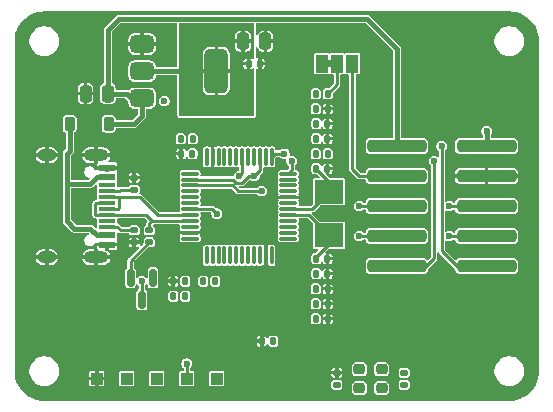
<source format=gbr>
G04 #@! TF.GenerationSoftware,KiCad,Pcbnew,9.0.2+dfsg-1*
G04 #@! TF.CreationDate,2025-08-10T10:43:45+08:00*
G04 #@! TF.ProjectId,stlink,73746c69-6e6b-42e6-9b69-6361645f7063,a*
G04 #@! TF.SameCoordinates,Original*
G04 #@! TF.FileFunction,Copper,L1,Top*
G04 #@! TF.FilePolarity,Positive*
%FSLAX46Y46*%
G04 Gerber Fmt 4.6, Leading zero omitted, Abs format (unit mm)*
G04 Created by KiCad (PCBNEW 9.0.2+dfsg-1) date 2025-08-10 10:43:45*
%MOMM*%
%LPD*%
G01*
G04 APERTURE LIST*
G04 Aperture macros list*
%AMRoundRect*
0 Rectangle with rounded corners*
0 $1 Rounding radius*
0 $2 $3 $4 $5 $6 $7 $8 $9 X,Y pos of 4 corners*
0 Add a 4 corners polygon primitive as box body*
4,1,4,$2,$3,$4,$5,$6,$7,$8,$9,$2,$3,0*
0 Add four circle primitives for the rounded corners*
1,1,$1+$1,$2,$3*
1,1,$1+$1,$4,$5*
1,1,$1+$1,$6,$7*
1,1,$1+$1,$8,$9*
0 Add four rect primitives between the rounded corners*
20,1,$1+$1,$2,$3,$4,$5,0*
20,1,$1+$1,$4,$5,$6,$7,0*
20,1,$1+$1,$6,$7,$8,$9,0*
20,1,$1+$1,$8,$9,$2,$3,0*%
G04 Aperture macros list end*
G04 #@! TA.AperFunction,EtchedComponent*
%ADD10C,0.000000*%
G04 #@! TD*
G04 #@! TA.AperFunction,SMDPad,CuDef*
%ADD11RoundRect,0.250000X0.250000X0.475000X-0.250000X0.475000X-0.250000X-0.475000X0.250000X-0.475000X0*%
G04 #@! TD*
G04 #@! TA.AperFunction,SMDPad,CuDef*
%ADD12RoundRect,0.250000X-0.250000X-0.475000X0.250000X-0.475000X0.250000X0.475000X-0.250000X0.475000X0*%
G04 #@! TD*
G04 #@! TA.AperFunction,SMDPad,CuDef*
%ADD13RoundRect,0.135000X-0.185000X0.135000X-0.185000X-0.135000X0.185000X-0.135000X0.185000X0.135000X0*%
G04 #@! TD*
G04 #@! TA.AperFunction,SMDPad,CuDef*
%ADD14RoundRect,0.140000X-0.140000X-0.170000X0.140000X-0.170000X0.140000X0.170000X-0.140000X0.170000X0*%
G04 #@! TD*
G04 #@! TA.AperFunction,SMDPad,CuDef*
%ADD15RoundRect,0.140000X0.140000X0.170000X-0.140000X0.170000X-0.140000X-0.170000X0.140000X-0.170000X0*%
G04 #@! TD*
G04 #@! TA.AperFunction,SMDPad,CuDef*
%ADD16RoundRect,0.250000X-2.250000X-0.260000X2.250000X-0.260000X2.250000X0.260000X-2.250000X0.260000X0*%
G04 #@! TD*
G04 #@! TA.AperFunction,SMDPad,CuDef*
%ADD17RoundRect,0.218750X-0.256250X0.218750X-0.256250X-0.218750X0.256250X-0.218750X0.256250X0.218750X0*%
G04 #@! TD*
G04 #@! TA.AperFunction,SMDPad,CuDef*
%ADD18RoundRect,0.218750X0.256250X-0.218750X0.256250X0.218750X-0.256250X0.218750X-0.256250X-0.218750X0*%
G04 #@! TD*
G04 #@! TA.AperFunction,SMDPad,CuDef*
%ADD19RoundRect,0.135000X0.185000X-0.135000X0.185000X0.135000X-0.185000X0.135000X-0.185000X-0.135000X0*%
G04 #@! TD*
G04 #@! TA.AperFunction,SMDPad,CuDef*
%ADD20R,1.000000X1.000000*%
G04 #@! TD*
G04 #@! TA.AperFunction,SMDPad,CuDef*
%ADD21RoundRect,0.225000X0.225000X0.375000X-0.225000X0.375000X-0.225000X-0.375000X0.225000X-0.375000X0*%
G04 #@! TD*
G04 #@! TA.AperFunction,SMDPad,CuDef*
%ADD22RoundRect,0.075000X0.662500X0.075000X-0.662500X0.075000X-0.662500X-0.075000X0.662500X-0.075000X0*%
G04 #@! TD*
G04 #@! TA.AperFunction,SMDPad,CuDef*
%ADD23RoundRect,0.075000X0.075000X0.662500X-0.075000X0.662500X-0.075000X-0.662500X0.075000X-0.662500X0*%
G04 #@! TD*
G04 #@! TA.AperFunction,SMDPad,CuDef*
%ADD24RoundRect,0.135000X-0.135000X-0.185000X0.135000X-0.185000X0.135000X0.185000X-0.135000X0.185000X0*%
G04 #@! TD*
G04 #@! TA.AperFunction,SMDPad,CuDef*
%ADD25RoundRect,0.135000X0.135000X0.185000X-0.135000X0.185000X-0.135000X-0.185000X0.135000X-0.185000X0*%
G04 #@! TD*
G04 #@! TA.AperFunction,SMDPad,CuDef*
%ADD26RoundRect,0.150000X-0.150000X0.587500X-0.150000X-0.587500X0.150000X-0.587500X0.150000X0.587500X0*%
G04 #@! TD*
G04 #@! TA.AperFunction,SMDPad,CuDef*
%ADD27R,2.400000X2.000000*%
G04 #@! TD*
G04 #@! TA.AperFunction,SMDPad,CuDef*
%ADD28R,1.000000X1.500000*%
G04 #@! TD*
G04 #@! TA.AperFunction,SMDPad,CuDef*
%ADD29R,1.450000X0.600000*%
G04 #@! TD*
G04 #@! TA.AperFunction,SMDPad,CuDef*
%ADD30R,1.450000X0.300000*%
G04 #@! TD*
G04 #@! TA.AperFunction,ComponentPad*
%ADD31O,2.100000X1.000000*%
G04 #@! TD*
G04 #@! TA.AperFunction,ComponentPad*
%ADD32O,1.600000X1.000000*%
G04 #@! TD*
G04 #@! TA.AperFunction,SMDPad,CuDef*
%ADD33RoundRect,0.375000X-0.625000X-0.375000X0.625000X-0.375000X0.625000X0.375000X-0.625000X0.375000X0*%
G04 #@! TD*
G04 #@! TA.AperFunction,SMDPad,CuDef*
%ADD34RoundRect,0.500000X-0.500000X-1.400000X0.500000X-1.400000X0.500000X1.400000X-0.500000X1.400000X0*%
G04 #@! TD*
G04 #@! TA.AperFunction,ViaPad*
%ADD35C,0.600000*%
G04 #@! TD*
G04 #@! TA.AperFunction,Conductor*
%ADD36C,0.381000*%
G04 #@! TD*
G04 #@! TA.AperFunction,Conductor*
%ADD37C,0.228600*%
G04 #@! TD*
G04 APERTURE END LIST*
D10*
G04 #@! TA.AperFunction,EtchedComponent*
G04 #@! TO.C,JP1*
G36*
X128535000Y-77135000D02*
G01*
X128035000Y-77135000D01*
X128035000Y-76535000D01*
X128535000Y-76535000D01*
X128535000Y-77135000D01*
G37*
G04 #@! TD.AperFunction*
G04 #@! TD*
D11*
G04 #@! TO.P,C4,1*
G04 #@! TO.N,+5V*
X109535000Y-79375000D03*
G04 #@! TO.P,C4,2*
G04 #@! TO.N,GND*
X107635000Y-79375000D03*
G04 #@! TD*
D12*
G04 #@! TO.P,C5,1*
G04 #@! TO.N,+3V3*
X120970000Y-74930000D03*
G04 #@! TO.P,C5,2*
G04 #@! TO.N,GND*
X122870000Y-74930000D03*
G04 #@! TD*
D13*
G04 #@! TO.P,R5,1*
G04 #@! TO.N,D+*
X113030000Y-90930000D03*
G04 #@! TO.P,R5,2*
G04 #@! TO.N,Net-(Q1-E)*
X113030000Y-91950000D03*
G04 #@! TD*
D14*
G04 #@! TO.P,C6,1*
G04 #@! TO.N,+3V3*
X127155000Y-94615000D03*
G04 #@! TO.P,C6,2*
G04 #@! TO.N,GND*
X128115000Y-94615000D03*
G04 #@! TD*
G04 #@! TO.P,C7,1*
G04 #@! TO.N,+3V3*
X127155000Y-81915000D03*
G04 #@! TO.P,C7,2*
G04 #@! TO.N,GND*
X128115000Y-81915000D03*
G04 #@! TD*
D15*
G04 #@! TO.P,C8,1*
G04 #@! TO.N,+3V3*
X116685000Y-84455000D03*
G04 #@! TO.P,C8,2*
G04 #@! TO.N,GND*
X115725000Y-84455000D03*
G04 #@! TD*
G04 #@! TO.P,C9,1*
G04 #@! TO.N,+3V3*
X123515000Y-100330000D03*
G04 #@! TO.P,C9,2*
G04 #@! TO.N,GND*
X122555000Y-100330000D03*
G04 #@! TD*
D16*
G04 #@! TO.P,J2,1,Pin_1*
G04 #@! TO.N,+5V*
X133995000Y-83820000D03*
G04 #@! TO.P,J2,2,Pin_2*
G04 #@! TO.N,+3V3*
X141595000Y-83820000D03*
G04 #@! TO.P,J2,3,Pin_3*
G04 #@! TO.N,T_PWR*
X133995000Y-86360000D03*
G04 #@! TO.P,J2,4,Pin_4*
G04 #@! TO.N,GND*
X141595000Y-86360000D03*
G04 #@! TO.P,J2,5,Pin_5*
G04 #@! TO.N,T_CLK*
X133995000Y-88900000D03*
G04 #@! TO.P,J2,6,Pin_6*
G04 #@! TO.N,T_DIO*
X141595000Y-88900000D03*
G04 #@! TO.P,J2,7,Pin_7*
G04 #@! TO.N,T_SWO*
X133995000Y-91440000D03*
G04 #@! TO.P,J2,8,Pin_8*
G04 #@! TO.N,T_RST*
X141595000Y-91440000D03*
G04 #@! TO.P,J2,9,Pin_9*
G04 #@! TO.N,T_TX*
X133995000Y-93980000D03*
G04 #@! TO.P,J2,10,Pin_10*
G04 #@! TO.N,T_RX*
X141595000Y-93980000D03*
G04 #@! TD*
D14*
G04 #@! TO.P,C2,1*
G04 #@! TO.N,Net-(U1-PD0)*
X127155000Y-93345000D03*
G04 #@! TO.P,C2,2*
G04 #@! TO.N,GND*
X128115000Y-93345000D03*
G04 #@! TD*
G04 #@! TO.P,C3,1*
G04 #@! TO.N,Net-(U1-PD1)*
X127155000Y-85725000D03*
G04 #@! TO.P,C3,2*
G04 #@! TO.N,GND*
X128115000Y-85725000D03*
G04 #@! TD*
D17*
G04 #@! TO.P,D2,1,K*
G04 #@! TO.N,LED*
X132715000Y-102717500D03*
G04 #@! TO.P,D2,2,A*
G04 #@! TO.N,Net-(D2-A)*
X132715000Y-104292500D03*
G04 #@! TD*
D18*
G04 #@! TO.P,D3,1,K*
G04 #@! TO.N,Net-(D3-K)*
X130810000Y-104292500D03*
G04 #@! TO.P,D3,2,A*
G04 #@! TO.N,LED*
X130810000Y-102717500D03*
G04 #@! TD*
D19*
G04 #@! TO.P,R14,1*
G04 #@! TO.N,Net-(D2-A)*
X134620000Y-104015000D03*
G04 #@! TO.P,R14,2*
G04 #@! TO.N,+3V3*
X134620000Y-102995000D03*
G04 #@! TD*
D20*
G04 #@! TO.P,TP3,1,1*
G04 #@! TO.N,CLK*
X113665000Y-103505000D03*
G04 #@! TD*
D21*
G04 #@! TO.P,D1,1,K*
G04 #@! TO.N,+5V*
X109600000Y-81915000D03*
G04 #@! TO.P,D1,2,A*
G04 #@! TO.N,VBUS*
X106300000Y-81915000D03*
G04 #@! TD*
D22*
G04 #@! TO.P,U1,1,VBAT*
G04 #@! TO.N,+3V3*
X124812500Y-91650000D03*
G04 #@! TO.P,U1,2,PC13*
G04 #@! TO.N,Net-(U1-PC13)*
X124812500Y-91150000D03*
G04 #@! TO.P,U1,3,PC14*
G04 #@! TO.N,Net-(U1-PC14)*
X124812500Y-90650000D03*
G04 #@! TO.P,U1,4,PC15*
G04 #@! TO.N,unconnected-(U1-PC15-Pad4)*
X124812500Y-90150000D03*
G04 #@! TO.P,U1,5,PD0*
G04 #@! TO.N,Net-(U1-PD0)*
X124812500Y-89650000D03*
G04 #@! TO.P,U1,6,PD1*
G04 #@! TO.N,Net-(U1-PD1)*
X124812500Y-89150000D03*
G04 #@! TO.P,U1,7,NRST*
G04 #@! TO.N,Net-(U1-NRST)*
X124812500Y-88650000D03*
G04 #@! TO.P,U1,8,VSSA*
G04 #@! TO.N,GND*
X124812500Y-88150000D03*
G04 #@! TO.P,U1,9,VDDA*
G04 #@! TO.N,+3V3*
X124812500Y-87650000D03*
G04 #@! TO.P,U1,10,PA0*
G04 #@! TO.N,Net-(U1-PA0)*
X124812500Y-87150000D03*
G04 #@! TO.P,U1,11,PA1*
G04 #@! TO.N,unconnected-(U1-PA1-Pad11)*
X124812500Y-86650000D03*
G04 #@! TO.P,U1,12,PA2*
G04 #@! TO.N,T_TX*
X124812500Y-86150000D03*
D23*
G04 #@! TO.P,U1,13,PA3*
G04 #@! TO.N,T_RX*
X123400000Y-84737500D03*
G04 #@! TO.P,U1,14,PA4*
G04 #@! TO.N,unconnected-(U1-PA4-Pad14)*
X122900000Y-84737500D03*
G04 #@! TO.P,U1,15,PA5*
G04 #@! TO.N,T_CLK*
X122400000Y-84737500D03*
G04 #@! TO.P,U1,16,PA6*
G04 #@! TO.N,unconnected-(U1-PA6-Pad16)*
X121900000Y-84737500D03*
G04 #@! TO.P,U1,17,PA7*
G04 #@! TO.N,unconnected-(U1-PA7-Pad17)*
X121400000Y-84737500D03*
G04 #@! TO.P,U1,18,PB0*
G04 #@! TO.N,T_RST*
X120900000Y-84737500D03*
G04 #@! TO.P,U1,19,PB1*
G04 #@! TO.N,unconnected-(U1-PB1-Pad19)*
X120400000Y-84737500D03*
G04 #@! TO.P,U1,20,PB2*
G04 #@! TO.N,unconnected-(U1-PB2-Pad20)*
X119900000Y-84737500D03*
G04 #@! TO.P,U1,21,PB10*
G04 #@! TO.N,unconnected-(U1-PB10-Pad21)*
X119400000Y-84737500D03*
G04 #@! TO.P,U1,22,PB11*
G04 #@! TO.N,unconnected-(U1-PB11-Pad22)*
X118900000Y-84737500D03*
G04 #@! TO.P,U1,23,VSS*
G04 #@! TO.N,GND*
X118400000Y-84737500D03*
G04 #@! TO.P,U1,24,VDD*
G04 #@! TO.N,+3V3*
X117900000Y-84737500D03*
D22*
G04 #@! TO.P,U1,25,PB12*
G04 #@! TO.N,Net-(U1-PB12)*
X116487500Y-86150000D03*
G04 #@! TO.P,U1,26,PB13*
G04 #@! TO.N,T_CLK*
X116487500Y-86650000D03*
G04 #@! TO.P,U1,27,PB14*
G04 #@! TO.N,T_DIO*
X116487500Y-87150000D03*
G04 #@! TO.P,U1,28,PB15*
G04 #@! TO.N,unconnected-(U1-PB15-Pad28)*
X116487500Y-87650000D03*
G04 #@! TO.P,U1,29,PA8*
G04 #@! TO.N,unconnected-(U1-PA8-Pad29)*
X116487500Y-88150000D03*
G04 #@! TO.P,U1,30,PA9*
G04 #@! TO.N,LED*
X116487500Y-88650000D03*
G04 #@! TO.P,U1,31,PA10*
G04 #@! TO.N,T_SWO*
X116487500Y-89150000D03*
G04 #@! TO.P,U1,32,PA11*
G04 #@! TO.N,D-*
X116487500Y-89650000D03*
G04 #@! TO.P,U1,33,PA12*
G04 #@! TO.N,D+*
X116487500Y-90150000D03*
G04 #@! TO.P,U1,34,PA13*
G04 #@! TO.N,DIO*
X116487500Y-90650000D03*
G04 #@! TO.P,U1,35,VSS*
G04 #@! TO.N,GND*
X116487500Y-91150000D03*
G04 #@! TO.P,U1,36,VDD*
G04 #@! TO.N,+3V3*
X116487500Y-91650000D03*
D23*
G04 #@! TO.P,U1,37,PA14*
G04 #@! TO.N,CLK*
X117900000Y-93062500D03*
G04 #@! TO.P,U1,38,PA15*
G04 #@! TO.N,RENUM*
X118400000Y-93062500D03*
G04 #@! TO.P,U1,39,PB3*
G04 #@! TO.N,unconnected-(U1-PB3-Pad39)*
X118900000Y-93062500D03*
G04 #@! TO.P,U1,40,PB4*
G04 #@! TO.N,unconnected-(U1-PB4-Pad40)*
X119400000Y-93062500D03*
G04 #@! TO.P,U1,41,PB5*
G04 #@! TO.N,unconnected-(U1-PB5-Pad41)*
X119900000Y-93062500D03*
G04 #@! TO.P,U1,42,PB6*
G04 #@! TO.N,unconnected-(U1-PB6-Pad42)*
X120400000Y-93062500D03*
G04 #@! TO.P,U1,43,PB7*
G04 #@! TO.N,unconnected-(U1-PB7-Pad43)*
X120900000Y-93062500D03*
G04 #@! TO.P,U1,44,BOOT0*
G04 #@! TO.N,B0*
X121400000Y-93062500D03*
G04 #@! TO.P,U1,45,PB8*
G04 #@! TO.N,unconnected-(U1-PB8-Pad45)*
X121900000Y-93062500D03*
G04 #@! TO.P,U1,46,PB9*
G04 #@! TO.N,unconnected-(U1-PB9-Pad46)*
X122400000Y-93062500D03*
G04 #@! TO.P,U1,47,VSS*
G04 #@! TO.N,GND*
X122900000Y-93062500D03*
G04 #@! TO.P,U1,48,VDD*
G04 #@! TO.N,+3V3*
X123400000Y-93062500D03*
G04 #@! TD*
D14*
G04 #@! TO.P,C1,1*
G04 #@! TO.N,Net-(U1-NRST)*
X127155000Y-83185000D03*
G04 #@! TO.P,C1,2*
G04 #@! TO.N,GND*
X128115000Y-83185000D03*
G04 #@! TD*
D24*
G04 #@! TO.P,R1,1*
G04 #@! TO.N,Net-(U1-NRST)*
X127125000Y-84455000D03*
G04 #@! TO.P,R1,2*
G04 #@! TO.N,+3V3*
X128145000Y-84455000D03*
G04 #@! TD*
D25*
G04 #@! TO.P,R2,1*
G04 #@! TO.N,GND*
X128145000Y-98425000D03*
G04 #@! TO.P,R2,2*
G04 #@! TO.N,B0*
X127125000Y-98425000D03*
G04 #@! TD*
G04 #@! TO.P,R11,1*
G04 #@! TO.N,Net-(U1-PB12)*
X116715000Y-83185000D03*
G04 #@! TO.P,R11,2*
G04 #@! TO.N,T_DIO*
X115695000Y-83185000D03*
G04 #@! TD*
D26*
G04 #@! TO.P,Q1,1,B*
G04 #@! TO.N,Net-(Q1-B)*
X113345000Y-94947500D03*
G04 #@! TO.P,Q1,2,E*
G04 #@! TO.N,Net-(Q1-E)*
X111445000Y-94947500D03*
G04 #@! TO.P,Q1,3,C*
G04 #@! TO.N,+3V3*
X112395000Y-96822500D03*
G04 #@! TD*
D25*
G04 #@! TO.P,R8,1*
G04 #@! TO.N,Net-(Q1-B)*
X116080000Y-96520000D03*
G04 #@! TO.P,R8,2*
G04 #@! TO.N,+5V*
X115060000Y-96520000D03*
G04 #@! TD*
D24*
G04 #@! TO.P,R9,1*
G04 #@! TO.N,GND*
X115060000Y-95250000D03*
G04 #@! TO.P,R9,2*
G04 #@! TO.N,Net-(Q1-B)*
X116080000Y-95250000D03*
G04 #@! TD*
D20*
G04 #@! TO.P,TP1,1,1*
G04 #@! TO.N,+3V3*
X116205000Y-103505000D03*
G04 #@! TD*
G04 #@! TO.P,TP4,1,1*
G04 #@! TO.N,B0*
X118745000Y-103505000D03*
G04 #@! TD*
G04 #@! TO.P,TP5,1,1*
G04 #@! TO.N,GND*
X108585000Y-103505000D03*
G04 #@! TD*
D25*
G04 #@! TO.P,R6,1*
G04 #@! TO.N,GND*
X128145000Y-97155000D03*
G04 #@! TO.P,R6,2*
G04 #@! TO.N,Net-(U1-PC13)*
X127125000Y-97155000D03*
G04 #@! TD*
G04 #@! TO.P,R7,1*
G04 #@! TO.N,GND*
X128145000Y-95885000D03*
G04 #@! TO.P,R7,2*
G04 #@! TO.N,Net-(U1-PC14)*
X127125000Y-95885000D03*
G04 #@! TD*
D24*
G04 #@! TO.P,R12,1*
G04 #@! TO.N,Net-(U1-PA0)*
X127125000Y-79375000D03*
G04 #@! TO.P,R12,2*
G04 #@! TO.N,Net-(JP1-C)*
X128145000Y-79375000D03*
G04 #@! TD*
D20*
G04 #@! TO.P,TP2,1,1*
G04 #@! TO.N,DIO*
X111125000Y-103505000D03*
G04 #@! TD*
D25*
G04 #@! TO.P,R10,1*
G04 #@! TO.N,RENUM*
X118620000Y-95250000D03*
G04 #@! TO.P,R10,2*
G04 #@! TO.N,Net-(Q1-B)*
X117600000Y-95250000D03*
G04 #@! TD*
D27*
G04 #@! TO.P,Y1,1,1*
G04 #@! TO.N,Net-(U1-PD0)*
X128270000Y-91385000D03*
G04 #@! TO.P,Y1,2,2*
G04 #@! TO.N,Net-(U1-PD1)*
X128270000Y-87685000D03*
G04 #@! TD*
D13*
G04 #@! TO.P,R15,1*
G04 #@! TO.N,GND*
X128905000Y-102995000D03*
G04 #@! TO.P,R15,2*
G04 #@! TO.N,Net-(D3-K)*
X128905000Y-104015000D03*
G04 #@! TD*
D28*
G04 #@! TO.P,JP1,1,A*
G04 #@! TO.N,+3V3*
X127635000Y-76835000D03*
G04 #@! TO.P,JP1,2,C*
G04 #@! TO.N,Net-(JP1-C)*
X128935000Y-76835000D03*
G04 #@! TO.P,JP1,3,B*
G04 #@! TO.N,T_PWR*
X130235000Y-76835000D03*
G04 #@! TD*
D25*
G04 #@! TO.P,R13,1*
G04 #@! TO.N,GND*
X128145000Y-80645000D03*
G04 #@! TO.P,R13,2*
G04 #@! TO.N,Net-(U1-PA0)*
X127125000Y-80645000D03*
G04 #@! TD*
D19*
G04 #@! TO.P,R3,1*
G04 #@! TO.N,GND*
X111760000Y-91950000D03*
G04 #@! TO.P,R3,2*
G04 #@! TO.N,Net-(J1-CC2)*
X111760000Y-90930000D03*
G04 #@! TD*
D29*
G04 #@! TO.P,J1,A1,GND*
G04 #@! TO.N,GND*
X109455000Y-85650000D03*
G04 #@! TO.P,J1,A4,VBUS*
G04 #@! TO.N,VBUS*
X109455000Y-86450000D03*
D30*
G04 #@! TO.P,J1,A5,CC1*
G04 #@! TO.N,Net-(J1-CC1)*
X109455000Y-87650000D03*
G04 #@! TO.P,J1,A6,D+*
G04 #@! TO.N,D+*
X109455000Y-88650000D03*
G04 #@! TO.P,J1,A7,D-*
G04 #@! TO.N,D-*
X109455000Y-89150000D03*
G04 #@! TO.P,J1,A8,SBU1*
G04 #@! TO.N,unconnected-(J1-SBU1-PadA8)*
X109455000Y-90150000D03*
D29*
G04 #@! TO.P,J1,A9,VBUS*
G04 #@! TO.N,VBUS*
X109455000Y-91350000D03*
G04 #@! TO.P,J1,A12,GND*
G04 #@! TO.N,GND*
X109455000Y-92150000D03*
G04 #@! TO.P,J1,B1,GND*
X109455000Y-92150000D03*
G04 #@! TO.P,J1,B4,VBUS*
G04 #@! TO.N,VBUS*
X109455000Y-91350000D03*
D30*
G04 #@! TO.P,J1,B5,CC2*
G04 #@! TO.N,Net-(J1-CC2)*
X109455000Y-90650000D03*
G04 #@! TO.P,J1,B6,D+*
G04 #@! TO.N,D+*
X109455000Y-89650000D03*
G04 #@! TO.P,J1,B7,D-*
G04 #@! TO.N,D-*
X109455000Y-88150000D03*
G04 #@! TO.P,J1,B8,SBU2*
G04 #@! TO.N,unconnected-(J1-SBU2-PadB8)*
X109455000Y-87150000D03*
D29*
G04 #@! TO.P,J1,B9,VBUS*
G04 #@! TO.N,VBUS*
X109455000Y-86450000D03*
G04 #@! TO.P,J1,B12,GND*
G04 #@! TO.N,GND*
X109455000Y-85650000D03*
D31*
G04 #@! TO.P,J1,S1,SHIELD*
X108540000Y-84580000D03*
D32*
X104360000Y-84580000D03*
D31*
X108540000Y-93220000D03*
D32*
X104360000Y-93220000D03*
G04 #@! TD*
D14*
G04 #@! TO.P,C10,1*
G04 #@! TO.N,+3V3*
X121440000Y-76835000D03*
G04 #@! TO.P,C10,2*
G04 #@! TO.N,GND*
X122400000Y-76835000D03*
G04 #@! TD*
D13*
G04 #@! TO.P,R4,1*
G04 #@! TO.N,GND*
X111760000Y-86485000D03*
G04 #@! TO.P,R4,2*
G04 #@! TO.N,Net-(J1-CC1)*
X111760000Y-87505000D03*
G04 #@! TD*
D33*
G04 #@! TO.P,U3,1,GND*
G04 #@! TO.N,GND*
X112420000Y-75170000D03*
G04 #@! TO.P,U3,2,VO*
G04 #@! TO.N,+3V3*
X112420000Y-77470000D03*
D34*
X118720000Y-77470000D03*
D33*
G04 #@! TO.P,U3,3,VI*
G04 #@! TO.N,+5V*
X112420000Y-79770000D03*
G04 #@! TD*
D35*
G04 #@! TO.N,GND*
X114300000Y-76200000D03*
X107315000Y-89535000D03*
X114300000Y-78740000D03*
X107315000Y-88265000D03*
X114300000Y-74930000D03*
G04 #@! TO.N,+3V3*
X116840000Y-77470000D03*
X114300000Y-80010000D03*
X116205000Y-102235000D03*
X116840000Y-78740000D03*
X116840000Y-74930000D03*
X141605000Y-82550000D03*
X116840000Y-76200000D03*
X112395000Y-95250000D03*
X116840000Y-80010000D03*
G04 #@! TO.N,T_DIO*
X138430000Y-88900000D03*
X122555000Y-87630000D03*
G04 #@! TO.N,T_CLK*
X121920000Y-86360000D03*
X130810000Y-88900000D03*
G04 #@! TO.N,T_RX*
X137795000Y-83820000D03*
X124460000Y-84455000D03*
G04 #@! TO.N,T_TX*
X137160000Y-85090000D03*
X125095000Y-85090000D03*
G04 #@! TO.N,T_RST*
X138430000Y-91440000D03*
X120650000Y-86360000D03*
G04 #@! TO.N,T_SWO*
X118745000Y-89535000D03*
X130810000Y-91440000D03*
G04 #@! TD*
D36*
G04 #@! TO.N,+5V*
X112420000Y-81255000D02*
X112420000Y-79770000D01*
X133995000Y-83820000D02*
X133995000Y-75575000D01*
X109535000Y-73980000D02*
X109535000Y-79375000D01*
X111125000Y-79375000D02*
X109535000Y-79375000D01*
X110490000Y-73025000D02*
X109535000Y-73980000D01*
X131445000Y-73025000D02*
X110490000Y-73025000D01*
X112420000Y-79770000D02*
X111520000Y-79770000D01*
X109600000Y-81915000D02*
X111760000Y-81915000D01*
X133995000Y-75575000D02*
X131445000Y-73025000D01*
X111520000Y-79770000D02*
X111125000Y-79375000D01*
X111760000Y-81915000D02*
X112420000Y-81255000D01*
D37*
G04 #@! TO.N,+3V3*
X112395000Y-96822500D02*
X112395000Y-95250000D01*
D36*
X141595000Y-83820000D02*
X141595000Y-82560000D01*
D37*
X116205000Y-103505000D02*
X116205000Y-102235000D01*
D36*
X112420000Y-77470000D02*
X116840000Y-77470000D01*
X141595000Y-82560000D02*
X141605000Y-82550000D01*
G04 #@! TO.N,VBUS*
X106045000Y-84455000D02*
X106300000Y-84200000D01*
X108592200Y-91350000D02*
X108047200Y-90805000D01*
X108047200Y-90805000D02*
X106680000Y-90805000D01*
X106680000Y-90805000D02*
X106045000Y-90170000D01*
X109455000Y-86450000D02*
X108592200Y-86450000D01*
X106045000Y-86995000D02*
X106045000Y-84455000D01*
X106300000Y-84200000D02*
X106300000Y-81915000D01*
X108592200Y-86450000D02*
X108047200Y-86995000D01*
X108047200Y-86995000D02*
X106045000Y-86995000D01*
X106045000Y-90170000D02*
X106045000Y-86995000D01*
X109455000Y-91350000D02*
X108592200Y-91350000D01*
D37*
G04 #@! TO.N,D-*
X110447700Y-89067700D02*
X110447700Y-88189100D01*
X109455000Y-88150000D02*
X112245692Y-88150000D01*
X110408600Y-88150000D02*
X109455000Y-88150000D01*
X110365400Y-89150000D02*
X110447700Y-89067700D01*
X109455000Y-89150000D02*
X110365400Y-89150000D01*
X112245692Y-88150000D02*
X113745692Y-89650000D01*
X110447700Y-88189100D02*
X110408600Y-88150000D01*
X113745692Y-89650000D02*
X116487500Y-89650000D01*
G04 #@! TO.N,D+*
X108462300Y-89412300D02*
X108462300Y-88689100D01*
X108501400Y-88650000D02*
X109455000Y-88650000D01*
X108462300Y-89610900D02*
X108462300Y-88689100D01*
X108501400Y-89650000D02*
X108462300Y-89610900D01*
X113030000Y-90365692D02*
X113030000Y-90930000D01*
X109455000Y-89650000D02*
X108501400Y-89650000D01*
X112745692Y-89650000D02*
X109455000Y-89650000D01*
X113245692Y-90150000D02*
X113030000Y-90365692D01*
X108462300Y-88689100D02*
X108501400Y-88650000D01*
X116487500Y-90150000D02*
X113245692Y-90150000D01*
X113245692Y-90150000D02*
X112745692Y-89650000D01*
X109455000Y-89650000D02*
X108700000Y-89650000D01*
G04 #@! TO.N,T_DIO*
X120578335Y-87630000D02*
X122555000Y-87630000D01*
X138430000Y-88900000D02*
X141595000Y-88900000D01*
X116487500Y-87150000D02*
X120098335Y-87150000D01*
X120098335Y-87150000D02*
X120578335Y-87630000D01*
G04 #@! TO.N,T_CLK*
X120137150Y-86650000D02*
X116487500Y-86650000D01*
X122400000Y-85880000D02*
X122400000Y-84737500D01*
X120885150Y-86927700D02*
X120414850Y-86927700D01*
X120414850Y-86927700D02*
X120137150Y-86650000D01*
X121452850Y-86360000D02*
X120885150Y-86927700D01*
X121920000Y-86360000D02*
X122400000Y-85880000D01*
X133995000Y-88900000D02*
X130810000Y-88900000D01*
X121920000Y-86360000D02*
X121452850Y-86360000D01*
G04 #@! TO.N,T_RX*
X124460000Y-84455000D02*
X123682500Y-84455000D01*
X123682500Y-84455000D02*
X123400000Y-84737500D01*
X137795000Y-92680000D02*
X137795000Y-83820000D01*
X141595000Y-93980000D02*
X139095000Y-93980000D01*
X139095000Y-93980000D02*
X137795000Y-92680000D01*
G04 #@! TO.N,T_TX*
X136495000Y-93980000D02*
X137160000Y-93315000D01*
X125095000Y-85090000D02*
X125095000Y-85867500D01*
X137160000Y-93315000D02*
X137160000Y-85090000D01*
X133995000Y-93980000D02*
X136495000Y-93980000D01*
X125095000Y-85867500D02*
X124812500Y-86150000D01*
G04 #@! TO.N,T_RST*
X120900000Y-86110000D02*
X120650000Y-86360000D01*
X120900000Y-84737500D02*
X120900000Y-86110000D01*
X138430000Y-91440000D02*
X141595000Y-91440000D01*
G04 #@! TO.N,T_SWO*
X118360000Y-89150000D02*
X118745000Y-89535000D01*
X116487500Y-89150000D02*
X118360000Y-89150000D01*
X130810000Y-91440000D02*
X133995000Y-91440000D01*
G04 #@! TO.N,T_PWR*
X130235000Y-85785000D02*
X130810000Y-86360000D01*
X130810000Y-86360000D02*
X133995000Y-86360000D01*
X130235000Y-76835000D02*
X130235000Y-85785000D01*
G04 #@! TO.N,Net-(U1-PD0)*
X128270000Y-91385000D02*
X128270000Y-92075000D01*
X128270000Y-92075000D02*
X127155000Y-93190000D01*
X127155000Y-93190000D02*
X127155000Y-93345000D01*
X126535000Y-89650000D02*
X128270000Y-91385000D01*
X124812500Y-89650000D02*
X126535000Y-89650000D01*
G04 #@! TO.N,Net-(U1-PD1)*
X128270000Y-86995000D02*
X128270000Y-86840000D01*
X126805000Y-89150000D02*
X128270000Y-87685000D01*
X128270000Y-86840000D02*
X127155000Y-85725000D01*
X124812500Y-89150000D02*
X126805000Y-89150000D01*
G04 #@! TO.N,Net-(JP1-C)*
X128935000Y-78585000D02*
X128145000Y-79375000D01*
X128935000Y-76835000D02*
X128935000Y-78585000D01*
G04 #@! TO.N,Net-(Q1-E)*
X111445000Y-94947500D02*
X111445000Y-93535000D01*
X111445000Y-93535000D02*
X113030000Y-91950000D01*
G04 #@! TO.N,Net-(J1-CC1)*
X110470000Y-87650000D02*
X109455000Y-87650000D01*
X111760000Y-87505000D02*
X110615000Y-87505000D01*
X110615000Y-87505000D02*
X110470000Y-87650000D01*
G04 #@! TO.N,Net-(J1-CC2)*
X110335000Y-90650000D02*
X109455000Y-90650000D01*
X111760000Y-90930000D02*
X110615000Y-90930000D01*
X110615000Y-90930000D02*
X110335000Y-90650000D01*
G04 #@! TD*
G04 #@! TA.AperFunction,Conductor*
G04 #@! TO.N,+3V3*
G36*
X121893138Y-73385993D02*
G01*
X121918858Y-73430542D01*
X121920000Y-73443600D01*
X121920000Y-76409935D01*
X121902407Y-76458273D01*
X121857858Y-76483993D01*
X121807200Y-76475060D01*
X121791626Y-76463109D01*
X121748111Y-76419594D01*
X121748108Y-76419592D01*
X121648103Y-76375435D01*
X121623657Y-76372600D01*
X121592400Y-76372600D01*
X121592400Y-77297399D01*
X121623651Y-77297399D01*
X121648108Y-77294563D01*
X121748104Y-77250410D01*
X121748111Y-77250405D01*
X121791626Y-77206891D01*
X121838246Y-77185151D01*
X121887933Y-77198465D01*
X121917438Y-77240602D01*
X121920000Y-77260065D01*
X121920000Y-81204800D01*
X121902407Y-81253138D01*
X121857858Y-81278858D01*
X121844800Y-81280000D01*
X115645200Y-81280000D01*
X115596862Y-81262407D01*
X115571142Y-81217858D01*
X115570000Y-81204800D01*
X115570000Y-78935889D01*
X117567601Y-78935889D01*
X117570510Y-78972865D01*
X117570510Y-78972868D01*
X117616498Y-79131157D01*
X117700406Y-79273038D01*
X117700412Y-79273045D01*
X117816954Y-79389587D01*
X117816961Y-79389593D01*
X117958842Y-79473501D01*
X118117128Y-79519488D01*
X118117139Y-79519490D01*
X118154115Y-79522399D01*
X118567600Y-79522399D01*
X118872400Y-79522399D01*
X119285876Y-79522399D01*
X119285889Y-79522398D01*
X119322865Y-79519489D01*
X119322868Y-79519489D01*
X119481157Y-79473501D01*
X119623038Y-79389593D01*
X119623045Y-79389587D01*
X119739587Y-79273045D01*
X119739593Y-79273038D01*
X119823501Y-79131157D01*
X119869488Y-78972871D01*
X119869490Y-78972860D01*
X119872399Y-78935888D01*
X119872400Y-78935879D01*
X119872400Y-77622400D01*
X118872400Y-77622400D01*
X118872400Y-79522399D01*
X118567600Y-79522399D01*
X118567600Y-77622400D01*
X117567601Y-77622400D01*
X117567601Y-78935889D01*
X115570000Y-78935889D01*
X115570000Y-76004111D01*
X117567600Y-76004111D01*
X117567600Y-77317600D01*
X118567600Y-77317600D01*
X118872400Y-77317600D01*
X119872399Y-77317600D01*
X119872399Y-77048650D01*
X121007601Y-77048650D01*
X121010436Y-77073108D01*
X121054589Y-77173104D01*
X121054594Y-77173111D01*
X121131888Y-77250405D01*
X121131891Y-77250407D01*
X121231896Y-77294564D01*
X121256342Y-77297399D01*
X121287600Y-77297398D01*
X121287600Y-76987400D01*
X121007601Y-76987400D01*
X121007601Y-77048650D01*
X119872399Y-77048650D01*
X119872399Y-76621342D01*
X121007600Y-76621342D01*
X121007600Y-76682600D01*
X121287600Y-76682600D01*
X121287600Y-76372600D01*
X121287599Y-76372599D01*
X121256349Y-76372600D01*
X121231891Y-76375436D01*
X121131895Y-76419589D01*
X121131888Y-76419594D01*
X121054594Y-76496888D01*
X121054592Y-76496891D01*
X121010435Y-76596896D01*
X121007600Y-76621342D01*
X119872399Y-76621342D01*
X119872399Y-76004124D01*
X119872398Y-76004110D01*
X119869489Y-75967134D01*
X119869489Y-75967131D01*
X119823501Y-75808842D01*
X119739593Y-75666961D01*
X119739587Y-75666954D01*
X119623045Y-75550412D01*
X119623038Y-75550406D01*
X119481157Y-75466498D01*
X119378493Y-75436671D01*
X120317600Y-75436671D01*
X120332524Y-75530899D01*
X120390394Y-75644474D01*
X120480525Y-75734605D01*
X120594101Y-75792475D01*
X120594099Y-75792475D01*
X120688328Y-75807399D01*
X120688336Y-75807400D01*
X120817600Y-75807400D01*
X121122400Y-75807400D01*
X121251664Y-75807400D01*
X121251671Y-75807399D01*
X121345899Y-75792475D01*
X121459474Y-75734605D01*
X121549605Y-75644474D01*
X121607475Y-75530899D01*
X121622399Y-75436671D01*
X121622400Y-75436664D01*
X121622400Y-75082400D01*
X121122400Y-75082400D01*
X121122400Y-75807400D01*
X120817600Y-75807400D01*
X120817600Y-75082400D01*
X120317600Y-75082400D01*
X120317600Y-75436671D01*
X119378493Y-75436671D01*
X119322871Y-75420511D01*
X119322860Y-75420509D01*
X119285888Y-75417600D01*
X118872400Y-75417600D01*
X118872400Y-77317600D01*
X118567600Y-77317600D01*
X118567600Y-75417600D01*
X118154124Y-75417600D01*
X118154110Y-75417601D01*
X118117134Y-75420510D01*
X118117131Y-75420510D01*
X117958842Y-75466498D01*
X117816961Y-75550406D01*
X117816954Y-75550412D01*
X117700412Y-75666954D01*
X117700406Y-75666961D01*
X117616498Y-75808842D01*
X117570511Y-75967128D01*
X117570509Y-75967139D01*
X117567600Y-76004111D01*
X115570000Y-76004111D01*
X115570000Y-74423328D01*
X120317600Y-74423328D01*
X120317600Y-74777600D01*
X120817600Y-74777600D01*
X121122400Y-74777600D01*
X121622400Y-74777600D01*
X121622400Y-74423336D01*
X121622399Y-74423328D01*
X121607475Y-74329100D01*
X121549605Y-74215525D01*
X121459474Y-74125394D01*
X121345898Y-74067524D01*
X121345900Y-74067524D01*
X121251671Y-74052600D01*
X121122400Y-74052600D01*
X121122400Y-74777600D01*
X120817600Y-74777600D01*
X120817600Y-74052600D01*
X120688328Y-74052600D01*
X120594100Y-74067524D01*
X120480525Y-74125394D01*
X120390394Y-74215525D01*
X120332524Y-74329100D01*
X120317600Y-74423328D01*
X115570000Y-74423328D01*
X115570000Y-73443600D01*
X115587593Y-73395262D01*
X115632142Y-73369542D01*
X115645200Y-73368400D01*
X121844800Y-73368400D01*
X121893138Y-73385993D01*
G37*
G04 #@! TD.AperFunction*
G04 #@! TD*
G04 #@! TA.AperFunction,Conductor*
G04 #@! TO.N,GND*
G36*
X108545033Y-87070688D02*
G01*
X108574538Y-87112824D01*
X108577100Y-87132288D01*
X108577100Y-87315055D01*
X108577101Y-87315057D01*
X108585972Y-87359659D01*
X108588807Y-87366504D01*
X108587201Y-87367169D01*
X108597238Y-87408188D01*
X108588128Y-87433216D01*
X108588807Y-87433498D01*
X108585972Y-87440342D01*
X108577100Y-87484942D01*
X108577100Y-87815055D01*
X108577101Y-87815057D01*
X108585972Y-87859659D01*
X108588807Y-87866504D01*
X108587201Y-87867169D01*
X108597238Y-87908188D01*
X108588128Y-87933216D01*
X108588807Y-87933498D01*
X108585972Y-87940342D01*
X108577100Y-87984942D01*
X108577101Y-88307600D01*
X108559508Y-88355937D01*
X108514960Y-88381658D01*
X108501901Y-88382800D01*
X108448251Y-88382800D01*
X108406176Y-88400228D01*
X108350042Y-88423479D01*
X108338729Y-88434793D01*
X108310943Y-88462579D01*
X108287446Y-88486076D01*
X108235779Y-88537742D01*
X108229644Y-88552554D01*
X108195100Y-88635951D01*
X108195100Y-89557751D01*
X108195100Y-89664049D01*
X108235779Y-89762257D01*
X108274879Y-89801357D01*
X108350043Y-89876521D01*
X108448251Y-89917200D01*
X108501900Y-89917200D01*
X108550238Y-89934793D01*
X108575958Y-89979342D01*
X108577100Y-89992400D01*
X108577100Y-90315055D01*
X108577101Y-90315057D01*
X108585972Y-90359659D01*
X108588807Y-90366504D01*
X108587201Y-90367169D01*
X108597238Y-90408188D01*
X108588128Y-90433216D01*
X108588807Y-90433498D01*
X108585972Y-90440342D01*
X108577100Y-90484942D01*
X108577100Y-90667711D01*
X108559507Y-90716049D01*
X108514958Y-90741769D01*
X108464300Y-90732836D01*
X108448729Y-90720888D01*
X108258053Y-90530212D01*
X108179749Y-90485002D01*
X108179740Y-90484999D01*
X108156347Y-90478730D01*
X108156347Y-90478731D01*
X108114720Y-90467578D01*
X108092409Y-90461600D01*
X108092408Y-90461600D01*
X106853389Y-90461600D01*
X106805051Y-90444007D01*
X106800215Y-90439574D01*
X106410426Y-90049785D01*
X106388686Y-90003165D01*
X106388400Y-89996611D01*
X106388400Y-87413600D01*
X106405993Y-87365262D01*
X106450542Y-87339542D01*
X106463600Y-87338400D01*
X108092407Y-87338400D01*
X108092409Y-87338400D01*
X108156346Y-87321268D01*
X108179748Y-87314998D01*
X108258053Y-87269788D01*
X108448727Y-87079112D01*
X108495346Y-87057374D01*
X108545033Y-87070688D01*
G37*
G04 #@! TD.AperFunction*
G04 #@! TA.AperFunction,Conductor*
G36*
X143512264Y-72415637D02*
G01*
X143539262Y-72417270D01*
X143808559Y-72433559D01*
X143817558Y-72434653D01*
X144107294Y-72487748D01*
X144116089Y-72489916D01*
X144397309Y-72577548D01*
X144405800Y-72580768D01*
X144674399Y-72701654D01*
X144682434Y-72705871D01*
X144755786Y-72750214D01*
X144934510Y-72858256D01*
X144941983Y-72863415D01*
X145173843Y-73045066D01*
X145180640Y-73051088D01*
X145388911Y-73259359D01*
X145394933Y-73266156D01*
X145576584Y-73498016D01*
X145581743Y-73505489D01*
X145734126Y-73757562D01*
X145738346Y-73765603D01*
X145859231Y-74034199D01*
X145862451Y-74042690D01*
X145950080Y-74323899D01*
X145952253Y-74332716D01*
X146005345Y-74622433D01*
X146006440Y-74631447D01*
X146024363Y-74927735D01*
X146024500Y-74932276D01*
X146024500Y-102867723D01*
X146024363Y-102872264D01*
X146006440Y-103168552D01*
X146005345Y-103177566D01*
X145952253Y-103467283D01*
X145950080Y-103476100D01*
X145862451Y-103757309D01*
X145859231Y-103765800D01*
X145738346Y-104034396D01*
X145734126Y-104042437D01*
X145581743Y-104294510D01*
X145576584Y-104301983D01*
X145394933Y-104533843D01*
X145388911Y-104540640D01*
X145180640Y-104748911D01*
X145173843Y-104754933D01*
X144941983Y-104936584D01*
X144934510Y-104941743D01*
X144682437Y-105094126D01*
X144674396Y-105098346D01*
X144405800Y-105219231D01*
X144397309Y-105222451D01*
X144116100Y-105310080D01*
X144107283Y-105312253D01*
X143817566Y-105365345D01*
X143808552Y-105366440D01*
X143512265Y-105384363D01*
X143507724Y-105384500D01*
X104142276Y-105384500D01*
X104137735Y-105384363D01*
X103841447Y-105366440D01*
X103832433Y-105365345D01*
X103542716Y-105312253D01*
X103533899Y-105310080D01*
X103252690Y-105222451D01*
X103244199Y-105219231D01*
X102975603Y-105098346D01*
X102967562Y-105094126D01*
X102715489Y-104941743D01*
X102708016Y-104936584D01*
X102476156Y-104754933D01*
X102469359Y-104748911D01*
X102261088Y-104540640D01*
X102255066Y-104533843D01*
X102073415Y-104301983D01*
X102068256Y-104294510D01*
X101985672Y-104157899D01*
X101915871Y-104042434D01*
X101911653Y-104034396D01*
X101905179Y-104020012D01*
X101791354Y-103767102D01*
X101790768Y-103765800D01*
X101787548Y-103757309D01*
X101773624Y-103712625D01*
X101699916Y-103476089D01*
X101697748Y-103467294D01*
X101644653Y-103177558D01*
X101643559Y-103168559D01*
X101626998Y-102894764D01*
X101625637Y-102872263D01*
X101625500Y-102867723D01*
X101625500Y-102771392D01*
X102887100Y-102771392D01*
X102887100Y-102968607D01*
X102917950Y-103163385D01*
X102917953Y-103163400D01*
X102978891Y-103350946D01*
X103068424Y-103526664D01*
X103184343Y-103686210D01*
X103184350Y-103686218D01*
X103323781Y-103825649D01*
X103323789Y-103825656D01*
X103323791Y-103825658D01*
X103339424Y-103837016D01*
X103483335Y-103941575D01*
X103659053Y-104031108D01*
X103846599Y-104092046D01*
X103846608Y-104092047D01*
X103846612Y-104092049D01*
X104041395Y-104122900D01*
X104041399Y-104122900D01*
X104238601Y-104122900D01*
X104238605Y-104122900D01*
X104433388Y-104092049D01*
X104433392Y-104092047D01*
X104433400Y-104092046D01*
X104571157Y-104047285D01*
X104620947Y-104031108D01*
X104642724Y-104020012D01*
X107932600Y-104020012D01*
X107941441Y-104064462D01*
X107941442Y-104064464D01*
X107975126Y-104114873D01*
X108025535Y-104148557D01*
X108025537Y-104148558D01*
X108069987Y-104157400D01*
X108432600Y-104157400D01*
X108737400Y-104157400D01*
X109100013Y-104157400D01*
X109144462Y-104148558D01*
X109144464Y-104148557D01*
X109194873Y-104114873D01*
X109228557Y-104064464D01*
X109228558Y-104064462D01*
X109237400Y-104020012D01*
X109237400Y-103657400D01*
X108737400Y-103657400D01*
X108737400Y-104157400D01*
X108432600Y-104157400D01*
X108432600Y-103657400D01*
X107932600Y-103657400D01*
X107932600Y-104020012D01*
X104642724Y-104020012D01*
X104796663Y-103941576D01*
X104956209Y-103825658D01*
X105095658Y-103686209D01*
X105211576Y-103526663D01*
X105301108Y-103350947D01*
X105319116Y-103295525D01*
X105362046Y-103163400D01*
X105362047Y-103163392D01*
X105362049Y-103163388D01*
X105389513Y-102989987D01*
X107932600Y-102989987D01*
X107932600Y-103352600D01*
X108432600Y-103352600D01*
X108737400Y-103352600D01*
X109237400Y-103352600D01*
X109237400Y-102989988D01*
X109237399Y-102989986D01*
X109237390Y-102989942D01*
X110472100Y-102989942D01*
X110472100Y-104020055D01*
X110472101Y-104020057D01*
X110480972Y-104064659D01*
X110514764Y-104115232D01*
X110514765Y-104115232D01*
X110514766Y-104115234D01*
X110565342Y-104149028D01*
X110609943Y-104157900D01*
X111640056Y-104157899D01*
X111684658Y-104149028D01*
X111735234Y-104115234D01*
X111769028Y-104064658D01*
X111777900Y-104020057D01*
X111777899Y-102989944D01*
X111777899Y-102989942D01*
X113012100Y-102989942D01*
X113012100Y-104020055D01*
X113012101Y-104020057D01*
X113020972Y-104064659D01*
X113054764Y-104115232D01*
X113054765Y-104115232D01*
X113054766Y-104115234D01*
X113105342Y-104149028D01*
X113149943Y-104157900D01*
X114180056Y-104157899D01*
X114224658Y-104149028D01*
X114275234Y-104115234D01*
X114309028Y-104064658D01*
X114317900Y-104020057D01*
X114317899Y-102989944D01*
X114317899Y-102989942D01*
X115552100Y-102989942D01*
X115552100Y-104020055D01*
X115552101Y-104020057D01*
X115560972Y-104064659D01*
X115594764Y-104115232D01*
X115594765Y-104115232D01*
X115594766Y-104115234D01*
X115645342Y-104149028D01*
X115689943Y-104157900D01*
X116720056Y-104157899D01*
X116764658Y-104149028D01*
X116815234Y-104115234D01*
X116849028Y-104064658D01*
X116857900Y-104020057D01*
X116857899Y-102989944D01*
X116857899Y-102989942D01*
X118092100Y-102989942D01*
X118092100Y-104020055D01*
X118092101Y-104020057D01*
X118100972Y-104064659D01*
X118134764Y-104115232D01*
X118134765Y-104115232D01*
X118134766Y-104115234D01*
X118185342Y-104149028D01*
X118229943Y-104157900D01*
X119260056Y-104157899D01*
X119304658Y-104149028D01*
X119355234Y-104115234D01*
X119389028Y-104064658D01*
X119397900Y-104020057D01*
X119397900Y-103837018D01*
X128432100Y-103837018D01*
X128432100Y-104192981D01*
X128434892Y-104217055D01*
X128434893Y-104217057D01*
X128478369Y-104315521D01*
X128478370Y-104315522D01*
X128478372Y-104315525D01*
X128554474Y-104391627D01*
X128554477Y-104391629D01*
X128554479Y-104391631D01*
X128652943Y-104435107D01*
X128677016Y-104437900D01*
X128677018Y-104437900D01*
X129132982Y-104437900D01*
X129132984Y-104437900D01*
X129157057Y-104435107D01*
X129255521Y-104391631D01*
X129331631Y-104315521D01*
X129375107Y-104217057D01*
X129377900Y-104192984D01*
X129377900Y-104038467D01*
X130182100Y-104038467D01*
X130182100Y-104546532D01*
X130192624Y-104618761D01*
X130247102Y-104730195D01*
X130334804Y-104817897D01*
X130334805Y-104817897D01*
X130334807Y-104817899D01*
X130446238Y-104872375D01*
X130518467Y-104882899D01*
X130518475Y-104882899D01*
X130518478Y-104882900D01*
X130518480Y-104882900D01*
X131101520Y-104882900D01*
X131101522Y-104882900D01*
X131101524Y-104882899D01*
X131101532Y-104882899D01*
X131156298Y-104874919D01*
X131173762Y-104872375D01*
X131285193Y-104817899D01*
X131372899Y-104730193D01*
X131427375Y-104618762D01*
X131437900Y-104546522D01*
X131437900Y-104038478D01*
X131437899Y-104038476D01*
X131437899Y-104038467D01*
X132087100Y-104038467D01*
X132087100Y-104546532D01*
X132097624Y-104618761D01*
X132152102Y-104730195D01*
X132239804Y-104817897D01*
X132239805Y-104817897D01*
X132239807Y-104817899D01*
X132351238Y-104872375D01*
X132423467Y-104882899D01*
X132423475Y-104882899D01*
X132423478Y-104882900D01*
X132423480Y-104882900D01*
X133006520Y-104882900D01*
X133006522Y-104882900D01*
X133006524Y-104882899D01*
X133006532Y-104882899D01*
X133061298Y-104874919D01*
X133078762Y-104872375D01*
X133190193Y-104817899D01*
X133277899Y-104730193D01*
X133332375Y-104618762D01*
X133342900Y-104546522D01*
X133342900Y-104038478D01*
X133342899Y-104038476D01*
X133342899Y-104038467D01*
X133332375Y-103966238D01*
X133284286Y-103867872D01*
X133277899Y-103854807D01*
X133277897Y-103854805D01*
X133277897Y-103854804D01*
X133260111Y-103837018D01*
X134147100Y-103837018D01*
X134147100Y-104192981D01*
X134149892Y-104217055D01*
X134149893Y-104217057D01*
X134193369Y-104315521D01*
X134193370Y-104315522D01*
X134193372Y-104315525D01*
X134269474Y-104391627D01*
X134269477Y-104391629D01*
X134269479Y-104391631D01*
X134367943Y-104435107D01*
X134392016Y-104437900D01*
X134392018Y-104437900D01*
X134847982Y-104437900D01*
X134847984Y-104437900D01*
X134872057Y-104435107D01*
X134970521Y-104391631D01*
X135046631Y-104315521D01*
X135090107Y-104217057D01*
X135092900Y-104192984D01*
X135092900Y-103837016D01*
X135090107Y-103812943D01*
X135046631Y-103714479D01*
X135046629Y-103714477D01*
X135046627Y-103714474D01*
X134970525Y-103638372D01*
X134970522Y-103638370D01*
X134970521Y-103638369D01*
X134872057Y-103594893D01*
X134872055Y-103594892D01*
X134853568Y-103592747D01*
X134847984Y-103592100D01*
X134392016Y-103592100D01*
X134387012Y-103592680D01*
X134367944Y-103594892D01*
X134269477Y-103638370D01*
X134269474Y-103638372D01*
X134193372Y-103714474D01*
X134193370Y-103714477D01*
X134149892Y-103812944D01*
X134147100Y-103837018D01*
X133260111Y-103837018D01*
X133190195Y-103767102D01*
X133078761Y-103712624D01*
X133006532Y-103702100D01*
X133006522Y-103702100D01*
X132423478Y-103702100D01*
X132423467Y-103702100D01*
X132351238Y-103712624D01*
X132239804Y-103767102D01*
X132152102Y-103854804D01*
X132097624Y-103966238D01*
X132087100Y-104038467D01*
X131437899Y-104038467D01*
X131427375Y-103966238D01*
X131379286Y-103867872D01*
X131372899Y-103854807D01*
X131372897Y-103854805D01*
X131372897Y-103854804D01*
X131285195Y-103767102D01*
X131173761Y-103712624D01*
X131101532Y-103702100D01*
X131101522Y-103702100D01*
X130518478Y-103702100D01*
X130518467Y-103702100D01*
X130446238Y-103712624D01*
X130334804Y-103767102D01*
X130247102Y-103854804D01*
X130192624Y-103966238D01*
X130182100Y-104038467D01*
X129377900Y-104038467D01*
X129377900Y-103837016D01*
X129375107Y-103812943D01*
X129331631Y-103714479D01*
X129331629Y-103714477D01*
X129331627Y-103714474D01*
X129255525Y-103638372D01*
X129255522Y-103638370D01*
X129255521Y-103638369D01*
X129157057Y-103594893D01*
X129157055Y-103594892D01*
X129138568Y-103592747D01*
X129132984Y-103592100D01*
X128677016Y-103592100D01*
X128672012Y-103592680D01*
X128652944Y-103594892D01*
X128554477Y-103638370D01*
X128554474Y-103638372D01*
X128478372Y-103714474D01*
X128478370Y-103714477D01*
X128434892Y-103812944D01*
X128432100Y-103837018D01*
X119397900Y-103837018D01*
X119397899Y-103476100D01*
X119397899Y-103172906D01*
X128432600Y-103172906D01*
X128435388Y-103196940D01*
X128435388Y-103196942D01*
X128478786Y-103295229D01*
X128478791Y-103295236D01*
X128554763Y-103371208D01*
X128554770Y-103371213D01*
X128653058Y-103414611D01*
X128677094Y-103417400D01*
X128752600Y-103417400D01*
X129057400Y-103417400D01*
X129132906Y-103417400D01*
X129156940Y-103414611D01*
X129156942Y-103414611D01*
X129255229Y-103371213D01*
X129255236Y-103371208D01*
X129331208Y-103295236D01*
X129331213Y-103295229D01*
X129374611Y-103196942D01*
X129374611Y-103196940D01*
X129377400Y-103172906D01*
X129377400Y-103147400D01*
X129057400Y-103147400D01*
X129057400Y-103417400D01*
X128752600Y-103417400D01*
X128752600Y-103147400D01*
X128432600Y-103147400D01*
X128432600Y-103172906D01*
X119397899Y-103172906D01*
X119397899Y-103116251D01*
X119397899Y-102989944D01*
X119397899Y-102989943D01*
X119389028Y-102945342D01*
X119355235Y-102894767D01*
X119355234Y-102894765D01*
X119329316Y-102877447D01*
X119329314Y-102877447D01*
X119304658Y-102860972D01*
X119304656Y-102860971D01*
X119260057Y-102852100D01*
X118229944Y-102852100D01*
X118229942Y-102852101D01*
X118185340Y-102860972D01*
X118134767Y-102894764D01*
X118100972Y-102945342D01*
X118100971Y-102945343D01*
X118092100Y-102989942D01*
X116857899Y-102989942D01*
X116849028Y-102945342D01*
X116815234Y-102894766D01*
X116764658Y-102860972D01*
X116764656Y-102860971D01*
X116720057Y-102852100D01*
X116547400Y-102852100D01*
X116529040Y-102845417D01*
X116509800Y-102842025D01*
X116505439Y-102836828D01*
X116499062Y-102834507D01*
X116489292Y-102817584D01*
X116488880Y-102817093D01*
X128432600Y-102817093D01*
X128432600Y-102842600D01*
X128752600Y-102842600D01*
X129057400Y-102842600D01*
X129377400Y-102842600D01*
X129377400Y-102817093D01*
X129374611Y-102793059D01*
X129374611Y-102793057D01*
X129331213Y-102694770D01*
X129331208Y-102694763D01*
X129255236Y-102618791D01*
X129255229Y-102618786D01*
X129156941Y-102575388D01*
X129132906Y-102572600D01*
X129057400Y-102572600D01*
X129057400Y-102842600D01*
X128752600Y-102842600D01*
X128752600Y-102572600D01*
X128677094Y-102572600D01*
X128653059Y-102575388D01*
X128653057Y-102575388D01*
X128554770Y-102618786D01*
X128554763Y-102618791D01*
X128478791Y-102694763D01*
X128478786Y-102694770D01*
X128435388Y-102793057D01*
X128435388Y-102793059D01*
X128432600Y-102817093D01*
X116488880Y-102817093D01*
X116476735Y-102802620D01*
X116475012Y-102792851D01*
X116473342Y-102789958D01*
X116472200Y-102776900D01*
X116472200Y-102639446D01*
X116489793Y-102591108D01*
X116494226Y-102586272D01*
X116567410Y-102513087D01*
X116596059Y-102463467D01*
X130182100Y-102463467D01*
X130182100Y-102971532D01*
X130192624Y-103043761D01*
X130247102Y-103155195D01*
X130334804Y-103242897D01*
X130334805Y-103242897D01*
X130334807Y-103242899D01*
X130441848Y-103295229D01*
X130446238Y-103297375D01*
X130518467Y-103307899D01*
X130518475Y-103307899D01*
X130518478Y-103307900D01*
X130518480Y-103307900D01*
X131101520Y-103307900D01*
X131101522Y-103307900D01*
X131101524Y-103307899D01*
X131101532Y-103307899D01*
X131156298Y-103299919D01*
X131173762Y-103297375D01*
X131285193Y-103242899D01*
X131372899Y-103155193D01*
X131427375Y-103043762D01*
X131435216Y-102989943D01*
X131437899Y-102971532D01*
X131437900Y-102971520D01*
X131437900Y-102463479D01*
X131437899Y-102463467D01*
X132087100Y-102463467D01*
X132087100Y-102971532D01*
X132097624Y-103043761D01*
X132152102Y-103155195D01*
X132239804Y-103242897D01*
X132239805Y-103242897D01*
X132239807Y-103242899D01*
X132346848Y-103295229D01*
X132351238Y-103297375D01*
X132423467Y-103307899D01*
X132423475Y-103307899D01*
X132423478Y-103307900D01*
X132423480Y-103307900D01*
X133006520Y-103307900D01*
X133006522Y-103307900D01*
X133006524Y-103307899D01*
X133006532Y-103307899D01*
X133061298Y-103299919D01*
X133078762Y-103297375D01*
X133190193Y-103242899D01*
X133277899Y-103155193D01*
X133332375Y-103043762D01*
X133340216Y-102989943D01*
X133342899Y-102971532D01*
X133342900Y-102971520D01*
X133342900Y-102817016D01*
X134147100Y-102817016D01*
X134147100Y-103172984D01*
X134147632Y-103177566D01*
X134149892Y-103197055D01*
X134149893Y-103197057D01*
X134193369Y-103295521D01*
X134193370Y-103295522D01*
X134193372Y-103295525D01*
X134269474Y-103371627D01*
X134269477Y-103371629D01*
X134269479Y-103371631D01*
X134367943Y-103415107D01*
X134392016Y-103417900D01*
X134392018Y-103417900D01*
X134847982Y-103417900D01*
X134847984Y-103417900D01*
X134872057Y-103415107D01*
X134970521Y-103371631D01*
X135046631Y-103295521D01*
X135090107Y-103197057D01*
X135092900Y-103172984D01*
X135092900Y-102817016D01*
X135090107Y-102792943D01*
X135080591Y-102771392D01*
X142257100Y-102771392D01*
X142257100Y-102968607D01*
X142287950Y-103163385D01*
X142287953Y-103163400D01*
X142348891Y-103350946D01*
X142438424Y-103526664D01*
X142554343Y-103686210D01*
X142554350Y-103686218D01*
X142693781Y-103825649D01*
X142693789Y-103825656D01*
X142693791Y-103825658D01*
X142709424Y-103837016D01*
X142853335Y-103941575D01*
X143029053Y-104031108D01*
X143216599Y-104092046D01*
X143216608Y-104092047D01*
X143216612Y-104092049D01*
X143411395Y-104122900D01*
X143411399Y-104122900D01*
X143608601Y-104122900D01*
X143608605Y-104122900D01*
X143803388Y-104092049D01*
X143803392Y-104092047D01*
X143803400Y-104092046D01*
X143941157Y-104047285D01*
X143990947Y-104031108D01*
X144166663Y-103941576D01*
X144326209Y-103825658D01*
X144465658Y-103686209D01*
X144581576Y-103526663D01*
X144671108Y-103350947D01*
X144689116Y-103295525D01*
X144732046Y-103163400D01*
X144732047Y-103163392D01*
X144732049Y-103163388D01*
X144762900Y-102968605D01*
X144762900Y-102771395D01*
X144732049Y-102576612D01*
X144732047Y-102576608D01*
X144732046Y-102576599D01*
X144671108Y-102389053D01*
X144581575Y-102213335D01*
X144529052Y-102141045D01*
X144465658Y-102053791D01*
X144465656Y-102053789D01*
X144465649Y-102053781D01*
X144326218Y-101914350D01*
X144326210Y-101914343D01*
X144166664Y-101798424D01*
X143990946Y-101708891D01*
X143803400Y-101647953D01*
X143803385Y-101647950D01*
X143608607Y-101617100D01*
X143608605Y-101617100D01*
X143411395Y-101617100D01*
X143411392Y-101617100D01*
X143216614Y-101647950D01*
X143216599Y-101647953D01*
X143029053Y-101708891D01*
X142853335Y-101798424D01*
X142693789Y-101914343D01*
X142693781Y-101914350D01*
X142554350Y-102053781D01*
X142554343Y-102053789D01*
X142438424Y-102213335D01*
X142348891Y-102389053D01*
X142287953Y-102576599D01*
X142287950Y-102576614D01*
X142257100Y-102771392D01*
X135080591Y-102771392D01*
X135046631Y-102694479D01*
X135046629Y-102694477D01*
X135046627Y-102694474D01*
X134970525Y-102618372D01*
X134970522Y-102618370D01*
X134970521Y-102618369D01*
X134872057Y-102574893D01*
X134872055Y-102574892D01*
X134853568Y-102572747D01*
X134847984Y-102572100D01*
X134392016Y-102572100D01*
X134387012Y-102572680D01*
X134367944Y-102574892D01*
X134286522Y-102610843D01*
X134279995Y-102613726D01*
X134269477Y-102618370D01*
X134269474Y-102618372D01*
X134193372Y-102694474D01*
X134193370Y-102694477D01*
X134149892Y-102792944D01*
X134148770Y-102802620D01*
X134147100Y-102817016D01*
X133342900Y-102817016D01*
X133342900Y-102463479D01*
X133342899Y-102463467D01*
X133332375Y-102391238D01*
X133285143Y-102294625D01*
X133277899Y-102279807D01*
X133277897Y-102279805D01*
X133277897Y-102279804D01*
X133190195Y-102192102D01*
X133078761Y-102137624D01*
X133006532Y-102127100D01*
X133006522Y-102127100D01*
X132423478Y-102127100D01*
X132423467Y-102127100D01*
X132351238Y-102137624D01*
X132239804Y-102192102D01*
X132152102Y-102279804D01*
X132097624Y-102391238D01*
X132087100Y-102463467D01*
X131437899Y-102463467D01*
X131427375Y-102391238D01*
X131380143Y-102294625D01*
X131372899Y-102279807D01*
X131372897Y-102279805D01*
X131372897Y-102279804D01*
X131285195Y-102192102D01*
X131173761Y-102137624D01*
X131101532Y-102127100D01*
X131101522Y-102127100D01*
X130518478Y-102127100D01*
X130518467Y-102127100D01*
X130446238Y-102137624D01*
X130334804Y-102192102D01*
X130247102Y-102279804D01*
X130192624Y-102391238D01*
X130182100Y-102463467D01*
X116596059Y-102463467D01*
X116619332Y-102423157D01*
X116620407Y-102421292D01*
X116627036Y-102409813D01*
X116657900Y-102294625D01*
X116657900Y-102175375D01*
X116627036Y-102060187D01*
X116623342Y-102053789D01*
X116567410Y-101956912D01*
X116483087Y-101872589D01*
X116379813Y-101812964D01*
X116264625Y-101782100D01*
X116145375Y-101782100D01*
X116058984Y-101805248D01*
X116030186Y-101812964D01*
X116030185Y-101812964D01*
X115926912Y-101872589D01*
X115842589Y-101956912D01*
X115782964Y-102060185D01*
X115782964Y-102060186D01*
X115782964Y-102060187D01*
X115752100Y-102175375D01*
X115752100Y-102294625D01*
X115777987Y-102391238D01*
X115782964Y-102409813D01*
X115782964Y-102409814D01*
X115842589Y-102513087D01*
X115915774Y-102586272D01*
X115922711Y-102601148D01*
X115933265Y-102613726D01*
X115936115Y-102629893D01*
X115937514Y-102632892D01*
X115937800Y-102639446D01*
X115937800Y-102776900D01*
X115920207Y-102825238D01*
X115875658Y-102850958D01*
X115862600Y-102852100D01*
X115689944Y-102852100D01*
X115689942Y-102852101D01*
X115645340Y-102860972D01*
X115594767Y-102894764D01*
X115560972Y-102945342D01*
X115560971Y-102945343D01*
X115552100Y-102989942D01*
X114317899Y-102989942D01*
X114309028Y-102945342D01*
X114275234Y-102894766D01*
X114224658Y-102860972D01*
X114224656Y-102860971D01*
X114180057Y-102852100D01*
X113149944Y-102852100D01*
X113149942Y-102852101D01*
X113105340Y-102860972D01*
X113054767Y-102894764D01*
X113020972Y-102945342D01*
X113020971Y-102945343D01*
X113012100Y-102989942D01*
X111777899Y-102989942D01*
X111769028Y-102945342D01*
X111735234Y-102894766D01*
X111684658Y-102860972D01*
X111684656Y-102860971D01*
X111640057Y-102852100D01*
X110609944Y-102852100D01*
X110609942Y-102852101D01*
X110565340Y-102860972D01*
X110514767Y-102894764D01*
X110480972Y-102945342D01*
X110480971Y-102945343D01*
X110472100Y-102989942D01*
X109237390Y-102989942D01*
X109228558Y-102945537D01*
X109228557Y-102945535D01*
X109194873Y-102895126D01*
X109144464Y-102861442D01*
X109144462Y-102861441D01*
X109100013Y-102852600D01*
X108737400Y-102852600D01*
X108737400Y-103352600D01*
X108432600Y-103352600D01*
X108432600Y-102852600D01*
X108069987Y-102852600D01*
X108025537Y-102861441D01*
X108025535Y-102861442D01*
X107975126Y-102895126D01*
X107941442Y-102945535D01*
X107941441Y-102945537D01*
X107932600Y-102989987D01*
X105389513Y-102989987D01*
X105392900Y-102968605D01*
X105392900Y-102771395D01*
X105362049Y-102576612D01*
X105362047Y-102576608D01*
X105362046Y-102576599D01*
X105301108Y-102389053D01*
X105211575Y-102213335D01*
X105159052Y-102141045D01*
X105095658Y-102053791D01*
X105095656Y-102053789D01*
X105095649Y-102053781D01*
X104956218Y-101914350D01*
X104956210Y-101914343D01*
X104796664Y-101798424D01*
X104620946Y-101708891D01*
X104433400Y-101647953D01*
X104433385Y-101647950D01*
X104238607Y-101617100D01*
X104238605Y-101617100D01*
X104041395Y-101617100D01*
X104041392Y-101617100D01*
X103846614Y-101647950D01*
X103846599Y-101647953D01*
X103659053Y-101708891D01*
X103483335Y-101798424D01*
X103323789Y-101914343D01*
X103323781Y-101914350D01*
X103184350Y-102053781D01*
X103184343Y-102053789D01*
X103068424Y-102213335D01*
X102978891Y-102389053D01*
X102917953Y-102576599D01*
X102917950Y-102576614D01*
X102887100Y-102771392D01*
X101625500Y-102771392D01*
X101625500Y-100543650D01*
X122122601Y-100543650D01*
X122125436Y-100568108D01*
X122169589Y-100668104D01*
X122169594Y-100668111D01*
X122246888Y-100745405D01*
X122246891Y-100745407D01*
X122346896Y-100789564D01*
X122371342Y-100792399D01*
X122402600Y-100792398D01*
X122402600Y-100482400D01*
X122122601Y-100482400D01*
X122122601Y-100543650D01*
X101625500Y-100543650D01*
X101625500Y-100116342D01*
X122122600Y-100116342D01*
X122122600Y-100177600D01*
X122402600Y-100177600D01*
X122402600Y-99867600D01*
X122707400Y-99867600D01*
X122707400Y-100792399D01*
X122738651Y-100792399D01*
X122763108Y-100789563D01*
X122863104Y-100745410D01*
X122863111Y-100745405D01*
X122940405Y-100668111D01*
X122940408Y-100668107D01*
X122965933Y-100610297D01*
X123001551Y-100573184D01*
X123052692Y-100567649D01*
X123095427Y-100596281D01*
X123103517Y-100610293D01*
X123129172Y-100668396D01*
X123129173Y-100668397D01*
X123129175Y-100668400D01*
X123206599Y-100745824D01*
X123206601Y-100745825D01*
X123206604Y-100745828D01*
X123306779Y-100790059D01*
X123331266Y-100792900D01*
X123331268Y-100792900D01*
X123698732Y-100792900D01*
X123698734Y-100792900D01*
X123723221Y-100790059D01*
X123823396Y-100745828D01*
X123900828Y-100668396D01*
X123945059Y-100568221D01*
X123947900Y-100543734D01*
X123947900Y-100116266D01*
X123945059Y-100091779D01*
X123900828Y-99991604D01*
X123900825Y-99991601D01*
X123900824Y-99991599D01*
X123823400Y-99914175D01*
X123823397Y-99914173D01*
X123823396Y-99914172D01*
X123723221Y-99869941D01*
X123723219Y-99869940D01*
X123704414Y-99867758D01*
X123698734Y-99867100D01*
X123331266Y-99867100D01*
X123326176Y-99867690D01*
X123306780Y-99869940D01*
X123306779Y-99869941D01*
X123206604Y-99914172D01*
X123206599Y-99914175D01*
X123129175Y-99991599D01*
X123129173Y-99991602D01*
X123103520Y-100049702D01*
X123067901Y-100086814D01*
X123016759Y-100092349D01*
X122974025Y-100063716D01*
X122965935Y-100049702D01*
X122940410Y-99991895D01*
X122940405Y-99991888D01*
X122863111Y-99914594D01*
X122863108Y-99914592D01*
X122763103Y-99870435D01*
X122738657Y-99867600D01*
X122707400Y-99867600D01*
X122402600Y-99867600D01*
X122402599Y-99867599D01*
X122371349Y-99867600D01*
X122346891Y-99870436D01*
X122246895Y-99914589D01*
X122246888Y-99914594D01*
X122169594Y-99991888D01*
X122169592Y-99991891D01*
X122125435Y-100091896D01*
X122122600Y-100116342D01*
X101625500Y-100116342D01*
X101625500Y-98197018D01*
X126702100Y-98197018D01*
X126702100Y-98652981D01*
X126704892Y-98677055D01*
X126704893Y-98677057D01*
X126748369Y-98775521D01*
X126748370Y-98775522D01*
X126748372Y-98775525D01*
X126824474Y-98851627D01*
X126824477Y-98851629D01*
X126824479Y-98851631D01*
X126922943Y-98895107D01*
X126947016Y-98897900D01*
X126947018Y-98897900D01*
X127302982Y-98897900D01*
X127302984Y-98897900D01*
X127327057Y-98895107D01*
X127425521Y-98851631D01*
X127501631Y-98775521D01*
X127545107Y-98677057D01*
X127547900Y-98652984D01*
X127547900Y-98652906D01*
X127722600Y-98652906D01*
X127725388Y-98676940D01*
X127725388Y-98676942D01*
X127768786Y-98775229D01*
X127768791Y-98775236D01*
X127844763Y-98851208D01*
X127844770Y-98851213D01*
X127943058Y-98894611D01*
X127967094Y-98897400D01*
X127992600Y-98897400D01*
X128297400Y-98897400D01*
X128322906Y-98897400D01*
X128346940Y-98894611D01*
X128346942Y-98894611D01*
X128445229Y-98851213D01*
X128445236Y-98851208D01*
X128521208Y-98775236D01*
X128521213Y-98775229D01*
X128564611Y-98676942D01*
X128564611Y-98676940D01*
X128567400Y-98652906D01*
X128567400Y-98577400D01*
X128297400Y-98577400D01*
X128297400Y-98897400D01*
X127992600Y-98897400D01*
X127992600Y-98577400D01*
X127722600Y-98577400D01*
X127722600Y-98652906D01*
X127547900Y-98652906D01*
X127547900Y-98197093D01*
X127722600Y-98197093D01*
X127722600Y-98272600D01*
X127992600Y-98272600D01*
X128297400Y-98272600D01*
X128567400Y-98272600D01*
X128567400Y-98197093D01*
X128564611Y-98173059D01*
X128564611Y-98173057D01*
X128521213Y-98074770D01*
X128521208Y-98074763D01*
X128445236Y-97998791D01*
X128445229Y-97998786D01*
X128346941Y-97955388D01*
X128322906Y-97952600D01*
X128297400Y-97952600D01*
X128297400Y-98272600D01*
X127992600Y-98272600D01*
X127992600Y-97952600D01*
X127967094Y-97952600D01*
X127943059Y-97955388D01*
X127943057Y-97955388D01*
X127844770Y-97998786D01*
X127844763Y-97998791D01*
X127768791Y-98074763D01*
X127768786Y-98074770D01*
X127725388Y-98173057D01*
X127725388Y-98173059D01*
X127722600Y-98197093D01*
X127547900Y-98197093D01*
X127547900Y-98197016D01*
X127545107Y-98172943D01*
X127501631Y-98074479D01*
X127501629Y-98074477D01*
X127501627Y-98074474D01*
X127425525Y-97998372D01*
X127425522Y-97998370D01*
X127425521Y-97998369D01*
X127327057Y-97954893D01*
X127327055Y-97954892D01*
X127308568Y-97952747D01*
X127302984Y-97952100D01*
X126947016Y-97952100D01*
X126942012Y-97952680D01*
X126922944Y-97954892D01*
X126824477Y-97998370D01*
X126824474Y-97998372D01*
X126748372Y-98074474D01*
X126748370Y-98074477D01*
X126704892Y-98172944D01*
X126702100Y-98197018D01*
X101625500Y-98197018D01*
X101625500Y-94314776D01*
X110992100Y-94314776D01*
X110992100Y-95580223D01*
X110995037Y-95605548D01*
X111040780Y-95709145D01*
X111040782Y-95709148D01*
X111120851Y-95789217D01*
X111120854Y-95789219D01*
X111120855Y-95789220D01*
X111224450Y-95834962D01*
X111249774Y-95837900D01*
X111249776Y-95837900D01*
X111640224Y-95837900D01*
X111640226Y-95837900D01*
X111665550Y-95834962D01*
X111769145Y-95789220D01*
X111849220Y-95709145D01*
X111894962Y-95605550D01*
X111897900Y-95580226D01*
X111897900Y-95574088D01*
X111905706Y-95552638D01*
X111911732Y-95530625D01*
X111914387Y-95528786D01*
X111915493Y-95525750D01*
X111935263Y-95514335D01*
X111954027Y-95501347D01*
X111957243Y-95501645D01*
X111960042Y-95500030D01*
X111982521Y-95503993D01*
X112005246Y-95506105D01*
X112008252Y-95508531D01*
X112010700Y-95508963D01*
X112026559Y-95521200D01*
X112031493Y-95526187D01*
X112032590Y-95528087D01*
X112105873Y-95601370D01*
X112106059Y-95601558D01*
X112116739Y-95624785D01*
X112127514Y-95647892D01*
X112127529Y-95648254D01*
X112127548Y-95648294D01*
X112127533Y-95648345D01*
X112127800Y-95654446D01*
X112127800Y-95906635D01*
X112110207Y-95954973D01*
X112082977Y-95975427D01*
X112070855Y-95980779D01*
X112070851Y-95980782D01*
X111990782Y-96060851D01*
X111990780Y-96060854D01*
X111945037Y-96164451D01*
X111942100Y-96189776D01*
X111942100Y-97455223D01*
X111945037Y-97480548D01*
X111990780Y-97584145D01*
X111990782Y-97584148D01*
X112070851Y-97664217D01*
X112070854Y-97664219D01*
X112070855Y-97664220D01*
X112174450Y-97709962D01*
X112199774Y-97712900D01*
X112199776Y-97712900D01*
X112590224Y-97712900D01*
X112590226Y-97712900D01*
X112615550Y-97709962D01*
X112719145Y-97664220D01*
X112799220Y-97584145D01*
X112844962Y-97480550D01*
X112847900Y-97455226D01*
X112847900Y-96292018D01*
X114637100Y-96292018D01*
X114637100Y-96747981D01*
X114639892Y-96772055D01*
X114639893Y-96772057D01*
X114683369Y-96870521D01*
X114683370Y-96870522D01*
X114683372Y-96870525D01*
X114759474Y-96946627D01*
X114759477Y-96946629D01*
X114759479Y-96946631D01*
X114857943Y-96990107D01*
X114882016Y-96992900D01*
X114882018Y-96992900D01*
X115237982Y-96992900D01*
X115237984Y-96992900D01*
X115262057Y-96990107D01*
X115360521Y-96946631D01*
X115436631Y-96870521D01*
X115480107Y-96772057D01*
X115482900Y-96747984D01*
X115482900Y-96292018D01*
X115657100Y-96292018D01*
X115657100Y-96747981D01*
X115659892Y-96772055D01*
X115659893Y-96772057D01*
X115703369Y-96870521D01*
X115703370Y-96870522D01*
X115703372Y-96870525D01*
X115779474Y-96946627D01*
X115779477Y-96946629D01*
X115779479Y-96946631D01*
X115877943Y-96990107D01*
X115902016Y-96992900D01*
X115902018Y-96992900D01*
X116257982Y-96992900D01*
X116257984Y-96992900D01*
X116282057Y-96990107D01*
X116380521Y-96946631D01*
X116400134Y-96927018D01*
X126702100Y-96927018D01*
X126702100Y-97382981D01*
X126704892Y-97407055D01*
X126704893Y-97407057D01*
X126748369Y-97505521D01*
X126748370Y-97505522D01*
X126748372Y-97505525D01*
X126824474Y-97581627D01*
X126824477Y-97581629D01*
X126824479Y-97581631D01*
X126922943Y-97625107D01*
X126947016Y-97627900D01*
X126947018Y-97627900D01*
X127302982Y-97627900D01*
X127302984Y-97627900D01*
X127327057Y-97625107D01*
X127425521Y-97581631D01*
X127501631Y-97505521D01*
X127545107Y-97407057D01*
X127547900Y-97382984D01*
X127547900Y-97382906D01*
X127722600Y-97382906D01*
X127725388Y-97406940D01*
X127725388Y-97406942D01*
X127768786Y-97505229D01*
X127768791Y-97505236D01*
X127844763Y-97581208D01*
X127844770Y-97581213D01*
X127943058Y-97624611D01*
X127967094Y-97627400D01*
X127992600Y-97627400D01*
X128297400Y-97627400D01*
X128322906Y-97627400D01*
X128346940Y-97624611D01*
X128346942Y-97624611D01*
X128445229Y-97581213D01*
X128445236Y-97581208D01*
X128521208Y-97505236D01*
X128521213Y-97505229D01*
X128564611Y-97406942D01*
X128564611Y-97406940D01*
X128567400Y-97382906D01*
X128567400Y-97307400D01*
X128297400Y-97307400D01*
X128297400Y-97627400D01*
X127992600Y-97627400D01*
X127992600Y-97307400D01*
X127722600Y-97307400D01*
X127722600Y-97382906D01*
X127547900Y-97382906D01*
X127547900Y-96927093D01*
X127722600Y-96927093D01*
X127722600Y-97002600D01*
X127992600Y-97002600D01*
X128297400Y-97002600D01*
X128567400Y-97002600D01*
X128567400Y-96927093D01*
X128564611Y-96903059D01*
X128564611Y-96903057D01*
X128521213Y-96804770D01*
X128521208Y-96804763D01*
X128445236Y-96728791D01*
X128445229Y-96728786D01*
X128346941Y-96685388D01*
X128322906Y-96682600D01*
X128297400Y-96682600D01*
X128297400Y-97002600D01*
X127992600Y-97002600D01*
X127992600Y-96682600D01*
X127967094Y-96682600D01*
X127943059Y-96685388D01*
X127943057Y-96685388D01*
X127844770Y-96728786D01*
X127844763Y-96728791D01*
X127768791Y-96804763D01*
X127768786Y-96804770D01*
X127725388Y-96903057D01*
X127725388Y-96903059D01*
X127722600Y-96927093D01*
X127547900Y-96927093D01*
X127547900Y-96927016D01*
X127545107Y-96902943D01*
X127501631Y-96804479D01*
X127501629Y-96804477D01*
X127501627Y-96804474D01*
X127425525Y-96728372D01*
X127425522Y-96728370D01*
X127425521Y-96728369D01*
X127327057Y-96684893D01*
X127327055Y-96684892D01*
X127308568Y-96682747D01*
X127302984Y-96682100D01*
X126947016Y-96682100D01*
X126942012Y-96682680D01*
X126922944Y-96684892D01*
X126824477Y-96728370D01*
X126824474Y-96728372D01*
X126748372Y-96804474D01*
X126748370Y-96804477D01*
X126704892Y-96902944D01*
X126702100Y-96927018D01*
X116400134Y-96927018D01*
X116400136Y-96927016D01*
X116455483Y-96871670D01*
X116456627Y-96870525D01*
X116456631Y-96870521D01*
X116500107Y-96772057D01*
X116502900Y-96747984D01*
X116502900Y-96292016D01*
X116500107Y-96267943D01*
X116456631Y-96169479D01*
X116456629Y-96169477D01*
X116456627Y-96169474D01*
X116380525Y-96093372D01*
X116380522Y-96093370D01*
X116380521Y-96093369D01*
X116282057Y-96049893D01*
X116282055Y-96049892D01*
X116263568Y-96047747D01*
X116257984Y-96047100D01*
X115902016Y-96047100D01*
X115897012Y-96047680D01*
X115877944Y-96049892D01*
X115779477Y-96093370D01*
X115779474Y-96093372D01*
X115703372Y-96169474D01*
X115703370Y-96169477D01*
X115659892Y-96267944D01*
X115657100Y-96292018D01*
X115482900Y-96292018D01*
X115482900Y-96292016D01*
X115480107Y-96267943D01*
X115436631Y-96169479D01*
X115436629Y-96169477D01*
X115436627Y-96169474D01*
X115360525Y-96093372D01*
X115360522Y-96093370D01*
X115360521Y-96093369D01*
X115262057Y-96049893D01*
X115262055Y-96049892D01*
X115243568Y-96047747D01*
X115237984Y-96047100D01*
X114882016Y-96047100D01*
X114877012Y-96047680D01*
X114857944Y-96049892D01*
X114759477Y-96093370D01*
X114759474Y-96093372D01*
X114683372Y-96169474D01*
X114683370Y-96169477D01*
X114639892Y-96267944D01*
X114637100Y-96292018D01*
X112847900Y-96292018D01*
X112847900Y-96189774D01*
X112844962Y-96164450D01*
X112799220Y-96060855D01*
X112799219Y-96060854D01*
X112799217Y-96060851D01*
X112719148Y-95980782D01*
X112719144Y-95980779D01*
X112707023Y-95975427D01*
X112669912Y-95939807D01*
X112662200Y-95906635D01*
X112662200Y-95654446D01*
X112667748Y-95639200D01*
X112669076Y-95623031D01*
X112678625Y-95609315D01*
X112679793Y-95606108D01*
X112683941Y-95601558D01*
X112684126Y-95601370D01*
X112757410Y-95528087D01*
X112758506Y-95526187D01*
X112763441Y-95521200D01*
X112782677Y-95512103D01*
X112800625Y-95500670D01*
X112805499Y-95501311D01*
X112809944Y-95499210D01*
X112830527Y-95504607D01*
X112851625Y-95507385D01*
X112854946Y-95511010D01*
X112859702Y-95512257D01*
X112872000Y-95529621D01*
X112886376Y-95545311D01*
X112887650Y-95551720D01*
X112889432Y-95554235D01*
X112889057Y-95558793D01*
X112892100Y-95574088D01*
X112892100Y-95580223D01*
X112895037Y-95605548D01*
X112940780Y-95709145D01*
X112940782Y-95709148D01*
X113020851Y-95789217D01*
X113020854Y-95789219D01*
X113020855Y-95789220D01*
X113124450Y-95834962D01*
X113149774Y-95837900D01*
X113149776Y-95837900D01*
X113540224Y-95837900D01*
X113540226Y-95837900D01*
X113565550Y-95834962D01*
X113669145Y-95789220D01*
X113749220Y-95709145D01*
X113794962Y-95605550D01*
X113797900Y-95580226D01*
X113797900Y-95477906D01*
X114637600Y-95477906D01*
X114640388Y-95501940D01*
X114640388Y-95501942D01*
X114683786Y-95600229D01*
X114683791Y-95600236D01*
X114759763Y-95676208D01*
X114759770Y-95676213D01*
X114858058Y-95719611D01*
X114882094Y-95722400D01*
X114907600Y-95722400D01*
X115212400Y-95722400D01*
X115237906Y-95722400D01*
X115261940Y-95719611D01*
X115261942Y-95719611D01*
X115360229Y-95676213D01*
X115360236Y-95676208D01*
X115436208Y-95600236D01*
X115436213Y-95600229D01*
X115479611Y-95501942D01*
X115479611Y-95501940D01*
X115482400Y-95477906D01*
X115482400Y-95402400D01*
X115212400Y-95402400D01*
X115212400Y-95722400D01*
X114907600Y-95722400D01*
X114907600Y-95402400D01*
X114637600Y-95402400D01*
X114637600Y-95477906D01*
X113797900Y-95477906D01*
X113797900Y-95022093D01*
X114637600Y-95022093D01*
X114637600Y-95097600D01*
X114907600Y-95097600D01*
X115212400Y-95097600D01*
X115482400Y-95097600D01*
X115482400Y-95022093D01*
X115482391Y-95022018D01*
X115657100Y-95022018D01*
X115657100Y-95477981D01*
X115659892Y-95502055D01*
X115662942Y-95508963D01*
X115703369Y-95600521D01*
X115703370Y-95600522D01*
X115703372Y-95600525D01*
X115779474Y-95676627D01*
X115779477Y-95676629D01*
X115779479Y-95676631D01*
X115877943Y-95720107D01*
X115902016Y-95722900D01*
X115902018Y-95722900D01*
X116257982Y-95722900D01*
X116257984Y-95722900D01*
X116282057Y-95720107D01*
X116380521Y-95676631D01*
X116456631Y-95600521D01*
X116500107Y-95502057D01*
X116502900Y-95477984D01*
X116502900Y-95022018D01*
X117177100Y-95022018D01*
X117177100Y-95477981D01*
X117179892Y-95502055D01*
X117182942Y-95508963D01*
X117223369Y-95600521D01*
X117223370Y-95600522D01*
X117223372Y-95600525D01*
X117299474Y-95676627D01*
X117299477Y-95676629D01*
X117299479Y-95676631D01*
X117397943Y-95720107D01*
X117422016Y-95722900D01*
X117422018Y-95722900D01*
X117777982Y-95722900D01*
X117777984Y-95722900D01*
X117802057Y-95720107D01*
X117900521Y-95676631D01*
X117976631Y-95600521D01*
X118020107Y-95502057D01*
X118022900Y-95477984D01*
X118022900Y-95022018D01*
X118197100Y-95022018D01*
X118197100Y-95477981D01*
X118199892Y-95502055D01*
X118202942Y-95508963D01*
X118243369Y-95600521D01*
X118243370Y-95600522D01*
X118243372Y-95600525D01*
X118319474Y-95676627D01*
X118319477Y-95676629D01*
X118319479Y-95676631D01*
X118417943Y-95720107D01*
X118442016Y-95722900D01*
X118442018Y-95722900D01*
X118797982Y-95722900D01*
X118797984Y-95722900D01*
X118822057Y-95720107D01*
X118920521Y-95676631D01*
X118940134Y-95657018D01*
X126702100Y-95657018D01*
X126702100Y-96112981D01*
X126704892Y-96137055D01*
X126704893Y-96137057D01*
X126748369Y-96235521D01*
X126748370Y-96235522D01*
X126748372Y-96235525D01*
X126824474Y-96311627D01*
X126824477Y-96311629D01*
X126824479Y-96311631D01*
X126922943Y-96355107D01*
X126947016Y-96357900D01*
X126947018Y-96357900D01*
X127302982Y-96357900D01*
X127302984Y-96357900D01*
X127327057Y-96355107D01*
X127425521Y-96311631D01*
X127501631Y-96235521D01*
X127545107Y-96137057D01*
X127547900Y-96112984D01*
X127547900Y-96112906D01*
X127722600Y-96112906D01*
X127725388Y-96136940D01*
X127725388Y-96136942D01*
X127768786Y-96235229D01*
X127768791Y-96235236D01*
X127844763Y-96311208D01*
X127844770Y-96311213D01*
X127943058Y-96354611D01*
X127967094Y-96357400D01*
X127992600Y-96357400D01*
X128297400Y-96357400D01*
X128322906Y-96357400D01*
X128346940Y-96354611D01*
X128346942Y-96354611D01*
X128445229Y-96311213D01*
X128445236Y-96311208D01*
X128521208Y-96235236D01*
X128521213Y-96235229D01*
X128564611Y-96136942D01*
X128564611Y-96136940D01*
X128567400Y-96112906D01*
X128567400Y-96037400D01*
X128297400Y-96037400D01*
X128297400Y-96357400D01*
X127992600Y-96357400D01*
X127992600Y-96037400D01*
X127722600Y-96037400D01*
X127722600Y-96112906D01*
X127547900Y-96112906D01*
X127547900Y-95657093D01*
X127722600Y-95657093D01*
X127722600Y-95732600D01*
X127992600Y-95732600D01*
X128297400Y-95732600D01*
X128567400Y-95732600D01*
X128567400Y-95657093D01*
X128564611Y-95633059D01*
X128564611Y-95633057D01*
X128521213Y-95534770D01*
X128521208Y-95534763D01*
X128445236Y-95458791D01*
X128445229Y-95458786D01*
X128346941Y-95415388D01*
X128322906Y-95412600D01*
X128297400Y-95412600D01*
X128297400Y-95732600D01*
X127992600Y-95732600D01*
X127992600Y-95412600D01*
X127967094Y-95412600D01*
X127943059Y-95415388D01*
X127943057Y-95415388D01*
X127844770Y-95458786D01*
X127844763Y-95458791D01*
X127768791Y-95534763D01*
X127768786Y-95534770D01*
X127725388Y-95633057D01*
X127725388Y-95633059D01*
X127722600Y-95657093D01*
X127547900Y-95657093D01*
X127547900Y-95657016D01*
X127545107Y-95632943D01*
X127501631Y-95534479D01*
X127501629Y-95534477D01*
X127501627Y-95534474D01*
X127425525Y-95458372D01*
X127425522Y-95458370D01*
X127425521Y-95458369D01*
X127327057Y-95414893D01*
X127327055Y-95414892D01*
X127308568Y-95412747D01*
X127302984Y-95412100D01*
X126947016Y-95412100D01*
X126942012Y-95412680D01*
X126922944Y-95414892D01*
X126824477Y-95458370D01*
X126824474Y-95458372D01*
X126748372Y-95534474D01*
X126748370Y-95534477D01*
X126704892Y-95632944D01*
X126702100Y-95657018D01*
X118940134Y-95657018D01*
X118957952Y-95639200D01*
X118995483Y-95601670D01*
X118996627Y-95600525D01*
X118996631Y-95600521D01*
X119040107Y-95502057D01*
X119042900Y-95477984D01*
X119042900Y-95022016D01*
X119040107Y-94997943D01*
X118996631Y-94899479D01*
X118996629Y-94899477D01*
X118996627Y-94899474D01*
X118920525Y-94823372D01*
X118920522Y-94823370D01*
X118920521Y-94823369D01*
X118822057Y-94779893D01*
X118822055Y-94779892D01*
X118803568Y-94777747D01*
X118797984Y-94777100D01*
X118442016Y-94777100D01*
X118437012Y-94777680D01*
X118417944Y-94779892D01*
X118319477Y-94823370D01*
X118319474Y-94823372D01*
X118243372Y-94899474D01*
X118243370Y-94899477D01*
X118199892Y-94997944D01*
X118197100Y-95022018D01*
X118022900Y-95022018D01*
X118022900Y-95022016D01*
X118020107Y-94997943D01*
X117976631Y-94899479D01*
X117976629Y-94899477D01*
X117976627Y-94899474D01*
X117900525Y-94823372D01*
X117900522Y-94823370D01*
X117900521Y-94823369D01*
X117802057Y-94779893D01*
X117802055Y-94779892D01*
X117783568Y-94777747D01*
X117777984Y-94777100D01*
X117422016Y-94777100D01*
X117417012Y-94777680D01*
X117397944Y-94779892D01*
X117299477Y-94823370D01*
X117299474Y-94823372D01*
X117223372Y-94899474D01*
X117223370Y-94899477D01*
X117179892Y-94997944D01*
X117177100Y-95022018D01*
X116502900Y-95022018D01*
X116502900Y-95022016D01*
X116500107Y-94997943D01*
X116456631Y-94899479D01*
X116456629Y-94899477D01*
X116456627Y-94899474D01*
X116380525Y-94823372D01*
X116380522Y-94823370D01*
X116380521Y-94823369D01*
X116282057Y-94779893D01*
X116282055Y-94779892D01*
X116263568Y-94777747D01*
X116257984Y-94777100D01*
X115902016Y-94777100D01*
X115897012Y-94777680D01*
X115877944Y-94779892D01*
X115779477Y-94823370D01*
X115779474Y-94823372D01*
X115703372Y-94899474D01*
X115703370Y-94899477D01*
X115659892Y-94997944D01*
X115657100Y-95022018D01*
X115482391Y-95022018D01*
X115479611Y-94998059D01*
X115479611Y-94998057D01*
X115436213Y-94899770D01*
X115436208Y-94899763D01*
X115360236Y-94823791D01*
X115360229Y-94823786D01*
X115261941Y-94780388D01*
X115237906Y-94777600D01*
X115212400Y-94777600D01*
X115212400Y-95097600D01*
X114907600Y-95097600D01*
X114907600Y-94777600D01*
X114882094Y-94777600D01*
X114858059Y-94780388D01*
X114858057Y-94780388D01*
X114759770Y-94823786D01*
X114759763Y-94823791D01*
X114683791Y-94899763D01*
X114683786Y-94899770D01*
X114640388Y-94998057D01*
X114640388Y-94998059D01*
X114637600Y-95022093D01*
X113797900Y-95022093D01*
X113797900Y-94401268D01*
X126722100Y-94401268D01*
X126722100Y-94828731D01*
X126724940Y-94853219D01*
X126724941Y-94853221D01*
X126769172Y-94953396D01*
X126769173Y-94953397D01*
X126769175Y-94953400D01*
X126846599Y-95030824D01*
X126846601Y-95030825D01*
X126846604Y-95030828D01*
X126946779Y-95075059D01*
X126971266Y-95077900D01*
X126971268Y-95077900D01*
X127338732Y-95077900D01*
X127338734Y-95077900D01*
X127363221Y-95075059D01*
X127463396Y-95030828D01*
X127540828Y-94953396D01*
X127566480Y-94895297D01*
X127602097Y-94858185D01*
X127653238Y-94852650D01*
X127695973Y-94881282D01*
X127704064Y-94895296D01*
X127729590Y-94953105D01*
X127729594Y-94953111D01*
X127806888Y-95030405D01*
X127806891Y-95030407D01*
X127906896Y-95074564D01*
X127931342Y-95077399D01*
X128267400Y-95077399D01*
X128298651Y-95077399D01*
X128323108Y-95074563D01*
X128423104Y-95030410D01*
X128423111Y-95030405D01*
X128500405Y-94953111D01*
X128500407Y-94953108D01*
X128544564Y-94853103D01*
X128547400Y-94828657D01*
X128547400Y-94767400D01*
X128267400Y-94767400D01*
X128267400Y-95077399D01*
X127931342Y-95077399D01*
X127962600Y-95077398D01*
X127962600Y-94462600D01*
X128267400Y-94462600D01*
X128547399Y-94462600D01*
X128547399Y-94401349D01*
X128544563Y-94376891D01*
X128500410Y-94276895D01*
X128500405Y-94276888D01*
X128423111Y-94199594D01*
X128423108Y-94199592D01*
X128323103Y-94155435D01*
X128298657Y-94152600D01*
X128267400Y-94152600D01*
X128267400Y-94462600D01*
X127962600Y-94462600D01*
X127962600Y-94152600D01*
X127962599Y-94152599D01*
X127931349Y-94152600D01*
X127906891Y-94155436D01*
X127806895Y-94199589D01*
X127806888Y-94199594D01*
X127729594Y-94276888D01*
X127729589Y-94276895D01*
X127704065Y-94334703D01*
X127668446Y-94371816D01*
X127617305Y-94377350D01*
X127574571Y-94348717D01*
X127566480Y-94334702D01*
X127546500Y-94289451D01*
X127540828Y-94276604D01*
X127540825Y-94276601D01*
X127540824Y-94276599D01*
X127463400Y-94199175D01*
X127463397Y-94199173D01*
X127463396Y-94199172D01*
X127363221Y-94154941D01*
X127363219Y-94154940D01*
X127344414Y-94152758D01*
X127338734Y-94152100D01*
X126971266Y-94152100D01*
X126966176Y-94152690D01*
X126946780Y-94154940D01*
X126946779Y-94154941D01*
X126846604Y-94199172D01*
X126846599Y-94199175D01*
X126769175Y-94276599D01*
X126769172Y-94276604D01*
X126724941Y-94376779D01*
X126724940Y-94376780D01*
X126722100Y-94401268D01*
X113797900Y-94401268D01*
X113797900Y-94314774D01*
X113794962Y-94289450D01*
X113749220Y-94185855D01*
X113749219Y-94185854D01*
X113749217Y-94185851D01*
X113669148Y-94105782D01*
X113669145Y-94105780D01*
X113565548Y-94060037D01*
X113546100Y-94057781D01*
X113540226Y-94057100D01*
X113149774Y-94057100D01*
X113144510Y-94057710D01*
X113124451Y-94060037D01*
X113020854Y-94105780D01*
X113020851Y-94105782D01*
X112940782Y-94185851D01*
X112940780Y-94185854D01*
X112895037Y-94289451D01*
X112892100Y-94314776D01*
X112892100Y-94925911D01*
X112874507Y-94974249D01*
X112829958Y-94999969D01*
X112779300Y-94991036D01*
X112761162Y-94975131D01*
X112760896Y-94975398D01*
X112673087Y-94887589D01*
X112569813Y-94827964D01*
X112454625Y-94797100D01*
X112335375Y-94797100D01*
X112248984Y-94820248D01*
X112220186Y-94827964D01*
X112220185Y-94827964D01*
X112116912Y-94887589D01*
X112029104Y-94975398D01*
X112028263Y-94974557D01*
X111989365Y-94999331D01*
X111938367Y-94992609D01*
X111903620Y-94954679D01*
X111897900Y-94925911D01*
X111897900Y-94314776D01*
X111894962Y-94289451D01*
X111889415Y-94276888D01*
X111849220Y-94185855D01*
X111849219Y-94185854D01*
X111849217Y-94185851D01*
X111769148Y-94105782D01*
X111769144Y-94105779D01*
X111757023Y-94100427D01*
X111719912Y-94064807D01*
X111712200Y-94031635D01*
X111712200Y-93676826D01*
X111729793Y-93628488D01*
X111734226Y-93623652D01*
X112962952Y-92394926D01*
X113000212Y-92377551D01*
X117597100Y-92377551D01*
X117597100Y-93747447D01*
X117597101Y-93747448D01*
X117605915Y-93791763D01*
X117610323Y-93813922D01*
X117660693Y-93889307D01*
X117736078Y-93939677D01*
X117802553Y-93952900D01*
X117997446Y-93952899D01*
X117997447Y-93952899D01*
X117997447Y-93952898D01*
X118063922Y-93939677D01*
X118108221Y-93910078D01*
X118158187Y-93897851D01*
X118191777Y-93910076D01*
X118236078Y-93939677D01*
X118302553Y-93952900D01*
X118497446Y-93952899D01*
X118497447Y-93952899D01*
X118497447Y-93952898D01*
X118563922Y-93939677D01*
X118608221Y-93910078D01*
X118658187Y-93897851D01*
X118691777Y-93910076D01*
X118736078Y-93939677D01*
X118802553Y-93952900D01*
X118997446Y-93952899D01*
X118997447Y-93952899D01*
X118997447Y-93952898D01*
X119063922Y-93939677D01*
X119108221Y-93910078D01*
X119158187Y-93897851D01*
X119191777Y-93910076D01*
X119236078Y-93939677D01*
X119302553Y-93952900D01*
X119497446Y-93952899D01*
X119497447Y-93952899D01*
X119497447Y-93952898D01*
X119563922Y-93939677D01*
X119608221Y-93910078D01*
X119658187Y-93897851D01*
X119691777Y-93910076D01*
X119736078Y-93939677D01*
X119802553Y-93952900D01*
X119997446Y-93952899D01*
X119997447Y-93952899D01*
X119997447Y-93952898D01*
X120063922Y-93939677D01*
X120108221Y-93910078D01*
X120158187Y-93897851D01*
X120191777Y-93910076D01*
X120236078Y-93939677D01*
X120302553Y-93952900D01*
X120497446Y-93952899D01*
X120497447Y-93952899D01*
X120497447Y-93952898D01*
X120563922Y-93939677D01*
X120608221Y-93910078D01*
X120658187Y-93897851D01*
X120691777Y-93910076D01*
X120736078Y-93939677D01*
X120802553Y-93952900D01*
X120997446Y-93952899D01*
X120997447Y-93952899D01*
X120997447Y-93952898D01*
X121063922Y-93939677D01*
X121108221Y-93910078D01*
X121158187Y-93897851D01*
X121191777Y-93910076D01*
X121236078Y-93939677D01*
X121302553Y-93952900D01*
X121497446Y-93952899D01*
X121497447Y-93952899D01*
X121497447Y-93952898D01*
X121563922Y-93939677D01*
X121608221Y-93910078D01*
X121658187Y-93897851D01*
X121691777Y-93910076D01*
X121736078Y-93939677D01*
X121802553Y-93952900D01*
X121997446Y-93952899D01*
X121997447Y-93952899D01*
X121997447Y-93952898D01*
X122063922Y-93939677D01*
X122108221Y-93910078D01*
X122158187Y-93897851D01*
X122191777Y-93910076D01*
X122236078Y-93939677D01*
X122302553Y-93952900D01*
X122497446Y-93952899D01*
X122497447Y-93952899D01*
X122497447Y-93952898D01*
X122563922Y-93939677D01*
X122608671Y-93909776D01*
X122658636Y-93897550D01*
X122692229Y-93909777D01*
X122736271Y-93939205D01*
X122750000Y-93941935D01*
X122750000Y-92183062D01*
X123050000Y-92183062D01*
X123050000Y-93941935D01*
X123063727Y-93939205D01*
X123107770Y-93909776D01*
X123157735Y-93897549D01*
X123191325Y-93909774D01*
X123236078Y-93939677D01*
X123302553Y-93952900D01*
X123497446Y-93952899D01*
X123497447Y-93952899D01*
X123497447Y-93952898D01*
X123563922Y-93939677D01*
X123639307Y-93889307D01*
X123689677Y-93813922D01*
X123702900Y-93747447D01*
X123702899Y-92377554D01*
X123689677Y-92311078D01*
X123639307Y-92235693D01*
X123638765Y-92235331D01*
X123563922Y-92185323D01*
X123563919Y-92185322D01*
X123497448Y-92172100D01*
X123302552Y-92172100D01*
X123302551Y-92172101D01*
X123236076Y-92185323D01*
X123191327Y-92215223D01*
X123141361Y-92227449D01*
X123107770Y-92215223D01*
X123063725Y-92185793D01*
X123050000Y-92183062D01*
X122750000Y-92183062D01*
X122749999Y-92183062D01*
X122736274Y-92185793D01*
X122736271Y-92185794D01*
X122692228Y-92215223D01*
X122642262Y-92227449D01*
X122608673Y-92215223D01*
X122563924Y-92185324D01*
X122563919Y-92185322D01*
X122497448Y-92172100D01*
X122302552Y-92172100D01*
X122302551Y-92172101D01*
X122236076Y-92185323D01*
X122236074Y-92185324D01*
X122191776Y-92214922D01*
X122141811Y-92227148D01*
X122108221Y-92214922D01*
X122063922Y-92185323D01*
X122063919Y-92185322D01*
X121997448Y-92172100D01*
X121802552Y-92172100D01*
X121802551Y-92172101D01*
X121736076Y-92185323D01*
X121736074Y-92185324D01*
X121691776Y-92214922D01*
X121641811Y-92227148D01*
X121608221Y-92214922D01*
X121563922Y-92185323D01*
X121563919Y-92185322D01*
X121497448Y-92172100D01*
X121302552Y-92172100D01*
X121302551Y-92172101D01*
X121236076Y-92185323D01*
X121236074Y-92185324D01*
X121191776Y-92214922D01*
X121141811Y-92227148D01*
X121108221Y-92214922D01*
X121063922Y-92185323D01*
X121063919Y-92185322D01*
X120997448Y-92172100D01*
X120802552Y-92172100D01*
X120802551Y-92172101D01*
X120736076Y-92185323D01*
X120736074Y-92185324D01*
X120691776Y-92214922D01*
X120641811Y-92227148D01*
X120608221Y-92214922D01*
X120563922Y-92185323D01*
X120563919Y-92185322D01*
X120497448Y-92172100D01*
X120302552Y-92172100D01*
X120302551Y-92172101D01*
X120236076Y-92185323D01*
X120236074Y-92185324D01*
X120191776Y-92214922D01*
X120141811Y-92227148D01*
X120108221Y-92214922D01*
X120063922Y-92185323D01*
X120063919Y-92185322D01*
X119997448Y-92172100D01*
X119802552Y-92172100D01*
X119802551Y-92172101D01*
X119736076Y-92185323D01*
X119736074Y-92185324D01*
X119691776Y-92214922D01*
X119641811Y-92227148D01*
X119608221Y-92214922D01*
X119563922Y-92185323D01*
X119563919Y-92185322D01*
X119497448Y-92172100D01*
X119302552Y-92172100D01*
X119302551Y-92172101D01*
X119236076Y-92185323D01*
X119236074Y-92185324D01*
X119191776Y-92214922D01*
X119141811Y-92227148D01*
X119108221Y-92214922D01*
X119063922Y-92185323D01*
X119063919Y-92185322D01*
X118997448Y-92172100D01*
X118802552Y-92172100D01*
X118802551Y-92172101D01*
X118736076Y-92185323D01*
X118736074Y-92185324D01*
X118691776Y-92214922D01*
X118641811Y-92227148D01*
X118608221Y-92214922D01*
X118563922Y-92185323D01*
X118563919Y-92185322D01*
X118497448Y-92172100D01*
X118302552Y-92172100D01*
X118302551Y-92172101D01*
X118236076Y-92185323D01*
X118236074Y-92185324D01*
X118191776Y-92214922D01*
X118141811Y-92227148D01*
X118108221Y-92214922D01*
X118063922Y-92185323D01*
X118063919Y-92185322D01*
X117997448Y-92172100D01*
X117802552Y-92172100D01*
X117802551Y-92172101D01*
X117736078Y-92185323D01*
X117660692Y-92235693D01*
X117610323Y-92311077D01*
X117610322Y-92311080D01*
X117597100Y-92377551D01*
X113000212Y-92377551D01*
X113009572Y-92373186D01*
X113016126Y-92372900D01*
X113257982Y-92372900D01*
X113257984Y-92372900D01*
X113282057Y-92370107D01*
X113380521Y-92326631D01*
X113380944Y-92326208D01*
X113386468Y-92320685D01*
X113456627Y-92250525D01*
X113456631Y-92250521D01*
X113500107Y-92152057D01*
X113502900Y-92127984D01*
X113502900Y-91772016D01*
X113500107Y-91747943D01*
X113456631Y-91649479D01*
X113456629Y-91649477D01*
X113456627Y-91649474D01*
X113380525Y-91573372D01*
X113380522Y-91573370D01*
X113380521Y-91573369D01*
X113333373Y-91552551D01*
X115597100Y-91552551D01*
X115597100Y-91747447D01*
X115597101Y-91747448D01*
X115601456Y-91769342D01*
X115610323Y-91813922D01*
X115660693Y-91889307D01*
X115736078Y-91939677D01*
X115802553Y-91952900D01*
X117172446Y-91952899D01*
X117172447Y-91952899D01*
X117172447Y-91952898D01*
X117238922Y-91939677D01*
X117314307Y-91889307D01*
X117364677Y-91813922D01*
X117377900Y-91747447D01*
X117377899Y-91552554D01*
X117364677Y-91486078D01*
X117334775Y-91441327D01*
X117322550Y-91391362D01*
X117334777Y-91357769D01*
X117364205Y-91313727D01*
X117366936Y-91300000D01*
X115608064Y-91300000D01*
X115610794Y-91313728D01*
X115640222Y-91357770D01*
X115652449Y-91407736D01*
X115640224Y-91441326D01*
X115610323Y-91486078D01*
X115610322Y-91486080D01*
X115597100Y-91552551D01*
X113333373Y-91552551D01*
X113282057Y-91529893D01*
X113282055Y-91529892D01*
X113263568Y-91527747D01*
X113257984Y-91527100D01*
X112802016Y-91527100D01*
X112797012Y-91527680D01*
X112777944Y-91529892D01*
X112679477Y-91573370D01*
X112679474Y-91573372D01*
X112603372Y-91649474D01*
X112603370Y-91649477D01*
X112559892Y-91747944D01*
X112557100Y-91772018D01*
X112557100Y-92013874D01*
X112539507Y-92062212D01*
X112535084Y-92067037D01*
X112430022Y-92172100D01*
X112339675Y-92262447D01*
X112293055Y-92284186D01*
X112243368Y-92270872D01*
X112213863Y-92228735D01*
X112217709Y-92178896D01*
X112229611Y-92151940D01*
X112232400Y-92127906D01*
X112232400Y-92102400D01*
X111912400Y-92102400D01*
X111912400Y-92372400D01*
X111987906Y-92372400D01*
X112011940Y-92369611D01*
X112038896Y-92357709D01*
X112090221Y-92354278D01*
X112131744Y-92384641D01*
X112144036Y-92434590D01*
X112122446Y-92479675D01*
X111691152Y-92910970D01*
X111293643Y-93308479D01*
X111270079Y-93332043D01*
X111218479Y-93383642D01*
X111218479Y-93383643D01*
X111178473Y-93480228D01*
X111177800Y-93481852D01*
X111177800Y-94031635D01*
X111160207Y-94079973D01*
X111132977Y-94100427D01*
X111120855Y-94105779D01*
X111120851Y-94105782D01*
X111040782Y-94185851D01*
X111040780Y-94185854D01*
X110995037Y-94289451D01*
X110992100Y-94314776D01*
X101625500Y-94314776D01*
X101625500Y-93067599D01*
X103425132Y-93067599D01*
X103425133Y-93067600D01*
X103801577Y-93067600D01*
X103780444Y-93104204D01*
X103760000Y-93180504D01*
X103760000Y-93259496D01*
X103780444Y-93335796D01*
X103801577Y-93372400D01*
X103425133Y-93372400D01*
X103432671Y-93410298D01*
X103481851Y-93529029D01*
X103553244Y-93635877D01*
X103553252Y-93635886D01*
X103644113Y-93726747D01*
X103644122Y-93726755D01*
X103750970Y-93798148D01*
X103869698Y-93847327D01*
X103869699Y-93847328D01*
X103995743Y-93872400D01*
X104207600Y-93872400D01*
X104207600Y-93520000D01*
X104512400Y-93520000D01*
X104512400Y-93872400D01*
X104724257Y-93872400D01*
X104850300Y-93847328D01*
X104850301Y-93847327D01*
X104969029Y-93798148D01*
X105075877Y-93726755D01*
X105075886Y-93726747D01*
X105166747Y-93635886D01*
X105166755Y-93635877D01*
X105238148Y-93529029D01*
X105287328Y-93410298D01*
X105294867Y-93372400D01*
X104918423Y-93372400D01*
X104939556Y-93335796D01*
X104960000Y-93259496D01*
X104960000Y-93180504D01*
X104939556Y-93104204D01*
X104918423Y-93067600D01*
X105294867Y-93067600D01*
X105294867Y-93067599D01*
X107355132Y-93067599D01*
X107355133Y-93067600D01*
X107731577Y-93067600D01*
X107710444Y-93104204D01*
X107690000Y-93180504D01*
X107690000Y-93259496D01*
X107710444Y-93335796D01*
X107731577Y-93372400D01*
X107355133Y-93372400D01*
X107362671Y-93410298D01*
X107411851Y-93529029D01*
X107483244Y-93635877D01*
X107483252Y-93635886D01*
X107574113Y-93726747D01*
X107574122Y-93726755D01*
X107680970Y-93798148D01*
X107799698Y-93847327D01*
X107799699Y-93847328D01*
X107925743Y-93872400D01*
X108387600Y-93872400D01*
X108387600Y-93520000D01*
X108692400Y-93520000D01*
X108692400Y-93872400D01*
X109154257Y-93872400D01*
X109280300Y-93847328D01*
X109280301Y-93847327D01*
X109399029Y-93798148D01*
X109505877Y-93726755D01*
X109505886Y-93726747D01*
X109596747Y-93635886D01*
X109596755Y-93635877D01*
X109668148Y-93529029D01*
X109717328Y-93410298D01*
X109724867Y-93372400D01*
X109348423Y-93372400D01*
X109369556Y-93335796D01*
X109390000Y-93259496D01*
X109390000Y-93180504D01*
X109369556Y-93104204D01*
X109348423Y-93067600D01*
X109724867Y-93067600D01*
X109724867Y-93067599D01*
X109717328Y-93029701D01*
X109668148Y-92910970D01*
X109596755Y-92804122D01*
X109596747Y-92804113D01*
X109523679Y-92731045D01*
X109505036Y-92712682D01*
X109461511Y-92683600D01*
X109377800Y-92683600D01*
X109329462Y-92666007D01*
X109303742Y-92621458D01*
X109302600Y-92608400D01*
X109302600Y-92602400D01*
X109607400Y-92602400D01*
X110195013Y-92602400D01*
X110239462Y-92593558D01*
X110239464Y-92593557D01*
X110289873Y-92559873D01*
X110323557Y-92509464D01*
X110323558Y-92509462D01*
X110332400Y-92465012D01*
X110332400Y-92302400D01*
X109607400Y-92302400D01*
X109607400Y-92602400D01*
X109302600Y-92602400D01*
X109302600Y-92302400D01*
X108577600Y-92302400D01*
X108577600Y-92465014D01*
X108581853Y-92486399D01*
X108581854Y-92486400D01*
X108617200Y-92486400D01*
X108665538Y-92503993D01*
X108691258Y-92548542D01*
X108692400Y-92561600D01*
X108692400Y-92920000D01*
X108387600Y-92920000D01*
X108387600Y-92567600D01*
X107925743Y-92567600D01*
X107799699Y-92592671D01*
X107799698Y-92592672D01*
X107680970Y-92641851D01*
X107574122Y-92713244D01*
X107574113Y-92713252D01*
X107483252Y-92804113D01*
X107483244Y-92804122D01*
X107411851Y-92910970D01*
X107362671Y-93029701D01*
X107355132Y-93067599D01*
X105294867Y-93067599D01*
X105287328Y-93029701D01*
X105238148Y-92910970D01*
X105166755Y-92804122D01*
X105166747Y-92804113D01*
X105075886Y-92713252D01*
X105075877Y-92713244D01*
X104969029Y-92641851D01*
X104850301Y-92592672D01*
X104850300Y-92592671D01*
X104724257Y-92567600D01*
X104512400Y-92567600D01*
X104512400Y-92920000D01*
X104207600Y-92920000D01*
X104207600Y-92567600D01*
X103995743Y-92567600D01*
X103869699Y-92592671D01*
X103869698Y-92592672D01*
X103750970Y-92641851D01*
X103644122Y-92713244D01*
X103644113Y-92713252D01*
X103553252Y-92804113D01*
X103553244Y-92804122D01*
X103481851Y-92910970D01*
X103432671Y-93029701D01*
X103425132Y-93067599D01*
X101625500Y-93067599D01*
X101625500Y-84427599D01*
X103425132Y-84427599D01*
X103425133Y-84427600D01*
X103801577Y-84427600D01*
X103780444Y-84464204D01*
X103760000Y-84540504D01*
X103760000Y-84619496D01*
X103780444Y-84695796D01*
X103801577Y-84732400D01*
X103425133Y-84732400D01*
X103432671Y-84770298D01*
X103481851Y-84889029D01*
X103553244Y-84995877D01*
X103553252Y-84995886D01*
X103644113Y-85086747D01*
X103644122Y-85086755D01*
X103750970Y-85158148D01*
X103869698Y-85207327D01*
X103869699Y-85207328D01*
X103995743Y-85232400D01*
X104207600Y-85232400D01*
X104207600Y-84880000D01*
X104512400Y-84880000D01*
X104512400Y-85232400D01*
X104724257Y-85232400D01*
X104850300Y-85207328D01*
X104850301Y-85207327D01*
X104969029Y-85158148D01*
X105075877Y-85086755D01*
X105075886Y-85086747D01*
X105166747Y-84995886D01*
X105166755Y-84995877D01*
X105238148Y-84889029D01*
X105287328Y-84770298D01*
X105294867Y-84732400D01*
X104918423Y-84732400D01*
X104939556Y-84695796D01*
X104960000Y-84619496D01*
X104960000Y-84540504D01*
X104939556Y-84464204D01*
X104918423Y-84427600D01*
X105294867Y-84427600D01*
X105294867Y-84427599D01*
X105287328Y-84389701D01*
X105238148Y-84270970D01*
X105166755Y-84164122D01*
X105166747Y-84164113D01*
X105075886Y-84073252D01*
X105075877Y-84073244D01*
X104969029Y-84001851D01*
X104850301Y-83952672D01*
X104850300Y-83952671D01*
X104724257Y-83927600D01*
X104512400Y-83927600D01*
X104512400Y-84280000D01*
X104207600Y-84280000D01*
X104207600Y-83927600D01*
X103995743Y-83927600D01*
X103869699Y-83952671D01*
X103869698Y-83952672D01*
X103750970Y-84001851D01*
X103644122Y-84073244D01*
X103644113Y-84073252D01*
X103553252Y-84164113D01*
X103553244Y-84164122D01*
X103481851Y-84270970D01*
X103432671Y-84389701D01*
X103425132Y-84427599D01*
X101625500Y-84427599D01*
X101625500Y-81504126D01*
X105697100Y-81504126D01*
X105697100Y-82325858D01*
X105697101Y-82325863D01*
X105707801Y-82399317D01*
X105707802Y-82399319D01*
X105763195Y-82512627D01*
X105852371Y-82601803D01*
X105852373Y-82601804D01*
X105852375Y-82601806D01*
X105914428Y-82632142D01*
X105950126Y-82669175D01*
X105956600Y-82699699D01*
X105956600Y-84026610D01*
X105939007Y-84074948D01*
X105934574Y-84079784D01*
X105770214Y-84244144D01*
X105770213Y-84244144D01*
X105725001Y-84322452D01*
X105725002Y-84322453D01*
X105701600Y-84409791D01*
X105701600Y-86949790D01*
X105701600Y-86949791D01*
X105701600Y-90215209D01*
X105710238Y-90247446D01*
X105717558Y-90274767D01*
X105725002Y-90302547D01*
X105725002Y-90302548D01*
X105770213Y-90380855D01*
X106469144Y-91079786D01*
X106469146Y-91079787D01*
X106469147Y-91079788D01*
X106547452Y-91124998D01*
X106634791Y-91148400D01*
X106725210Y-91148400D01*
X107873811Y-91148400D01*
X107889238Y-91154015D01*
X107905592Y-91155446D01*
X107919036Y-91164860D01*
X107922149Y-91165993D01*
X107926985Y-91170426D01*
X107950866Y-91194307D01*
X107972606Y-91240927D01*
X107959292Y-91290614D01*
X107917155Y-91320119D01*
X107825537Y-91344668D01*
X107825529Y-91344671D01*
X107716561Y-91407584D01*
X107627584Y-91496561D01*
X107564671Y-91605529D01*
X107564668Y-91605537D01*
X107532100Y-91727083D01*
X107532100Y-91852917D01*
X107561710Y-91963424D01*
X107564668Y-91974462D01*
X107564671Y-91974470D01*
X107627584Y-92083438D01*
X107716561Y-92172415D01*
X107825529Y-92235328D01*
X107825532Y-92235329D01*
X107825537Y-92235332D01*
X107947083Y-92267900D01*
X107947086Y-92267900D01*
X108072914Y-92267900D01*
X108072917Y-92267900D01*
X108194463Y-92235332D01*
X108194470Y-92235328D01*
X108245050Y-92206126D01*
X108303438Y-92172415D01*
X108347947Y-92127906D01*
X111287600Y-92127906D01*
X111290388Y-92151940D01*
X111290388Y-92151942D01*
X111333786Y-92250229D01*
X111333791Y-92250236D01*
X111409763Y-92326208D01*
X111409770Y-92326213D01*
X111508058Y-92369611D01*
X111532094Y-92372400D01*
X111607600Y-92372400D01*
X111607600Y-92102400D01*
X111287600Y-92102400D01*
X111287600Y-92127906D01*
X108347947Y-92127906D01*
X108392415Y-92083438D01*
X108404670Y-92062212D01*
X108442615Y-91996488D01*
X108482020Y-91963424D01*
X108533459Y-91963424D01*
X108560914Y-91980915D01*
X108577599Y-91997600D01*
X110332400Y-91997600D01*
X110332400Y-91834988D01*
X110324091Y-91793222D01*
X110318841Y-91781755D01*
X110318063Y-91772093D01*
X111287600Y-91772093D01*
X111287600Y-91797600D01*
X111607600Y-91797600D01*
X111912400Y-91797600D01*
X112232400Y-91797600D01*
X112232400Y-91772093D01*
X112229611Y-91748059D01*
X112229611Y-91748057D01*
X112186213Y-91649770D01*
X112186208Y-91649763D01*
X112110236Y-91573791D01*
X112110229Y-91573786D01*
X112011941Y-91530388D01*
X111987906Y-91527600D01*
X111912400Y-91527600D01*
X111912400Y-91797600D01*
X111607600Y-91797600D01*
X111607600Y-91527600D01*
X111532094Y-91527600D01*
X111508059Y-91530388D01*
X111508057Y-91530388D01*
X111409770Y-91573786D01*
X111409763Y-91573791D01*
X111333791Y-91649763D01*
X111333786Y-91649770D01*
X111290388Y-91748057D01*
X111290388Y-91748059D01*
X111287600Y-91772093D01*
X110318063Y-91772093D01*
X110317230Y-91761753D01*
X110312461Y-91742264D01*
X110315081Y-91735063D01*
X110314713Y-91730481D01*
X110318890Y-91724602D01*
X110321754Y-91716733D01*
X110321193Y-91716501D01*
X110324025Y-91709661D01*
X110324028Y-91709658D01*
X110332900Y-91665057D01*
X110332899Y-91207325D01*
X110350492Y-91158988D01*
X110395040Y-91133268D01*
X110445699Y-91142201D01*
X110461273Y-91154152D01*
X110463640Y-91156519D01*
X110463641Y-91156519D01*
X110463643Y-91156521D01*
X110561851Y-91197200D01*
X110668149Y-91197200D01*
X111270905Y-91197200D01*
X111319243Y-91214793D01*
X111332946Y-91229903D01*
X111333372Y-91230525D01*
X111409474Y-91306627D01*
X111409477Y-91306629D01*
X111409479Y-91306631D01*
X111507943Y-91350107D01*
X111532016Y-91352900D01*
X111532018Y-91352900D01*
X111987982Y-91352900D01*
X111987984Y-91352900D01*
X112012057Y-91350107D01*
X112110521Y-91306631D01*
X112186631Y-91230521D01*
X112230107Y-91132057D01*
X112232900Y-91107984D01*
X112232900Y-90752016D01*
X112230107Y-90727943D01*
X112186631Y-90629479D01*
X112186629Y-90629477D01*
X112186627Y-90629474D01*
X112110525Y-90553372D01*
X112110522Y-90553370D01*
X112110521Y-90553369D01*
X112012057Y-90509893D01*
X112012055Y-90509892D01*
X111993568Y-90507747D01*
X111987984Y-90507100D01*
X111532016Y-90507100D01*
X111527012Y-90507680D01*
X111507944Y-90509892D01*
X111447978Y-90536370D01*
X111411330Y-90552552D01*
X111409477Y-90553370D01*
X111409474Y-90553372D01*
X111333372Y-90629474D01*
X111332946Y-90630097D01*
X111332256Y-90630590D01*
X111328441Y-90634406D01*
X111327808Y-90633773D01*
X111291114Y-90660034D01*
X111270905Y-90662800D01*
X110756826Y-90662800D01*
X110708488Y-90645207D01*
X110703662Y-90640784D01*
X110486357Y-90423479D01*
X110388149Y-90382800D01*
X110388148Y-90382800D01*
X110381306Y-90379966D01*
X110382454Y-90377192D01*
X110349448Y-90357160D01*
X110332899Y-90310097D01*
X110332899Y-89992399D01*
X110350492Y-89944062D01*
X110395041Y-89918342D01*
X110408099Y-89917200D01*
X112603866Y-89917200D01*
X112652204Y-89934793D01*
X112657040Y-89939226D01*
X112814639Y-90096825D01*
X112836379Y-90143445D01*
X112823065Y-90193132D01*
X112814641Y-90203172D01*
X112803480Y-90214333D01*
X112803479Y-90214334D01*
X112803479Y-90214335D01*
X112766941Y-90302547D01*
X112762800Y-90312544D01*
X112762800Y-90467578D01*
X112745207Y-90515916D01*
X112717976Y-90536370D01*
X112679481Y-90553367D01*
X112679475Y-90553371D01*
X112603372Y-90629474D01*
X112603370Y-90629477D01*
X112603369Y-90629478D01*
X112603369Y-90629479D01*
X112601473Y-90633773D01*
X112559892Y-90727944D01*
X112557100Y-90752018D01*
X112557100Y-91107981D01*
X112559892Y-91132055D01*
X112559893Y-91132057D01*
X112603369Y-91230521D01*
X112603370Y-91230522D01*
X112603372Y-91230525D01*
X112679474Y-91306627D01*
X112679477Y-91306629D01*
X112679479Y-91306631D01*
X112777943Y-91350107D01*
X112802016Y-91352900D01*
X112802018Y-91352900D01*
X113257982Y-91352900D01*
X113257984Y-91352900D01*
X113282057Y-91350107D01*
X113380521Y-91306631D01*
X113456631Y-91230521D01*
X113500107Y-91132057D01*
X113502900Y-91107984D01*
X113502900Y-90752016D01*
X113500107Y-90727943D01*
X113456631Y-90629479D01*
X113456629Y-90629477D01*
X113456627Y-90629474D01*
X113375594Y-90548441D01*
X113376874Y-90547160D01*
X113352148Y-90512605D01*
X113356107Y-90461318D01*
X113392106Y-90424574D01*
X113424583Y-90417200D01*
X115532392Y-90417200D01*
X115580730Y-90434793D01*
X115606450Y-90479342D01*
X115606147Y-90507071D01*
X115597100Y-90552551D01*
X115597100Y-90747447D01*
X115597101Y-90747448D01*
X115610323Y-90813923D01*
X115640223Y-90858672D01*
X115652449Y-90908637D01*
X115640223Y-90942228D01*
X115610794Y-90986271D01*
X115608064Y-91000000D01*
X117366935Y-91000000D01*
X117364205Y-90986271D01*
X117334777Y-90942229D01*
X117322550Y-90892264D01*
X117334776Y-90858672D01*
X117335078Y-90858220D01*
X117364677Y-90813922D01*
X117377900Y-90747447D01*
X117377899Y-90552554D01*
X117364677Y-90486078D01*
X117363918Y-90484942D01*
X117335077Y-90441777D01*
X117322851Y-90391812D01*
X117335075Y-90358224D01*
X117364677Y-90313922D01*
X117377900Y-90247447D01*
X117377900Y-90193132D01*
X117377899Y-90052552D01*
X117377898Y-90052551D01*
X117368852Y-90007071D01*
X117364677Y-89986078D01*
X117364676Y-89986076D01*
X117335077Y-89941777D01*
X117322851Y-89891812D01*
X117335075Y-89858224D01*
X117364677Y-89813922D01*
X117377900Y-89747447D01*
X117377899Y-89552554D01*
X117377898Y-89552551D01*
X117368852Y-89507071D01*
X117376677Y-89456230D01*
X117415352Y-89422313D01*
X117442607Y-89417200D01*
X118216900Y-89417200D01*
X118265238Y-89434793D01*
X118290958Y-89479342D01*
X118292100Y-89492400D01*
X118292100Y-89594625D01*
X118310702Y-89664049D01*
X118322964Y-89709813D01*
X118322964Y-89709814D01*
X118382589Y-89813087D01*
X118466912Y-89897410D01*
X118526538Y-89931834D01*
X118570187Y-89957036D01*
X118685375Y-89987900D01*
X118685378Y-89987900D01*
X118804622Y-89987900D01*
X118804625Y-89987900D01*
X118919813Y-89957036D01*
X119023087Y-89897410D01*
X119107410Y-89813087D01*
X119167036Y-89709813D01*
X119197900Y-89594625D01*
X119197900Y-89475375D01*
X119167036Y-89360187D01*
X119167035Y-89360185D01*
X119107410Y-89256912D01*
X119023087Y-89172589D01*
X118919813Y-89112964D01*
X118804625Y-89082100D01*
X118701126Y-89082100D01*
X118652788Y-89064507D01*
X118647962Y-89060084D01*
X118511357Y-88923479D01*
X118413149Y-88882800D01*
X118413148Y-88882800D01*
X117442608Y-88882800D01*
X117394270Y-88865207D01*
X117368550Y-88820658D01*
X117368853Y-88792929D01*
X117370180Y-88786253D01*
X117377900Y-88747447D01*
X117377899Y-88552554D01*
X117377898Y-88552551D01*
X123922100Y-88552551D01*
X123922100Y-88747447D01*
X123922101Y-88747448D01*
X123935323Y-88813923D01*
X123964922Y-88858222D01*
X123977148Y-88908188D01*
X123964923Y-88941777D01*
X123935323Y-88986078D01*
X123935322Y-88986080D01*
X123922100Y-89052551D01*
X123922100Y-89247447D01*
X123922101Y-89247448D01*
X123935323Y-89313923D01*
X123964922Y-89358222D01*
X123977148Y-89408188D01*
X123964923Y-89441777D01*
X123935323Y-89486078D01*
X123935322Y-89486080D01*
X123922100Y-89552551D01*
X123922100Y-89747447D01*
X123922101Y-89747448D01*
X123935323Y-89813923D01*
X123964922Y-89858222D01*
X123977148Y-89908188D01*
X123964923Y-89941777D01*
X123935323Y-89986078D01*
X123935322Y-89986080D01*
X123922100Y-90052551D01*
X123922101Y-90247446D01*
X123935323Y-90313923D01*
X123964922Y-90358222D01*
X123977148Y-90408188D01*
X123964923Y-90441777D01*
X123935323Y-90486078D01*
X123935322Y-90486080D01*
X123922100Y-90552551D01*
X123922100Y-90747447D01*
X123922101Y-90747448D01*
X123935323Y-90813923D01*
X123964922Y-90858222D01*
X123977148Y-90908188D01*
X123964923Y-90941777D01*
X123935323Y-90986078D01*
X123935322Y-90986080D01*
X123922100Y-91052551D01*
X123922100Y-91247447D01*
X123922101Y-91247448D01*
X123935323Y-91313923D01*
X123964922Y-91358222D01*
X123977148Y-91408188D01*
X123964923Y-91441777D01*
X123935323Y-91486078D01*
X123935322Y-91486080D01*
X123922100Y-91552551D01*
X123922100Y-91747447D01*
X123922101Y-91747448D01*
X123926456Y-91769342D01*
X123935323Y-91813922D01*
X123985693Y-91889307D01*
X124061078Y-91939677D01*
X124127553Y-91952900D01*
X125497446Y-91952899D01*
X125497447Y-91952899D01*
X125497447Y-91952898D01*
X125563922Y-91939677D01*
X125639307Y-91889307D01*
X125689677Y-91813922D01*
X125702900Y-91747447D01*
X125702899Y-91552554D01*
X125689677Y-91486078D01*
X125689676Y-91486076D01*
X125660077Y-91441777D01*
X125647851Y-91391812D01*
X125660075Y-91358224D01*
X125689677Y-91313922D01*
X125702900Y-91247447D01*
X125702899Y-91052554D01*
X125689677Y-90986078D01*
X125689676Y-90986076D01*
X125660077Y-90941777D01*
X125647851Y-90891812D01*
X125660075Y-90858224D01*
X125689677Y-90813922D01*
X125702900Y-90747447D01*
X125702899Y-90552554D01*
X125689677Y-90486078D01*
X125688918Y-90484942D01*
X125660077Y-90441777D01*
X125647851Y-90391812D01*
X125660075Y-90358224D01*
X125689677Y-90313922D01*
X125702900Y-90247447D01*
X125702900Y-90150000D01*
X125702899Y-90052553D01*
X125693852Y-90007071D01*
X125701677Y-89956230D01*
X125740352Y-89922313D01*
X125767607Y-89917200D01*
X126393174Y-89917200D01*
X126441512Y-89934793D01*
X126446348Y-89939226D01*
X126895074Y-90387952D01*
X126916814Y-90434572D01*
X126917100Y-90441126D01*
X126917100Y-92400055D01*
X126917101Y-92400057D01*
X126925972Y-92444659D01*
X126959764Y-92495232D01*
X126959765Y-92495232D01*
X126959766Y-92495234D01*
X127010342Y-92529028D01*
X127054943Y-92537900D01*
X127247673Y-92537899D01*
X127296009Y-92555492D01*
X127321729Y-92600040D01*
X127312797Y-92650699D01*
X127300847Y-92666273D01*
X127107048Y-92860074D01*
X127060427Y-92881814D01*
X127053873Y-92882100D01*
X126971266Y-92882100D01*
X126966176Y-92882690D01*
X126946780Y-92884940D01*
X126946779Y-92884941D01*
X126846604Y-92929172D01*
X126846599Y-92929175D01*
X126769175Y-93006599D01*
X126769172Y-93006604D01*
X126724941Y-93106779D01*
X126724940Y-93106780D01*
X126722100Y-93131268D01*
X126722100Y-93558731D01*
X126724940Y-93583219D01*
X126724941Y-93583221D01*
X126769172Y-93683396D01*
X126769173Y-93683397D01*
X126769175Y-93683400D01*
X126846599Y-93760824D01*
X126846601Y-93760825D01*
X126846604Y-93760828D01*
X126946779Y-93805059D01*
X126971266Y-93807900D01*
X126971268Y-93807900D01*
X127338732Y-93807900D01*
X127338734Y-93807900D01*
X127363221Y-93805059D01*
X127463396Y-93760828D01*
X127540828Y-93683396D01*
X127566480Y-93625297D01*
X127602097Y-93588185D01*
X127653238Y-93582650D01*
X127695973Y-93611282D01*
X127704064Y-93625296D01*
X127729590Y-93683105D01*
X127729594Y-93683111D01*
X127806888Y-93760405D01*
X127806891Y-93760407D01*
X127906896Y-93804564D01*
X127931342Y-93807399D01*
X128267400Y-93807399D01*
X128298651Y-93807399D01*
X128323108Y-93804563D01*
X128423104Y-93760410D01*
X128423111Y-93760405D01*
X128495227Y-93688289D01*
X131342100Y-93688289D01*
X131342100Y-94271710D01*
X131357043Y-94366056D01*
X131374985Y-94401268D01*
X131414984Y-94479771D01*
X131505229Y-94570016D01*
X131618943Y-94627956D01*
X131618945Y-94627957D01*
X131713292Y-94642900D01*
X131713296Y-94642900D01*
X136276704Y-94642900D01*
X136276708Y-94642900D01*
X136371055Y-94627957D01*
X136484771Y-94570016D01*
X136575016Y-94479771D01*
X136632957Y-94366055D01*
X136647900Y-94271708D01*
X136647900Y-94236126D01*
X136665493Y-94187788D01*
X136669926Y-94182952D01*
X137386519Y-93466359D01*
X137386521Y-93466357D01*
X137427200Y-93368149D01*
X137427200Y-93261851D01*
X137427200Y-92867819D01*
X137444793Y-92819481D01*
X137489342Y-92793761D01*
X137540000Y-92802694D01*
X137564927Y-92826041D01*
X137568480Y-92831359D01*
X138920074Y-94182952D01*
X138941814Y-94229572D01*
X138942100Y-94236126D01*
X138942100Y-94271710D01*
X138957043Y-94366056D01*
X138974985Y-94401268D01*
X139014984Y-94479771D01*
X139105229Y-94570016D01*
X139218943Y-94627956D01*
X139218945Y-94627957D01*
X139313292Y-94642900D01*
X139313296Y-94642900D01*
X143876704Y-94642900D01*
X143876708Y-94642900D01*
X143971055Y-94627957D01*
X144084771Y-94570016D01*
X144175016Y-94479771D01*
X144232957Y-94366055D01*
X144247900Y-94271708D01*
X144247900Y-93688292D01*
X144232957Y-93593945D01*
X144175016Y-93480229D01*
X144084771Y-93389984D01*
X143971055Y-93332043D01*
X143971057Y-93332043D01*
X143876710Y-93317100D01*
X143876708Y-93317100D01*
X139313292Y-93317100D01*
X139313289Y-93317100D01*
X139218943Y-93332043D01*
X139105230Y-93389983D01*
X139047219Y-93447994D01*
X139000599Y-93469733D01*
X138950912Y-93456419D01*
X138940871Y-93447993D01*
X138084226Y-92591348D01*
X138062486Y-92544728D01*
X138062200Y-92538174D01*
X138062200Y-91880864D01*
X138079793Y-91832526D01*
X138124342Y-91806806D01*
X138174998Y-91815738D01*
X138255187Y-91862036D01*
X138370375Y-91892900D01*
X138370378Y-91892900D01*
X138489622Y-91892900D01*
X138489625Y-91892900D01*
X138604813Y-91862036D01*
X138708087Y-91802410D01*
X138741155Y-91769342D01*
X138781272Y-91729226D01*
X138796148Y-91722288D01*
X138808726Y-91711735D01*
X138824893Y-91708884D01*
X138827892Y-91707486D01*
X138834446Y-91707200D01*
X138873992Y-91707200D01*
X138922330Y-91724793D01*
X138948050Y-91769342D01*
X138948257Y-91770583D01*
X138953376Y-91802900D01*
X138957043Y-91826056D01*
X138975376Y-91862036D01*
X139014984Y-91939771D01*
X139105229Y-92030016D01*
X139218943Y-92087956D01*
X139218945Y-92087957D01*
X139313292Y-92102900D01*
X139313296Y-92102900D01*
X143876704Y-92102900D01*
X143876708Y-92102900D01*
X143971055Y-92087957D01*
X144084771Y-92030016D01*
X144175016Y-91939771D01*
X144232957Y-91826055D01*
X144247900Y-91731708D01*
X144247900Y-91148292D01*
X144232957Y-91053945D01*
X144175016Y-90940229D01*
X144084771Y-90849984D01*
X143971055Y-90792043D01*
X143971057Y-90792043D01*
X143876710Y-90777100D01*
X143876708Y-90777100D01*
X139313292Y-90777100D01*
X139313289Y-90777100D01*
X139218943Y-90792043D01*
X139105228Y-90849984D01*
X139014984Y-90940228D01*
X138957043Y-91053943D01*
X138957043Y-91053945D01*
X138948485Y-91107984D01*
X138948266Y-91109364D01*
X138941529Y-91121516D01*
X138939117Y-91135200D01*
X138929447Y-91143313D01*
X138923328Y-91154354D01*
X138910355Y-91159333D01*
X138899712Y-91168265D01*
X138876367Y-91172381D01*
X138875305Y-91172789D01*
X138873992Y-91172800D01*
X138834446Y-91172800D01*
X138786108Y-91155207D01*
X138781272Y-91150774D01*
X138708087Y-91077589D01*
X138604813Y-91017964D01*
X138489625Y-90987100D01*
X138370375Y-90987100D01*
X138283984Y-91010248D01*
X138255186Y-91017964D01*
X138255185Y-91017964D01*
X138175000Y-91064260D01*
X138124342Y-91073193D01*
X138079793Y-91047473D01*
X138062200Y-90999135D01*
X138062200Y-89340864D01*
X138079793Y-89292526D01*
X138124342Y-89266806D01*
X138174998Y-89275738D01*
X138255187Y-89322036D01*
X138370375Y-89352900D01*
X138370378Y-89352900D01*
X138489622Y-89352900D01*
X138489625Y-89352900D01*
X138604813Y-89322036D01*
X138708087Y-89262410D01*
X138741155Y-89229342D01*
X138781272Y-89189226D01*
X138796148Y-89182288D01*
X138808726Y-89171735D01*
X138824893Y-89168884D01*
X138827892Y-89167486D01*
X138834446Y-89167200D01*
X138873992Y-89167200D01*
X138922330Y-89184793D01*
X138948050Y-89229342D01*
X138948257Y-89230583D01*
X138953298Y-89262410D01*
X138957043Y-89286056D01*
X139003732Y-89377687D01*
X139014984Y-89399771D01*
X139105229Y-89490016D01*
X139218943Y-89547956D01*
X139218945Y-89547957D01*
X139313292Y-89562900D01*
X139313296Y-89562900D01*
X143876704Y-89562900D01*
X143876708Y-89562900D01*
X143971055Y-89547957D01*
X144084771Y-89490016D01*
X144175016Y-89399771D01*
X144232957Y-89286055D01*
X144247900Y-89191708D01*
X144247900Y-88608292D01*
X144232957Y-88513945D01*
X144175016Y-88400229D01*
X144084771Y-88309984D01*
X143971055Y-88252043D01*
X143971057Y-88252043D01*
X143876710Y-88237100D01*
X143876708Y-88237100D01*
X139313292Y-88237100D01*
X139313289Y-88237100D01*
X139218943Y-88252043D01*
X139105228Y-88309984D01*
X139014984Y-88400228D01*
X138957043Y-88513943D01*
X138957043Y-88513945D01*
X138950929Y-88552552D01*
X138948266Y-88569364D01*
X138941529Y-88581516D01*
X138939117Y-88595200D01*
X138929447Y-88603313D01*
X138923328Y-88614354D01*
X138910355Y-88619333D01*
X138899712Y-88628265D01*
X138876367Y-88632381D01*
X138875305Y-88632789D01*
X138873992Y-88632800D01*
X138834446Y-88632800D01*
X138786108Y-88615207D01*
X138781272Y-88610774D01*
X138708087Y-88537589D01*
X138604813Y-88477964D01*
X138489625Y-88447100D01*
X138370375Y-88447100D01*
X138283984Y-88470248D01*
X138255186Y-88477964D01*
X138255185Y-88477964D01*
X138175000Y-88524260D01*
X138124342Y-88533193D01*
X138079793Y-88507473D01*
X138062200Y-88459135D01*
X138062200Y-86651671D01*
X138942600Y-86651671D01*
X138957524Y-86745899D01*
X139015394Y-86859474D01*
X139105525Y-86949605D01*
X139219101Y-87007475D01*
X139219099Y-87007475D01*
X139313328Y-87022399D01*
X139313336Y-87022400D01*
X141442600Y-87022400D01*
X141747400Y-87022400D01*
X143876664Y-87022400D01*
X143876671Y-87022399D01*
X143970899Y-87007475D01*
X144084474Y-86949605D01*
X144174605Y-86859474D01*
X144232475Y-86745899D01*
X144247399Y-86651671D01*
X144247400Y-86651664D01*
X144247400Y-86512400D01*
X141747400Y-86512400D01*
X141747400Y-87022400D01*
X141442600Y-87022400D01*
X141442600Y-86512400D01*
X138942600Y-86512400D01*
X138942600Y-86651671D01*
X138062200Y-86651671D01*
X138062200Y-86068328D01*
X138942600Y-86068328D01*
X138942600Y-86207600D01*
X141442600Y-86207600D01*
X141747400Y-86207600D01*
X144247400Y-86207600D01*
X144247400Y-86068336D01*
X144247399Y-86068328D01*
X144232475Y-85974100D01*
X144174605Y-85860525D01*
X144084474Y-85770394D01*
X143970898Y-85712524D01*
X143970900Y-85712524D01*
X143876671Y-85697600D01*
X141747400Y-85697600D01*
X141747400Y-86207600D01*
X141442600Y-86207600D01*
X141442600Y-85697600D01*
X139313328Y-85697600D01*
X139219100Y-85712524D01*
X139105525Y-85770394D01*
X139015394Y-85860525D01*
X138957524Y-85974100D01*
X138942600Y-86068328D01*
X138062200Y-86068328D01*
X138062200Y-84224446D01*
X138079793Y-84176108D01*
X138084226Y-84171272D01*
X138157410Y-84098087D01*
X138183700Y-84052552D01*
X138217036Y-83994813D01*
X138247900Y-83879625D01*
X138247900Y-83760375D01*
X138217036Y-83645187D01*
X138216676Y-83644563D01*
X138169549Y-83562937D01*
X138157410Y-83541912D01*
X138143787Y-83528289D01*
X138942100Y-83528289D01*
X138942100Y-84111710D01*
X138957043Y-84206056D01*
X138994815Y-84280187D01*
X139014984Y-84319771D01*
X139105229Y-84410016D01*
X139218943Y-84467956D01*
X139218945Y-84467957D01*
X139313292Y-84482900D01*
X139313296Y-84482900D01*
X143876704Y-84482900D01*
X143876708Y-84482900D01*
X143971055Y-84467957D01*
X144084771Y-84410016D01*
X144175016Y-84319771D01*
X144232957Y-84206055D01*
X144247900Y-84111708D01*
X144247900Y-83528292D01*
X144232957Y-83433945D01*
X144175016Y-83320229D01*
X144084771Y-83229984D01*
X143971055Y-83172043D01*
X143971057Y-83172043D01*
X143876710Y-83157100D01*
X143876708Y-83157100D01*
X142013600Y-83157100D01*
X141965262Y-83139507D01*
X141939542Y-83094958D01*
X141938400Y-83081900D01*
X141938400Y-82888245D01*
X141955993Y-82839907D01*
X141960417Y-82835079D01*
X141967410Y-82828087D01*
X142027036Y-82724813D01*
X142057900Y-82609625D01*
X142057900Y-82490375D01*
X142027036Y-82375187D01*
X142001425Y-82330828D01*
X141967410Y-82271912D01*
X141883087Y-82187589D01*
X141779813Y-82127964D01*
X141664625Y-82097100D01*
X141545375Y-82097100D01*
X141458984Y-82120248D01*
X141430186Y-82127964D01*
X141430185Y-82127964D01*
X141326912Y-82187589D01*
X141242589Y-82271912D01*
X141182964Y-82375185D01*
X141182964Y-82375186D01*
X141182371Y-82377399D01*
X141152100Y-82490375D01*
X141152100Y-82609625D01*
X141168056Y-82669175D01*
X141182964Y-82724813D01*
X141182964Y-82724814D01*
X141241525Y-82826243D01*
X141251600Y-82863843D01*
X141251600Y-83081900D01*
X141234007Y-83130238D01*
X141189458Y-83155958D01*
X141176400Y-83157100D01*
X139313289Y-83157100D01*
X139218943Y-83172043D01*
X139105228Y-83229984D01*
X139014984Y-83320228D01*
X138957043Y-83433943D01*
X138942100Y-83528289D01*
X138143787Y-83528289D01*
X138073087Y-83457589D01*
X137969813Y-83397964D01*
X137854625Y-83367100D01*
X137735375Y-83367100D01*
X137648984Y-83390248D01*
X137620186Y-83397964D01*
X137620185Y-83397964D01*
X137516912Y-83457589D01*
X137432589Y-83541912D01*
X137372964Y-83645185D01*
X137372964Y-83645186D01*
X137362676Y-83683583D01*
X137342100Y-83760375D01*
X137342100Y-83879625D01*
X137361673Y-83952672D01*
X137372964Y-83994813D01*
X137372964Y-83994814D01*
X137432589Y-84098087D01*
X137505774Y-84171272D01*
X137527514Y-84217892D01*
X137527800Y-84224446D01*
X137527800Y-84649135D01*
X137510207Y-84697473D01*
X137465658Y-84723193D01*
X137415000Y-84714260D01*
X137334813Y-84667964D01*
X137219625Y-84637100D01*
X137100375Y-84637100D01*
X137013984Y-84660248D01*
X136985186Y-84667964D01*
X136985185Y-84667964D01*
X136881912Y-84727589D01*
X136797589Y-84811912D01*
X136737964Y-84915185D01*
X136737964Y-84915186D01*
X136731949Y-84937637D01*
X136707100Y-85030375D01*
X136707100Y-85149625D01*
X136729279Y-85232400D01*
X136737964Y-85264813D01*
X136737964Y-85264814D01*
X136797589Y-85368087D01*
X136870774Y-85441272D01*
X136892514Y-85487892D01*
X136892800Y-85494446D01*
X136892800Y-93173172D01*
X136875207Y-93221510D01*
X136870774Y-93226347D01*
X136649127Y-93447993D01*
X136602507Y-93469732D01*
X136552820Y-93456418D01*
X136542779Y-93447992D01*
X136484771Y-93389984D01*
X136371055Y-93332043D01*
X136371057Y-93332043D01*
X136276710Y-93317100D01*
X136276708Y-93317100D01*
X131713292Y-93317100D01*
X131713289Y-93317100D01*
X131618943Y-93332043D01*
X131505228Y-93389984D01*
X131414984Y-93480228D01*
X131357043Y-93593943D01*
X131342100Y-93688289D01*
X128495227Y-93688289D01*
X128500405Y-93683111D01*
X128500409Y-93683105D01*
X128512837Y-93654961D01*
X128544563Y-93583104D01*
X128547400Y-93558657D01*
X128547400Y-93497400D01*
X128267400Y-93497400D01*
X128267400Y-93807399D01*
X127931342Y-93807399D01*
X127962600Y-93807398D01*
X127962600Y-93192600D01*
X128267400Y-93192600D01*
X128547399Y-93192600D01*
X128547399Y-93131349D01*
X128544563Y-93106891D01*
X128500410Y-93006895D01*
X128500405Y-93006888D01*
X128423111Y-92929594D01*
X128423108Y-92929592D01*
X128323103Y-92885435D01*
X128298657Y-92882600D01*
X128267400Y-92882600D01*
X128267400Y-93192600D01*
X127962600Y-93192600D01*
X127962600Y-92882599D01*
X127954613Y-92874613D01*
X127932873Y-92827993D01*
X127946186Y-92778306D01*
X127954613Y-92768264D01*
X128162952Y-92559925D01*
X128209572Y-92538185D01*
X128216126Y-92537899D01*
X129485056Y-92537899D01*
X129529658Y-92529028D01*
X129580234Y-92495234D01*
X129614028Y-92444658D01*
X129622900Y-92400057D01*
X129622899Y-91380375D01*
X130357100Y-91380375D01*
X130357100Y-91499625D01*
X130385476Y-91605529D01*
X130387964Y-91614813D01*
X130387964Y-91614814D01*
X130447589Y-91718087D01*
X130531912Y-91802410D01*
X130584075Y-91832526D01*
X130635187Y-91862036D01*
X130750375Y-91892900D01*
X130750378Y-91892900D01*
X130869622Y-91892900D01*
X130869625Y-91892900D01*
X130984813Y-91862036D01*
X131088087Y-91802410D01*
X131121155Y-91769342D01*
X131161272Y-91729226D01*
X131176148Y-91722288D01*
X131188726Y-91711735D01*
X131204893Y-91708884D01*
X131207892Y-91707486D01*
X131214446Y-91707200D01*
X131273992Y-91707200D01*
X131322330Y-91724793D01*
X131348050Y-91769342D01*
X131348257Y-91770583D01*
X131353376Y-91802900D01*
X131357043Y-91826056D01*
X131375376Y-91862036D01*
X131414984Y-91939771D01*
X131505229Y-92030016D01*
X131618943Y-92087956D01*
X131618945Y-92087957D01*
X131713292Y-92102900D01*
X131713296Y-92102900D01*
X136276704Y-92102900D01*
X136276708Y-92102900D01*
X136371055Y-92087957D01*
X136484771Y-92030016D01*
X136575016Y-91939771D01*
X136632957Y-91826055D01*
X136647900Y-91731708D01*
X136647900Y-91148292D01*
X136632957Y-91053945D01*
X136575016Y-90940229D01*
X136484771Y-90849984D01*
X136371055Y-90792043D01*
X136371057Y-90792043D01*
X136276710Y-90777100D01*
X136276708Y-90777100D01*
X131713292Y-90777100D01*
X131713289Y-90777100D01*
X131618943Y-90792043D01*
X131505228Y-90849984D01*
X131414984Y-90940228D01*
X131357043Y-91053943D01*
X131357043Y-91053945D01*
X131348485Y-91107984D01*
X131348266Y-91109364D01*
X131341529Y-91121516D01*
X131339117Y-91135200D01*
X131329447Y-91143313D01*
X131323328Y-91154354D01*
X131310355Y-91159333D01*
X131299712Y-91168265D01*
X131276367Y-91172381D01*
X131275305Y-91172789D01*
X131273992Y-91172800D01*
X131214446Y-91172800D01*
X131166108Y-91155207D01*
X131161272Y-91150774D01*
X131088087Y-91077589D01*
X130984813Y-91017964D01*
X130869625Y-90987100D01*
X130750375Y-90987100D01*
X130663984Y-91010248D01*
X130635186Y-91017964D01*
X130635185Y-91017964D01*
X130531912Y-91077589D01*
X130447589Y-91161912D01*
X130387964Y-91265185D01*
X130387964Y-91265186D01*
X130387964Y-91265187D01*
X130357100Y-91380375D01*
X129622899Y-91380375D01*
X129622899Y-90369944D01*
X129614028Y-90325342D01*
X129607154Y-90315055D01*
X129580235Y-90274767D01*
X129539348Y-90247447D01*
X129529658Y-90240972D01*
X129529656Y-90240971D01*
X129485057Y-90232100D01*
X127526126Y-90232100D01*
X127477788Y-90214507D01*
X127472952Y-90210074D01*
X126808453Y-89545574D01*
X126786713Y-89498954D01*
X126800027Y-89449267D01*
X126842164Y-89419762D01*
X126851342Y-89418553D01*
X126858147Y-89417200D01*
X126858149Y-89417200D01*
X126956357Y-89376521D01*
X127472952Y-88859924D01*
X127514875Y-88840375D01*
X130357100Y-88840375D01*
X130357100Y-88959625D01*
X130381999Y-89052551D01*
X130387964Y-89074813D01*
X130387964Y-89074814D01*
X130447589Y-89178087D01*
X130531912Y-89262410D01*
X130584075Y-89292526D01*
X130635187Y-89322036D01*
X130750375Y-89352900D01*
X130750378Y-89352900D01*
X130869622Y-89352900D01*
X130869625Y-89352900D01*
X130984813Y-89322036D01*
X131088087Y-89262410D01*
X131121155Y-89229342D01*
X131161272Y-89189226D01*
X131176148Y-89182288D01*
X131188726Y-89171735D01*
X131204893Y-89168884D01*
X131207892Y-89167486D01*
X131214446Y-89167200D01*
X131273992Y-89167200D01*
X131322330Y-89184793D01*
X131348050Y-89229342D01*
X131348257Y-89230583D01*
X131353298Y-89262410D01*
X131357043Y-89286056D01*
X131403732Y-89377687D01*
X131414984Y-89399771D01*
X131505229Y-89490016D01*
X131618943Y-89547956D01*
X131618945Y-89547957D01*
X131713292Y-89562900D01*
X131713296Y-89562900D01*
X136276704Y-89562900D01*
X136276708Y-89562900D01*
X136371055Y-89547957D01*
X136484771Y-89490016D01*
X136575016Y-89399771D01*
X136632957Y-89286055D01*
X136647900Y-89191708D01*
X136647900Y-88608292D01*
X136632957Y-88513945D01*
X136575016Y-88400229D01*
X136484771Y-88309984D01*
X136371055Y-88252043D01*
X136371057Y-88252043D01*
X136276710Y-88237100D01*
X136276708Y-88237100D01*
X131713292Y-88237100D01*
X131713289Y-88237100D01*
X131618943Y-88252043D01*
X131505228Y-88309984D01*
X131414984Y-88400228D01*
X131357043Y-88513943D01*
X131357043Y-88513945D01*
X131350929Y-88552552D01*
X131348266Y-88569364D01*
X131341529Y-88581516D01*
X131339117Y-88595200D01*
X131329447Y-88603313D01*
X131323328Y-88614354D01*
X131310355Y-88619333D01*
X131299712Y-88628265D01*
X131276367Y-88632381D01*
X131275305Y-88632789D01*
X131273992Y-88632800D01*
X131214446Y-88632800D01*
X131166108Y-88615207D01*
X131161272Y-88610774D01*
X131088087Y-88537589D01*
X130984813Y-88477964D01*
X130869625Y-88447100D01*
X130750375Y-88447100D01*
X130663984Y-88470248D01*
X130635186Y-88477964D01*
X130635185Y-88477964D01*
X130531912Y-88537589D01*
X130447589Y-88621912D01*
X130387964Y-88725185D01*
X130387964Y-88725186D01*
X130381999Y-88747448D01*
X130357100Y-88840375D01*
X127514875Y-88840375D01*
X127519572Y-88838185D01*
X127526126Y-88837899D01*
X129485056Y-88837899D01*
X129529658Y-88829028D01*
X129580234Y-88795234D01*
X129614028Y-88744658D01*
X129622900Y-88700057D01*
X129622899Y-86669944D01*
X129614028Y-86625342D01*
X129588088Y-86586521D01*
X129580235Y-86574767D01*
X129580231Y-86574764D01*
X129529658Y-86540972D01*
X129529656Y-86540971D01*
X129485057Y-86532100D01*
X128371126Y-86532100D01*
X128322788Y-86514507D01*
X128317952Y-86510074D01*
X127995277Y-86187399D01*
X128267400Y-86187399D01*
X128298651Y-86187399D01*
X128323108Y-86184563D01*
X128423104Y-86140410D01*
X128423111Y-86140405D01*
X128500405Y-86063111D01*
X128500407Y-86063108D01*
X128544564Y-85963103D01*
X128547400Y-85938657D01*
X128547400Y-85877400D01*
X128267400Y-85877400D01*
X128267400Y-86187399D01*
X127995277Y-86187399D01*
X127984626Y-86176748D01*
X127962886Y-86130128D01*
X127962600Y-86123574D01*
X127962600Y-85572600D01*
X128267400Y-85572600D01*
X128547399Y-85572600D01*
X128547399Y-85511349D01*
X128544563Y-85486891D01*
X128500410Y-85386895D01*
X128500405Y-85386888D01*
X128423111Y-85309594D01*
X128423108Y-85309592D01*
X128323103Y-85265435D01*
X128298657Y-85262600D01*
X128267400Y-85262600D01*
X128267400Y-85572600D01*
X127962600Y-85572600D01*
X127962600Y-85262600D01*
X127962599Y-85262599D01*
X127931349Y-85262600D01*
X127906891Y-85265436D01*
X127806895Y-85309589D01*
X127806888Y-85309594D01*
X127729594Y-85386888D01*
X127729589Y-85386895D01*
X127704065Y-85444703D01*
X127668446Y-85481816D01*
X127617305Y-85487350D01*
X127574571Y-85458717D01*
X127566480Y-85444702D01*
X127540828Y-85386604D01*
X127540825Y-85386601D01*
X127540824Y-85386599D01*
X127463400Y-85309175D01*
X127463397Y-85309173D01*
X127463396Y-85309172D01*
X127363221Y-85264941D01*
X127363219Y-85264940D01*
X127344414Y-85262758D01*
X127338734Y-85262100D01*
X126971266Y-85262100D01*
X126966176Y-85262690D01*
X126946780Y-85264940D01*
X126946779Y-85264941D01*
X126846604Y-85309172D01*
X126846599Y-85309175D01*
X126769175Y-85386599D01*
X126769172Y-85386604D01*
X126724941Y-85486779D01*
X126724940Y-85486780D01*
X126722100Y-85511268D01*
X126722100Y-85938731D01*
X126724940Y-85963219D01*
X126724941Y-85963221D01*
X126769172Y-86063396D01*
X126769173Y-86063397D01*
X126769175Y-86063400D01*
X126846599Y-86140824D01*
X126846601Y-86140825D01*
X126846604Y-86140828D01*
X126946779Y-86185059D01*
X126971266Y-86187900D01*
X127208874Y-86187900D01*
X127257212Y-86205493D01*
X127262048Y-86209926D01*
X127455848Y-86403726D01*
X127477588Y-86450346D01*
X127464274Y-86500033D01*
X127422137Y-86529538D01*
X127402674Y-86532100D01*
X127054944Y-86532100D01*
X127054942Y-86532101D01*
X127010340Y-86540972D01*
X126959767Y-86574764D01*
X126925972Y-86625342D01*
X126925971Y-86625343D01*
X126917100Y-86669942D01*
X126917100Y-88628872D01*
X126899507Y-88677210D01*
X126895075Y-88682046D01*
X126716348Y-88860774D01*
X126669727Y-88882514D01*
X126663173Y-88882800D01*
X125767608Y-88882800D01*
X125719270Y-88865207D01*
X125693550Y-88820658D01*
X125693853Y-88792929D01*
X125695180Y-88786253D01*
X125702900Y-88747447D01*
X125702899Y-88552554D01*
X125689677Y-88486078D01*
X125659775Y-88441327D01*
X125647550Y-88391362D01*
X125659777Y-88357769D01*
X125689205Y-88313727D01*
X125691936Y-88300000D01*
X123933064Y-88300000D01*
X123935794Y-88313728D01*
X123965222Y-88357770D01*
X123977449Y-88407736D01*
X123965224Y-88441326D01*
X123935323Y-88486078D01*
X123935322Y-88486080D01*
X123922100Y-88552551D01*
X117377898Y-88552551D01*
X117364677Y-88486078D01*
X117364676Y-88486076D01*
X117335077Y-88441777D01*
X117322851Y-88391812D01*
X117335075Y-88358224D01*
X117364677Y-88313922D01*
X117377900Y-88247447D01*
X117377899Y-88052554D01*
X117364677Y-87986078D01*
X117363918Y-87984942D01*
X117335077Y-87941777D01*
X117322851Y-87891812D01*
X117335075Y-87858224D01*
X117364677Y-87813922D01*
X117377900Y-87747447D01*
X117377899Y-87552554D01*
X117377898Y-87552551D01*
X117368852Y-87507071D01*
X117376677Y-87456230D01*
X117415352Y-87422313D01*
X117442607Y-87417200D01*
X119956509Y-87417200D01*
X120004847Y-87434793D01*
X120009683Y-87439226D01*
X120426975Y-87856519D01*
X120426976Y-87856519D01*
X120426978Y-87856521D01*
X120525186Y-87897200D01*
X120631484Y-87897200D01*
X122150554Y-87897200D01*
X122198892Y-87914793D01*
X122203728Y-87919226D01*
X122276912Y-87992410D01*
X122336538Y-88026834D01*
X122380187Y-88052036D01*
X122495375Y-88082900D01*
X122495378Y-88082900D01*
X122614622Y-88082900D01*
X122614625Y-88082900D01*
X122729813Y-88052036D01*
X122833087Y-87992410D01*
X122917410Y-87908087D01*
X122977036Y-87804813D01*
X123007900Y-87689625D01*
X123007900Y-87570375D01*
X122977036Y-87455187D01*
X122967821Y-87439226D01*
X122917410Y-87351912D01*
X122833087Y-87267589D01*
X122729813Y-87207964D01*
X122719113Y-87205097D01*
X122614625Y-87177100D01*
X122495375Y-87177100D01*
X122419382Y-87197462D01*
X122380186Y-87207964D01*
X122380185Y-87207964D01*
X122276912Y-87267589D01*
X122203728Y-87340774D01*
X122157108Y-87362514D01*
X122150554Y-87362800D01*
X120720161Y-87362800D01*
X120704733Y-87357184D01*
X120688380Y-87355754D01*
X120674935Y-87346339D01*
X120671823Y-87345207D01*
X120666987Y-87340774D01*
X120649487Y-87323274D01*
X120627747Y-87276654D01*
X120641061Y-87226967D01*
X120683198Y-87197462D01*
X120702661Y-87194900D01*
X120938297Y-87194900D01*
X120938299Y-87194900D01*
X121036507Y-87154221D01*
X121501942Y-86688784D01*
X121548560Y-86667046D01*
X121598247Y-86680360D01*
X121608288Y-86688786D01*
X121641912Y-86722410D01*
X121701538Y-86756834D01*
X121745187Y-86782036D01*
X121860375Y-86812900D01*
X121860378Y-86812900D01*
X121979622Y-86812900D01*
X121979625Y-86812900D01*
X122094813Y-86782036D01*
X122198087Y-86722410D01*
X122282410Y-86638087D01*
X122342036Y-86534813D01*
X122372900Y-86419625D01*
X122372900Y-86316126D01*
X122390493Y-86267788D01*
X122394926Y-86262951D01*
X122496740Y-86161137D01*
X122626521Y-86031357D01*
X122667200Y-85933149D01*
X122667200Y-85826851D01*
X122667200Y-85692607D01*
X122684793Y-85644269D01*
X122729342Y-85618549D01*
X122757066Y-85618851D01*
X122802553Y-85627900D01*
X122997446Y-85627899D01*
X122997447Y-85627899D01*
X122997447Y-85627898D01*
X123063922Y-85614677D01*
X123108221Y-85585078D01*
X123158187Y-85572851D01*
X123191777Y-85585076D01*
X123236078Y-85614677D01*
X123302553Y-85627900D01*
X123497446Y-85627899D01*
X123497447Y-85627899D01*
X123497447Y-85627898D01*
X123563922Y-85614677D01*
X123639307Y-85564307D01*
X123689677Y-85488922D01*
X123702900Y-85422447D01*
X123702899Y-84843626D01*
X123708513Y-84828199D01*
X123709945Y-84811845D01*
X123719359Y-84798399D01*
X123720492Y-84795289D01*
X123724925Y-84790452D01*
X123771153Y-84744225D01*
X123817774Y-84722486D01*
X123824327Y-84722200D01*
X124055554Y-84722200D01*
X124103892Y-84739793D01*
X124108728Y-84744226D01*
X124181912Y-84817410D01*
X124241538Y-84851834D01*
X124285187Y-84877036D01*
X124400375Y-84907900D01*
X124400378Y-84907900D01*
X124519625Y-84907900D01*
X124561118Y-84896782D01*
X124612360Y-84901264D01*
X124648734Y-84937637D01*
X124653218Y-84988881D01*
X124642100Y-85030375D01*
X124642100Y-85149625D01*
X124664279Y-85232400D01*
X124672964Y-85264813D01*
X124672964Y-85264814D01*
X124732589Y-85368087D01*
X124805774Y-85441272D01*
X124827514Y-85487892D01*
X124827800Y-85494446D01*
X124827800Y-85725672D01*
X124822184Y-85741099D01*
X124820754Y-85757453D01*
X124811339Y-85770897D01*
X124810207Y-85774010D01*
X124805774Y-85778846D01*
X124759546Y-85825074D01*
X124712926Y-85846814D01*
X124706372Y-85847100D01*
X124127552Y-85847100D01*
X124127551Y-85847101D01*
X124061078Y-85860323D01*
X123985692Y-85910693D01*
X123935323Y-85986077D01*
X123935322Y-85986080D01*
X123922100Y-86052551D01*
X123922100Y-86247447D01*
X123922101Y-86247448D01*
X123935323Y-86313923D01*
X123964922Y-86358222D01*
X123977148Y-86408188D01*
X123964923Y-86441777D01*
X123935323Y-86486078D01*
X123935322Y-86486080D01*
X123922100Y-86552551D01*
X123922100Y-86747447D01*
X123922101Y-86747448D01*
X123935323Y-86813923D01*
X123964922Y-86858222D01*
X123977148Y-86908188D01*
X123964923Y-86941777D01*
X123935323Y-86986078D01*
X123935322Y-86986080D01*
X123922100Y-87052551D01*
X123922100Y-87247447D01*
X123922101Y-87247448D01*
X123935323Y-87313923D01*
X123964922Y-87358222D01*
X123977148Y-87408188D01*
X123964923Y-87441777D01*
X123935323Y-87486078D01*
X123935322Y-87486080D01*
X123922100Y-87552551D01*
X123922100Y-87747447D01*
X123922101Y-87747448D01*
X123935323Y-87813923D01*
X123965223Y-87858672D01*
X123977449Y-87908637D01*
X123965223Y-87942228D01*
X123935794Y-87986271D01*
X123933064Y-88000000D01*
X125691935Y-88000000D01*
X125689205Y-87986271D01*
X125659777Y-87942229D01*
X125647550Y-87892264D01*
X125659776Y-87858672D01*
X125660078Y-87858220D01*
X125689677Y-87813922D01*
X125702900Y-87747447D01*
X125702899Y-87552554D01*
X125689677Y-87486078D01*
X125688918Y-87484942D01*
X125660077Y-87441777D01*
X125647851Y-87391812D01*
X125660075Y-87358224D01*
X125689677Y-87313922D01*
X125702900Y-87247447D01*
X125702899Y-87052554D01*
X125689677Y-86986078D01*
X125689676Y-86986076D01*
X125660077Y-86941777D01*
X125647851Y-86891812D01*
X125660075Y-86858224D01*
X125689677Y-86813922D01*
X125702900Y-86747447D01*
X125702899Y-86552554D01*
X125689677Y-86486078D01*
X125685536Y-86479880D01*
X125660077Y-86441777D01*
X125647851Y-86391812D01*
X125660075Y-86358224D01*
X125689677Y-86313922D01*
X125702900Y-86247447D01*
X125702899Y-86052554D01*
X125689677Y-85986078D01*
X125639307Y-85910693D01*
X125639268Y-85910667D01*
X125563922Y-85860323D01*
X125563919Y-85860322D01*
X125497449Y-85847100D01*
X125497447Y-85847100D01*
X125437400Y-85847100D01*
X125389062Y-85829507D01*
X125363342Y-85784958D01*
X125362200Y-85771900D01*
X125362200Y-85494446D01*
X125379793Y-85446108D01*
X125384226Y-85441272D01*
X125457410Y-85368087D01*
X125462800Y-85358751D01*
X125517036Y-85264813D01*
X125547900Y-85149625D01*
X125547900Y-85030375D01*
X125517036Y-84915187D01*
X125512829Y-84907900D01*
X125457410Y-84811912D01*
X125373087Y-84727589D01*
X125269813Y-84667964D01*
X125154625Y-84637100D01*
X125035375Y-84637100D01*
X124993881Y-84648218D01*
X124942637Y-84643734D01*
X124906264Y-84607360D01*
X124901782Y-84556118D01*
X124912900Y-84514625D01*
X124912900Y-84395375D01*
X124882036Y-84280187D01*
X124876714Y-84270970D01*
X124871792Y-84262444D01*
X124851339Y-84227018D01*
X126702100Y-84227018D01*
X126702100Y-84682981D01*
X126704892Y-84707055D01*
X126704893Y-84707057D01*
X126748369Y-84805521D01*
X126748370Y-84805522D01*
X126748372Y-84805525D01*
X126824474Y-84881627D01*
X126824477Y-84881629D01*
X126824479Y-84881631D01*
X126922943Y-84925107D01*
X126947016Y-84927900D01*
X126947018Y-84927900D01*
X127302982Y-84927900D01*
X127302984Y-84927900D01*
X127327057Y-84925107D01*
X127425521Y-84881631D01*
X127501631Y-84805521D01*
X127545107Y-84707057D01*
X127547900Y-84682984D01*
X127547900Y-84227018D01*
X127722100Y-84227018D01*
X127722100Y-84682981D01*
X127724892Y-84707055D01*
X127724893Y-84707057D01*
X127768369Y-84805521D01*
X127768370Y-84805522D01*
X127768372Y-84805525D01*
X127844474Y-84881627D01*
X127844477Y-84881629D01*
X127844479Y-84881631D01*
X127942943Y-84925107D01*
X127967016Y-84927900D01*
X127967018Y-84927900D01*
X128322982Y-84927900D01*
X128322984Y-84927900D01*
X128347057Y-84925107D01*
X128445521Y-84881631D01*
X128521631Y-84805521D01*
X128565107Y-84707057D01*
X128567900Y-84682984D01*
X128567900Y-84227016D01*
X128565107Y-84202943D01*
X128521631Y-84104479D01*
X128521629Y-84104477D01*
X128521627Y-84104474D01*
X128445525Y-84028372D01*
X128445522Y-84028370D01*
X128445521Y-84028369D01*
X128363379Y-83992100D01*
X128347055Y-83984892D01*
X128328568Y-83982747D01*
X128322984Y-83982100D01*
X127967016Y-83982100D01*
X127962012Y-83982680D01*
X127942944Y-83984892D01*
X127844477Y-84028370D01*
X127844474Y-84028372D01*
X127768372Y-84104474D01*
X127768370Y-84104477D01*
X127724892Y-84202944D01*
X127722100Y-84227018D01*
X127547900Y-84227018D01*
X127547900Y-84227016D01*
X127545107Y-84202943D01*
X127501631Y-84104479D01*
X127501629Y-84104477D01*
X127501627Y-84104474D01*
X127425525Y-84028372D01*
X127425522Y-84028370D01*
X127425521Y-84028369D01*
X127343379Y-83992100D01*
X127327055Y-83984892D01*
X127308568Y-83982747D01*
X127302984Y-83982100D01*
X126947016Y-83982100D01*
X126942012Y-83982680D01*
X126922944Y-83984892D01*
X126824477Y-84028370D01*
X126824474Y-84028372D01*
X126748372Y-84104474D01*
X126748370Y-84104477D01*
X126704892Y-84202944D01*
X126702100Y-84227018D01*
X124851339Y-84227018D01*
X124822410Y-84176912D01*
X124738087Y-84092589D01*
X124634813Y-84032964D01*
X124617675Y-84028372D01*
X124519625Y-84002100D01*
X124400375Y-84002100D01*
X124313984Y-84025248D01*
X124285186Y-84032964D01*
X124285185Y-84032964D01*
X124181912Y-84092589D01*
X124108728Y-84165774D01*
X124062108Y-84187514D01*
X124055554Y-84187800D01*
X123778099Y-84187800D01*
X123729761Y-84170207D01*
X123704041Y-84125658D01*
X123702899Y-84112600D01*
X123702899Y-84052552D01*
X123702898Y-84052551D01*
X123700321Y-84039594D01*
X123689677Y-83986078D01*
X123639307Y-83910693D01*
X123626518Y-83902148D01*
X123563922Y-83860323D01*
X123563919Y-83860322D01*
X123497448Y-83847100D01*
X123302552Y-83847100D01*
X123302551Y-83847101D01*
X123236076Y-83860323D01*
X123236074Y-83860324D01*
X123191776Y-83889922D01*
X123141811Y-83902148D01*
X123108221Y-83889922D01*
X123063922Y-83860323D01*
X123063919Y-83860322D01*
X122997448Y-83847100D01*
X122802552Y-83847100D01*
X122802551Y-83847101D01*
X122736076Y-83860323D01*
X122736074Y-83860324D01*
X122691776Y-83889922D01*
X122641811Y-83902148D01*
X122608221Y-83889922D01*
X122563922Y-83860323D01*
X122563919Y-83860322D01*
X122497448Y-83847100D01*
X122302552Y-83847100D01*
X122302551Y-83847101D01*
X122236076Y-83860323D01*
X122236074Y-83860324D01*
X122191776Y-83889922D01*
X122141811Y-83902148D01*
X122108221Y-83889922D01*
X122063922Y-83860323D01*
X122063919Y-83860322D01*
X121997448Y-83847100D01*
X121802552Y-83847100D01*
X121802551Y-83847101D01*
X121736076Y-83860323D01*
X121736074Y-83860324D01*
X121691776Y-83889922D01*
X121641811Y-83902148D01*
X121608221Y-83889922D01*
X121563922Y-83860323D01*
X121563919Y-83860322D01*
X121497448Y-83847100D01*
X121302552Y-83847100D01*
X121302551Y-83847101D01*
X121236076Y-83860323D01*
X121236074Y-83860324D01*
X121191776Y-83889922D01*
X121141811Y-83902148D01*
X121108221Y-83889922D01*
X121063922Y-83860323D01*
X121063919Y-83860322D01*
X120997448Y-83847100D01*
X120802552Y-83847100D01*
X120802551Y-83847101D01*
X120736076Y-83860323D01*
X120736074Y-83860324D01*
X120691776Y-83889922D01*
X120641811Y-83902148D01*
X120608221Y-83889922D01*
X120563922Y-83860323D01*
X120563919Y-83860322D01*
X120497448Y-83847100D01*
X120302552Y-83847100D01*
X120302551Y-83847101D01*
X120236076Y-83860323D01*
X120236074Y-83860324D01*
X120191776Y-83889922D01*
X120141811Y-83902148D01*
X120108221Y-83889922D01*
X120063922Y-83860323D01*
X120063919Y-83860322D01*
X119997448Y-83847100D01*
X119802552Y-83847100D01*
X119802551Y-83847101D01*
X119736076Y-83860323D01*
X119736074Y-83860324D01*
X119691776Y-83889922D01*
X119641811Y-83902148D01*
X119608221Y-83889922D01*
X119563922Y-83860323D01*
X119563919Y-83860322D01*
X119497448Y-83847100D01*
X119302552Y-83847100D01*
X119302551Y-83847101D01*
X119236076Y-83860323D01*
X119236074Y-83860324D01*
X119191776Y-83889922D01*
X119141811Y-83902148D01*
X119108221Y-83889922D01*
X119063922Y-83860323D01*
X119063919Y-83860322D01*
X118997448Y-83847100D01*
X118802552Y-83847100D01*
X118802551Y-83847101D01*
X118736076Y-83860323D01*
X118691327Y-83890223D01*
X118641361Y-83902449D01*
X118607770Y-83890223D01*
X118563725Y-83860793D01*
X118550000Y-83858062D01*
X118550000Y-85616935D01*
X118563727Y-85614205D01*
X118607770Y-85584776D01*
X118657735Y-85572549D01*
X118691325Y-85584774D01*
X118736078Y-85614677D01*
X118802553Y-85627900D01*
X118997446Y-85627899D01*
X118997447Y-85627899D01*
X118997447Y-85627898D01*
X119063922Y-85614677D01*
X119108221Y-85585078D01*
X119158187Y-85572851D01*
X119191777Y-85585076D01*
X119236078Y-85614677D01*
X119302553Y-85627900D01*
X119497446Y-85627899D01*
X119497447Y-85627899D01*
X119497447Y-85627898D01*
X119563922Y-85614677D01*
X119608221Y-85585078D01*
X119658187Y-85572851D01*
X119691777Y-85585076D01*
X119736078Y-85614677D01*
X119802553Y-85627900D01*
X119997446Y-85627899D01*
X119997447Y-85627899D01*
X119997447Y-85627898D01*
X120063922Y-85614677D01*
X120108221Y-85585078D01*
X120158187Y-85572851D01*
X120191777Y-85585076D01*
X120236078Y-85614677D01*
X120302553Y-85627900D01*
X120497446Y-85627899D01*
X120542930Y-85618852D01*
X120543788Y-85618984D01*
X120544542Y-85618549D01*
X120569120Y-85622883D01*
X120593770Y-85626677D01*
X120594343Y-85627330D01*
X120595200Y-85627482D01*
X120611243Y-85646601D01*
X120627687Y-85665352D01*
X120627891Y-85666441D01*
X120628265Y-85666887D01*
X120632800Y-85692607D01*
X120632800Y-85838029D01*
X120615207Y-85886367D01*
X120577063Y-85910666D01*
X120576966Y-85910693D01*
X120475187Y-85937964D01*
X120475185Y-85937964D01*
X120371912Y-85997589D01*
X120287589Y-86081912D01*
X120227964Y-86185185D01*
X120227964Y-86185186D01*
X120221335Y-86209926D01*
X120197100Y-86300375D01*
X120197100Y-86300377D01*
X120197100Y-86307600D01*
X120179507Y-86355938D01*
X120134958Y-86381658D01*
X120121900Y-86382800D01*
X117442608Y-86382800D01*
X117394270Y-86365207D01*
X117368550Y-86320658D01*
X117368853Y-86292929D01*
X117370817Y-86283057D01*
X117377900Y-86247447D01*
X117377899Y-86052554D01*
X117364677Y-85986078D01*
X117314307Y-85910693D01*
X117314268Y-85910667D01*
X117238922Y-85860323D01*
X117238919Y-85860322D01*
X117172448Y-85847100D01*
X115802552Y-85847100D01*
X115802551Y-85847101D01*
X115736078Y-85860323D01*
X115660692Y-85910693D01*
X115610323Y-85986077D01*
X115610322Y-85986080D01*
X115597100Y-86052551D01*
X115597100Y-86247447D01*
X115597101Y-86247448D01*
X115610323Y-86313923D01*
X115639922Y-86358222D01*
X115652148Y-86408188D01*
X115639923Y-86441777D01*
X115610323Y-86486078D01*
X115610322Y-86486080D01*
X115597100Y-86552551D01*
X115597100Y-86747447D01*
X115597101Y-86747448D01*
X115610323Y-86813923D01*
X115639922Y-86858222D01*
X115652148Y-86908188D01*
X115639923Y-86941777D01*
X115610323Y-86986078D01*
X115610322Y-86986080D01*
X115597100Y-87052551D01*
X115597100Y-87247447D01*
X115597101Y-87247448D01*
X115610323Y-87313923D01*
X115639922Y-87358222D01*
X115652148Y-87408188D01*
X115639923Y-87441777D01*
X115610323Y-87486078D01*
X115610322Y-87486080D01*
X115597100Y-87552551D01*
X115597100Y-87747447D01*
X115597101Y-87747448D01*
X115610323Y-87813923D01*
X115639922Y-87858222D01*
X115652148Y-87908188D01*
X115639923Y-87941777D01*
X115610323Y-87986078D01*
X115610322Y-87986080D01*
X115597100Y-88052551D01*
X115597100Y-88247447D01*
X115597101Y-88247448D01*
X115610323Y-88313923D01*
X115639922Y-88358222D01*
X115652148Y-88408188D01*
X115639923Y-88441777D01*
X115610323Y-88486078D01*
X115610322Y-88486080D01*
X115597100Y-88552551D01*
X115597100Y-88747447D01*
X115597101Y-88747448D01*
X115610323Y-88813923D01*
X115639922Y-88858222D01*
X115652148Y-88908188D01*
X115639923Y-88941777D01*
X115610323Y-88986078D01*
X115610322Y-88986080D01*
X115597100Y-89052551D01*
X115597100Y-89247446D01*
X115601587Y-89270000D01*
X115606067Y-89292526D01*
X115606148Y-89292929D01*
X115598323Y-89343770D01*
X115559648Y-89377687D01*
X115532393Y-89382800D01*
X113887518Y-89382800D01*
X113839180Y-89365207D01*
X113834344Y-89360774D01*
X112397051Y-87923480D01*
X112376079Y-87914793D01*
X112298841Y-87882800D01*
X112298840Y-87882800D01*
X112267917Y-87882800D01*
X112219579Y-87865207D01*
X112193859Y-87820658D01*
X112199125Y-87777225D01*
X112230106Y-87707059D01*
X112230107Y-87707057D01*
X112232900Y-87682984D01*
X112232900Y-87327016D01*
X112230107Y-87302943D01*
X112186631Y-87204479D01*
X112186629Y-87204477D01*
X112186627Y-87204474D01*
X112110525Y-87128372D01*
X112110522Y-87128370D01*
X112110521Y-87128369D01*
X112012057Y-87084893D01*
X112012055Y-87084892D01*
X111993568Y-87082747D01*
X111987984Y-87082100D01*
X111532016Y-87082100D01*
X111527012Y-87082680D01*
X111507944Y-87084892D01*
X111409477Y-87128370D01*
X111409474Y-87128372D01*
X111333372Y-87204474D01*
X111332946Y-87205097D01*
X111332256Y-87205590D01*
X111328441Y-87209406D01*
X111327808Y-87208773D01*
X111291114Y-87235034D01*
X111270905Y-87237800D01*
X110668149Y-87237800D01*
X110561851Y-87237800D01*
X110538559Y-87247448D01*
X110463640Y-87278480D01*
X110461270Y-87280851D01*
X110414648Y-87302587D01*
X110364962Y-87289270D01*
X110335460Y-87247131D01*
X110332899Y-87227678D01*
X110332899Y-86984944D01*
X110324028Y-86940342D01*
X110324027Y-86940340D01*
X110308283Y-86916777D01*
X110296057Y-86866812D01*
X110308282Y-86833222D01*
X110324028Y-86809658D01*
X110332900Y-86765057D01*
X110332900Y-86662906D01*
X111287600Y-86662906D01*
X111290388Y-86686940D01*
X111290388Y-86686942D01*
X111333786Y-86785229D01*
X111333791Y-86785236D01*
X111409763Y-86861208D01*
X111409770Y-86861213D01*
X111508058Y-86904611D01*
X111532094Y-86907400D01*
X111607600Y-86907400D01*
X111912400Y-86907400D01*
X111987906Y-86907400D01*
X112011940Y-86904611D01*
X112011942Y-86904611D01*
X112110229Y-86861213D01*
X112110236Y-86861208D01*
X112186208Y-86785236D01*
X112186213Y-86785229D01*
X112229611Y-86686942D01*
X112229611Y-86686940D01*
X112232400Y-86662906D01*
X112232400Y-86637400D01*
X111912400Y-86637400D01*
X111912400Y-86907400D01*
X111607600Y-86907400D01*
X111607600Y-86637400D01*
X111287600Y-86637400D01*
X111287600Y-86662906D01*
X110332900Y-86662906D01*
X110332899Y-86307093D01*
X111287600Y-86307093D01*
X111287600Y-86332600D01*
X111607600Y-86332600D01*
X111912400Y-86332600D01*
X112232400Y-86332600D01*
X112232400Y-86307093D01*
X112229611Y-86283059D01*
X112229611Y-86283057D01*
X112186213Y-86184770D01*
X112186208Y-86184763D01*
X112110236Y-86108791D01*
X112110229Y-86108786D01*
X112011941Y-86065388D01*
X111987906Y-86062600D01*
X111912400Y-86062600D01*
X111912400Y-86332600D01*
X111607600Y-86332600D01*
X111607600Y-86062600D01*
X111532094Y-86062600D01*
X111508059Y-86065388D01*
X111508057Y-86065388D01*
X111409770Y-86108786D01*
X111409763Y-86108791D01*
X111333791Y-86184763D01*
X111333786Y-86184770D01*
X111290388Y-86283057D01*
X111290388Y-86283059D01*
X111287600Y-86307093D01*
X110332899Y-86307093D01*
X110332899Y-86134944D01*
X110324028Y-86090342D01*
X110324027Y-86090340D01*
X110321193Y-86083496D01*
X110322626Y-86082902D01*
X110312462Y-86041363D01*
X110321469Y-86016619D01*
X110320723Y-86016310D01*
X110323557Y-86009466D01*
X110332400Y-85965012D01*
X110332400Y-85802400D01*
X109607400Y-85802400D01*
X109607400Y-85921900D01*
X109589807Y-85970238D01*
X109545258Y-85995958D01*
X109532200Y-85997100D01*
X109377800Y-85997100D01*
X109329462Y-85979507D01*
X109303742Y-85934958D01*
X109302600Y-85921900D01*
X109302600Y-85802400D01*
X108577599Y-85802400D01*
X108560914Y-85819085D01*
X108514293Y-85840824D01*
X108464606Y-85827510D01*
X108442615Y-85803510D01*
X108392415Y-85716561D01*
X108303438Y-85627584D01*
X108194470Y-85564671D01*
X108194464Y-85564669D01*
X108194463Y-85564668D01*
X108072917Y-85532100D01*
X107947083Y-85532100D01*
X107826888Y-85564306D01*
X107825537Y-85564668D01*
X107825529Y-85564671D01*
X107716561Y-85627584D01*
X107627584Y-85716561D01*
X107564671Y-85825529D01*
X107564668Y-85825537D01*
X107532100Y-85947083D01*
X107532100Y-86072917D01*
X107564668Y-86194462D01*
X107564671Y-86194470D01*
X107627584Y-86303438D01*
X107716561Y-86392415D01*
X107825529Y-86455328D01*
X107825532Y-86455329D01*
X107825537Y-86455332D01*
X107917156Y-86479881D01*
X107928016Y-86487485D01*
X107940824Y-86490917D01*
X107948430Y-86501779D01*
X107959292Y-86509385D01*
X107962723Y-86522191D01*
X107970329Y-86533053D01*
X107969173Y-86546262D01*
X107972606Y-86559072D01*
X107967002Y-86571089D01*
X107965847Y-86584297D01*
X107950868Y-86605691D01*
X107926985Y-86629573D01*
X107880367Y-86651314D01*
X107873811Y-86651600D01*
X106463600Y-86651600D01*
X106415262Y-86634007D01*
X106389542Y-86589458D01*
X106388400Y-86576400D01*
X106388400Y-84628389D01*
X106405993Y-84580051D01*
X106410426Y-84575215D01*
X106429525Y-84556116D01*
X106558042Y-84427599D01*
X107355132Y-84427599D01*
X107355133Y-84427600D01*
X107731577Y-84427600D01*
X107710444Y-84464204D01*
X107690000Y-84540504D01*
X107690000Y-84619496D01*
X107710444Y-84695796D01*
X107731577Y-84732400D01*
X107355133Y-84732400D01*
X107362671Y-84770298D01*
X107411851Y-84889029D01*
X107483244Y-84995877D01*
X107483252Y-84995886D01*
X107574113Y-85086747D01*
X107574122Y-85086755D01*
X107680970Y-85158148D01*
X107799698Y-85207327D01*
X107799699Y-85207328D01*
X107925743Y-85232400D01*
X108387600Y-85232400D01*
X108387600Y-84880000D01*
X108692400Y-84880000D01*
X108692400Y-85238400D01*
X108674807Y-85286738D01*
X108664504Y-85296859D01*
X108577600Y-85367180D01*
X108577600Y-85497600D01*
X110332400Y-85497600D01*
X110332400Y-85334987D01*
X110323558Y-85290537D01*
X110323557Y-85290535D01*
X110289873Y-85240126D01*
X110239464Y-85206442D01*
X110239462Y-85206441D01*
X110195013Y-85197600D01*
X109576582Y-85197600D01*
X109528244Y-85180007D01*
X109502524Y-85135458D01*
X109511457Y-85084800D01*
X109523408Y-85069226D01*
X109596747Y-84995886D01*
X109596755Y-84995877D01*
X109668148Y-84889029D01*
X109717328Y-84770298D01*
X109724867Y-84732400D01*
X109348423Y-84732400D01*
X109369556Y-84695796D01*
X109376830Y-84668650D01*
X115292601Y-84668650D01*
X115295436Y-84693108D01*
X115339589Y-84793104D01*
X115339594Y-84793111D01*
X115416888Y-84870405D01*
X115416891Y-84870407D01*
X115516896Y-84914564D01*
X115541342Y-84917399D01*
X115572600Y-84917398D01*
X115572600Y-84607400D01*
X115292601Y-84607400D01*
X115292601Y-84668650D01*
X109376830Y-84668650D01*
X109390000Y-84619496D01*
X109390000Y-84540504D01*
X109369556Y-84464204D01*
X109348423Y-84427600D01*
X109724867Y-84427600D01*
X109724867Y-84427599D01*
X109717328Y-84389701D01*
X109668147Y-84270969D01*
X109648351Y-84241342D01*
X115292600Y-84241342D01*
X115292600Y-84302600D01*
X115572600Y-84302600D01*
X115572600Y-83992600D01*
X115877400Y-83992600D01*
X115877400Y-84917399D01*
X115908651Y-84917399D01*
X115933108Y-84914563D01*
X116033104Y-84870410D01*
X116033111Y-84870405D01*
X116110405Y-84793111D01*
X116110408Y-84793107D01*
X116135933Y-84735297D01*
X116171551Y-84698184D01*
X116222692Y-84692649D01*
X116265427Y-84721281D01*
X116273517Y-84735293D01*
X116299172Y-84793396D01*
X116299173Y-84793397D01*
X116299175Y-84793400D01*
X116376599Y-84870824D01*
X116376601Y-84870825D01*
X116376604Y-84870828D01*
X116476779Y-84915059D01*
X116501266Y-84917900D01*
X116501268Y-84917900D01*
X116868732Y-84917900D01*
X116868734Y-84917900D01*
X116893221Y-84915059D01*
X116993396Y-84870828D01*
X117070828Y-84793396D01*
X117115059Y-84693221D01*
X117117900Y-84668734D01*
X117117900Y-84241266D01*
X117115059Y-84216779D01*
X117070828Y-84116604D01*
X117070825Y-84116601D01*
X117070824Y-84116599D01*
X117006776Y-84052551D01*
X117597100Y-84052551D01*
X117597100Y-85422447D01*
X117597101Y-85422448D01*
X117601528Y-85444703D01*
X117610323Y-85488922D01*
X117660693Y-85564307D01*
X117736078Y-85614677D01*
X117802553Y-85627900D01*
X117997446Y-85627899D01*
X117997447Y-85627899D01*
X117997447Y-85627898D01*
X118063922Y-85614677D01*
X118108671Y-85584776D01*
X118158636Y-85572550D01*
X118192229Y-85584777D01*
X118236271Y-85614205D01*
X118250000Y-85616935D01*
X118250000Y-83858062D01*
X118236274Y-83860793D01*
X118236271Y-83860794D01*
X118192228Y-83890223D01*
X118142262Y-83902449D01*
X118108673Y-83890223D01*
X118063924Y-83860324D01*
X118063919Y-83860322D01*
X117997448Y-83847100D01*
X117802552Y-83847100D01*
X117802551Y-83847101D01*
X117736078Y-83860323D01*
X117660692Y-83910693D01*
X117610323Y-83986077D01*
X117610322Y-83986080D01*
X117597100Y-84052551D01*
X117006776Y-84052551D01*
X116993400Y-84039175D01*
X116993397Y-84039173D01*
X116993396Y-84039172D01*
X116893221Y-83994941D01*
X116893219Y-83994940D01*
X116874414Y-83992758D01*
X116868734Y-83992100D01*
X116501266Y-83992100D01*
X116496176Y-83992690D01*
X116476780Y-83994940D01*
X116476779Y-83994941D01*
X116376604Y-84039172D01*
X116376599Y-84039175D01*
X116299175Y-84116599D01*
X116299173Y-84116602D01*
X116299172Y-84116603D01*
X116299172Y-84116604D01*
X116275505Y-84170207D01*
X116273520Y-84174702D01*
X116237901Y-84211814D01*
X116186759Y-84217349D01*
X116144025Y-84188716D01*
X116135935Y-84174702D01*
X116110410Y-84116895D01*
X116110405Y-84116888D01*
X116033111Y-84039594D01*
X116033108Y-84039592D01*
X115933103Y-83995435D01*
X115908657Y-83992600D01*
X115877400Y-83992600D01*
X115572600Y-83992600D01*
X115572599Y-83992599D01*
X115541349Y-83992600D01*
X115516891Y-83995436D01*
X115416895Y-84039589D01*
X115416888Y-84039594D01*
X115339594Y-84116888D01*
X115339592Y-84116891D01*
X115295435Y-84216896D01*
X115292600Y-84241342D01*
X109648351Y-84241342D01*
X109596755Y-84164122D01*
X109596747Y-84164113D01*
X109505886Y-84073252D01*
X109505877Y-84073244D01*
X109399029Y-84001851D01*
X109280301Y-83952672D01*
X109280300Y-83952671D01*
X109154257Y-83927600D01*
X108692400Y-83927600D01*
X108692400Y-84280000D01*
X108387600Y-84280000D01*
X108387600Y-83927600D01*
X107925743Y-83927600D01*
X107799699Y-83952671D01*
X107799698Y-83952672D01*
X107680970Y-84001851D01*
X107574122Y-84073244D01*
X107574113Y-84073252D01*
X107483252Y-84164113D01*
X107483244Y-84164122D01*
X107411851Y-84270970D01*
X107362671Y-84389701D01*
X107355132Y-84427599D01*
X106558042Y-84427599D01*
X106574788Y-84410853D01*
X106600889Y-84365643D01*
X106619998Y-84332547D01*
X106643400Y-84245209D01*
X106643400Y-82957018D01*
X115272100Y-82957018D01*
X115272100Y-83412981D01*
X115274892Y-83437055D01*
X115274893Y-83437057D01*
X115318369Y-83535521D01*
X115318370Y-83535522D01*
X115318372Y-83535525D01*
X115394474Y-83611627D01*
X115394477Y-83611629D01*
X115394479Y-83611631D01*
X115492943Y-83655107D01*
X115517016Y-83657900D01*
X115517018Y-83657900D01*
X115872982Y-83657900D01*
X115872984Y-83657900D01*
X115897057Y-83655107D01*
X115995521Y-83611631D01*
X116071631Y-83535521D01*
X116115107Y-83437057D01*
X116117900Y-83412984D01*
X116117900Y-82957018D01*
X116292100Y-82957018D01*
X116292100Y-83412981D01*
X116294892Y-83437055D01*
X116294893Y-83437057D01*
X116338369Y-83535521D01*
X116338370Y-83535522D01*
X116338372Y-83535525D01*
X116414474Y-83611627D01*
X116414477Y-83611629D01*
X116414479Y-83611631D01*
X116512943Y-83655107D01*
X116537016Y-83657900D01*
X116537018Y-83657900D01*
X116892982Y-83657900D01*
X116892984Y-83657900D01*
X116917057Y-83655107D01*
X117015521Y-83611631D01*
X117091631Y-83535521D01*
X117135107Y-83437057D01*
X117137900Y-83412984D01*
X117137900Y-82971268D01*
X126722100Y-82971268D01*
X126722100Y-83398731D01*
X126724940Y-83423219D01*
X126724941Y-83423221D01*
X126769172Y-83523396D01*
X126769173Y-83523397D01*
X126769175Y-83523400D01*
X126846599Y-83600824D01*
X126846601Y-83600825D01*
X126846604Y-83600828D01*
X126946779Y-83645059D01*
X126971266Y-83647900D01*
X126971268Y-83647900D01*
X127338732Y-83647900D01*
X127338734Y-83647900D01*
X127363221Y-83645059D01*
X127463396Y-83600828D01*
X127540828Y-83523396D01*
X127566480Y-83465297D01*
X127602097Y-83428185D01*
X127653238Y-83422650D01*
X127695973Y-83451282D01*
X127704064Y-83465296D01*
X127729590Y-83523105D01*
X127729594Y-83523111D01*
X127806888Y-83600405D01*
X127806891Y-83600407D01*
X127906896Y-83644564D01*
X127931342Y-83647399D01*
X128267400Y-83647399D01*
X128298651Y-83647399D01*
X128323108Y-83644563D01*
X128423104Y-83600410D01*
X128423111Y-83600405D01*
X128500405Y-83523111D01*
X128500407Y-83523108D01*
X128544564Y-83423103D01*
X128547400Y-83398657D01*
X128547400Y-83337400D01*
X128267400Y-83337400D01*
X128267400Y-83647399D01*
X127931342Y-83647399D01*
X127962600Y-83647398D01*
X127962600Y-83032600D01*
X128267400Y-83032600D01*
X128547399Y-83032600D01*
X128547399Y-82971349D01*
X128544563Y-82946891D01*
X128500410Y-82846895D01*
X128500405Y-82846888D01*
X128423111Y-82769594D01*
X128423108Y-82769592D01*
X128323103Y-82725435D01*
X128298657Y-82722600D01*
X128267400Y-82722600D01*
X128267400Y-83032600D01*
X127962600Y-83032600D01*
X127962600Y-82722600D01*
X127962599Y-82722599D01*
X127931349Y-82722600D01*
X127906891Y-82725436D01*
X127806895Y-82769589D01*
X127806888Y-82769594D01*
X127729594Y-82846888D01*
X127729589Y-82846895D01*
X127704065Y-82904703D01*
X127668446Y-82941816D01*
X127617305Y-82947350D01*
X127574571Y-82918717D01*
X127566480Y-82904702D01*
X127540828Y-82846604D01*
X127540825Y-82846601D01*
X127540824Y-82846599D01*
X127463400Y-82769175D01*
X127463397Y-82769173D01*
X127463396Y-82769172D01*
X127363221Y-82724941D01*
X127363219Y-82724940D01*
X127344414Y-82722758D01*
X127338734Y-82722100D01*
X126971266Y-82722100D01*
X126966176Y-82722690D01*
X126946780Y-82724940D01*
X126946779Y-82724941D01*
X126846604Y-82769172D01*
X126846599Y-82769175D01*
X126769175Y-82846599D01*
X126769172Y-82846604D01*
X126724941Y-82946779D01*
X126724940Y-82946780D01*
X126722100Y-82971268D01*
X117137900Y-82971268D01*
X117137900Y-82957016D01*
X117135107Y-82932943D01*
X117091631Y-82834479D01*
X117091629Y-82834477D01*
X117091627Y-82834474D01*
X117015525Y-82758372D01*
X117015522Y-82758370D01*
X117015521Y-82758369D01*
X116917057Y-82714893D01*
X116917055Y-82714892D01*
X116898568Y-82712747D01*
X116892984Y-82712100D01*
X116537016Y-82712100D01*
X116532012Y-82712680D01*
X116512944Y-82714892D01*
X116414477Y-82758370D01*
X116414474Y-82758372D01*
X116338372Y-82834474D01*
X116338370Y-82834477D01*
X116294892Y-82932944D01*
X116292100Y-82957018D01*
X116117900Y-82957018D01*
X116117900Y-82957016D01*
X116115107Y-82932943D01*
X116071631Y-82834479D01*
X116071629Y-82834477D01*
X116071627Y-82834474D01*
X115995525Y-82758372D01*
X115995522Y-82758370D01*
X115995521Y-82758369D01*
X115897057Y-82714893D01*
X115897055Y-82714892D01*
X115878568Y-82712747D01*
X115872984Y-82712100D01*
X115517016Y-82712100D01*
X115512012Y-82712680D01*
X115492944Y-82714892D01*
X115394477Y-82758370D01*
X115394474Y-82758372D01*
X115318372Y-82834474D01*
X115318370Y-82834477D01*
X115274892Y-82932944D01*
X115272100Y-82957018D01*
X106643400Y-82957018D01*
X106643400Y-82699699D01*
X106660993Y-82651361D01*
X106685569Y-82632142D01*
X106747625Y-82601806D01*
X106836806Y-82512625D01*
X106892198Y-82399319D01*
X106902177Y-82330827D01*
X106902899Y-82325873D01*
X106902899Y-82325869D01*
X106902900Y-82325863D01*
X106902899Y-81504138D01*
X106892198Y-81430681D01*
X106836806Y-81317375D01*
X106836804Y-81317373D01*
X106836804Y-81317372D01*
X106747627Y-81228195D01*
X106747625Y-81228194D01*
X106634319Y-81172802D01*
X106634318Y-81172801D01*
X106560867Y-81162100D01*
X106039141Y-81162100D01*
X106039136Y-81162101D01*
X105965682Y-81172801D01*
X105965680Y-81172802D01*
X105852372Y-81228195D01*
X105763195Y-81317372D01*
X105707802Y-81430681D01*
X105707801Y-81430681D01*
X105697100Y-81504126D01*
X101625500Y-81504126D01*
X101625500Y-79881671D01*
X106982600Y-79881671D01*
X106997524Y-79975899D01*
X107055394Y-80089474D01*
X107145525Y-80179605D01*
X107259101Y-80237475D01*
X107259099Y-80237475D01*
X107353328Y-80252399D01*
X107353336Y-80252400D01*
X107482600Y-80252400D01*
X107787400Y-80252400D01*
X107916664Y-80252400D01*
X107916671Y-80252399D01*
X108010899Y-80237475D01*
X108124474Y-80179605D01*
X108214605Y-80089474D01*
X108272475Y-79975899D01*
X108287399Y-79881671D01*
X108287400Y-79881664D01*
X108287400Y-79527400D01*
X107787400Y-79527400D01*
X107787400Y-80252400D01*
X107482600Y-80252400D01*
X107482600Y-79527400D01*
X106982600Y-79527400D01*
X106982600Y-79881671D01*
X101625500Y-79881671D01*
X101625500Y-78868328D01*
X106982600Y-78868328D01*
X106982600Y-79222600D01*
X107482600Y-79222600D01*
X107787400Y-79222600D01*
X108287400Y-79222600D01*
X108287400Y-78868336D01*
X108287399Y-78868327D01*
X108287393Y-78868289D01*
X108882100Y-78868289D01*
X108882100Y-79881710D01*
X108897043Y-79976056D01*
X108899417Y-79980715D01*
X108954984Y-80089771D01*
X109045229Y-80180016D01*
X109158943Y-80237956D01*
X109158945Y-80237957D01*
X109253292Y-80252900D01*
X109253296Y-80252900D01*
X109816704Y-80252900D01*
X109816708Y-80252900D01*
X109911055Y-80237957D01*
X110024771Y-80180016D01*
X110115016Y-80089771D01*
X110172957Y-79976055D01*
X110187900Y-79881708D01*
X110187900Y-79793600D01*
X110205493Y-79745262D01*
X110250042Y-79719542D01*
X110263100Y-79718400D01*
X110951611Y-79718400D01*
X110999949Y-79735993D01*
X111004785Y-79740426D01*
X111245074Y-79980715D01*
X111266814Y-80027335D01*
X111267100Y-80033889D01*
X111267100Y-80186325D01*
X111277288Y-80271164D01*
X111330523Y-80406161D01*
X111330524Y-80406162D01*
X111418209Y-80521791D01*
X111533838Y-80609476D01*
X111668837Y-80662712D01*
X111753673Y-80672900D01*
X112001400Y-80672899D01*
X112049737Y-80690492D01*
X112075457Y-80735040D01*
X112076600Y-80748099D01*
X112076600Y-81081611D01*
X112059007Y-81129949D01*
X112054574Y-81134785D01*
X111639785Y-81549574D01*
X111593165Y-81571314D01*
X111586611Y-81571600D01*
X110277736Y-81571600D01*
X110229398Y-81554007D01*
X110203678Y-81509458D01*
X110203350Y-81506821D01*
X110203291Y-81506830D01*
X110202175Y-81499172D01*
X110192198Y-81430681D01*
X110136806Y-81317375D01*
X110136804Y-81317373D01*
X110136804Y-81317372D01*
X110047627Y-81228195D01*
X110047625Y-81228194D01*
X109934319Y-81172802D01*
X109934318Y-81172801D01*
X109860867Y-81162100D01*
X109339141Y-81162100D01*
X109339136Y-81162101D01*
X109265682Y-81172801D01*
X109265680Y-81172802D01*
X109152372Y-81228195D01*
X109063195Y-81317372D01*
X109007802Y-81430681D01*
X109007801Y-81430681D01*
X108997100Y-81504126D01*
X108997100Y-82325858D01*
X108997101Y-82325863D01*
X109007801Y-82399317D01*
X109007802Y-82399319D01*
X109063195Y-82512627D01*
X109152372Y-82601804D01*
X109152373Y-82601804D01*
X109152375Y-82601806D01*
X109265681Y-82657198D01*
X109339137Y-82667900D01*
X109860862Y-82667899D01*
X109934319Y-82657198D01*
X110047625Y-82601806D01*
X110136806Y-82512625D01*
X110192198Y-82399319D01*
X110192198Y-82399318D01*
X110203293Y-82323170D01*
X110204862Y-82323398D01*
X110223793Y-82281206D01*
X110270091Y-82258790D01*
X110277737Y-82258400D01*
X111805208Y-82258400D01*
X111805209Y-82258400D01*
X111873872Y-82240002D01*
X111892548Y-82234998D01*
X111970853Y-82189788D01*
X112093241Y-82067400D01*
X112459374Y-81701268D01*
X126722100Y-81701268D01*
X126722100Y-82128731D01*
X126724940Y-82153219D01*
X126724941Y-82153221D01*
X126769172Y-82253396D01*
X126769173Y-82253397D01*
X126769175Y-82253400D01*
X126846599Y-82330824D01*
X126846601Y-82330825D01*
X126846604Y-82330828D01*
X126946779Y-82375059D01*
X126971266Y-82377900D01*
X126971268Y-82377900D01*
X127338732Y-82377900D01*
X127338734Y-82377900D01*
X127363221Y-82375059D01*
X127463396Y-82330828D01*
X127540828Y-82253396D01*
X127566480Y-82195297D01*
X127602097Y-82158185D01*
X127653238Y-82152650D01*
X127695973Y-82181282D01*
X127704064Y-82195296D01*
X127729590Y-82253105D01*
X127729594Y-82253111D01*
X127806888Y-82330405D01*
X127806891Y-82330407D01*
X127906896Y-82374564D01*
X127931342Y-82377399D01*
X128267400Y-82377399D01*
X128298651Y-82377399D01*
X128323108Y-82374563D01*
X128423104Y-82330410D01*
X128423111Y-82330405D01*
X128500405Y-82253111D01*
X128500407Y-82253108D01*
X128544564Y-82153103D01*
X128547400Y-82128657D01*
X128547400Y-82067400D01*
X128267400Y-82067400D01*
X128267400Y-82377399D01*
X127931342Y-82377399D01*
X127962600Y-82377398D01*
X127962600Y-81762600D01*
X128267400Y-81762600D01*
X128547399Y-81762600D01*
X128547399Y-81701349D01*
X128544563Y-81676891D01*
X128500410Y-81576895D01*
X128500405Y-81576888D01*
X128423111Y-81499594D01*
X128423108Y-81499592D01*
X128323103Y-81455435D01*
X128298657Y-81452600D01*
X128267400Y-81452600D01*
X128267400Y-81762600D01*
X127962600Y-81762600D01*
X127962600Y-81452600D01*
X127962599Y-81452599D01*
X127931349Y-81452600D01*
X127906891Y-81455436D01*
X127806895Y-81499589D01*
X127806888Y-81499594D01*
X127729594Y-81576888D01*
X127729589Y-81576895D01*
X127704065Y-81634703D01*
X127668446Y-81671816D01*
X127617305Y-81677350D01*
X127574571Y-81648717D01*
X127566480Y-81634702D01*
X127540828Y-81576604D01*
X127540825Y-81576601D01*
X127540824Y-81576599D01*
X127463400Y-81499175D01*
X127463397Y-81499173D01*
X127463396Y-81499172D01*
X127363221Y-81454941D01*
X127363219Y-81454940D01*
X127344414Y-81452758D01*
X127338734Y-81452100D01*
X126971266Y-81452100D01*
X126966176Y-81452690D01*
X126946780Y-81454940D01*
X126946779Y-81454941D01*
X126846604Y-81499172D01*
X126846599Y-81499175D01*
X126769175Y-81576599D01*
X126769172Y-81576604D01*
X126724941Y-81676779D01*
X126724940Y-81676780D01*
X126722100Y-81701268D01*
X112459374Y-81701268D01*
X112514722Y-81645920D01*
X112694784Y-81465857D01*
X112694788Y-81465853D01*
X112739998Y-81387548D01*
X112758800Y-81317375D01*
X112763400Y-81300209D01*
X112763400Y-80748099D01*
X112780993Y-80699761D01*
X112825542Y-80674041D01*
X112838600Y-80672899D01*
X113086326Y-80672899D01*
X113171163Y-80662712D01*
X113306162Y-80609476D01*
X113421791Y-80521791D01*
X113509476Y-80406162D01*
X113562712Y-80271163D01*
X113572900Y-80186327D01*
X113572899Y-79950375D01*
X113847100Y-79950375D01*
X113847100Y-80069625D01*
X113874558Y-80172100D01*
X113877964Y-80184813D01*
X113877964Y-80184814D01*
X113937589Y-80288087D01*
X114021912Y-80372410D01*
X114080371Y-80406161D01*
X114125187Y-80432036D01*
X114240375Y-80462900D01*
X114240378Y-80462900D01*
X114359622Y-80462900D01*
X114359625Y-80462900D01*
X114474813Y-80432036D01*
X114578087Y-80372410D01*
X114662410Y-80288087D01*
X114722036Y-80184813D01*
X114752900Y-80069625D01*
X114752900Y-79950375D01*
X114722036Y-79835187D01*
X114702660Y-79801627D01*
X114662410Y-79731912D01*
X114578087Y-79647589D01*
X114474813Y-79587964D01*
X114359625Y-79557100D01*
X114240375Y-79557100D01*
X114153984Y-79580248D01*
X114125186Y-79587964D01*
X114125185Y-79587964D01*
X114021912Y-79647589D01*
X113937589Y-79731912D01*
X113877964Y-79835185D01*
X113877964Y-79835186D01*
X113867676Y-79873583D01*
X113847100Y-79950375D01*
X113572899Y-79950375D01*
X113572899Y-79745262D01*
X113572899Y-79353674D01*
X113562712Y-79268837D01*
X113509476Y-79133838D01*
X113421791Y-79018209D01*
X113306162Y-78930524D01*
X113306161Y-78930523D01*
X113171165Y-78877288D01*
X113096619Y-78868336D01*
X113086327Y-78867100D01*
X113086326Y-78867100D01*
X111753674Y-78867100D01*
X111668835Y-78877288D01*
X111533838Y-78930523D01*
X111418208Y-79018209D01*
X111389959Y-79055461D01*
X111346732Y-79083345D01*
X111295695Y-79076920D01*
X111292440Y-79075146D01*
X111257555Y-79055005D01*
X111257549Y-79055003D01*
X111257548Y-79055002D01*
X111212381Y-79042900D01*
X111212381Y-79042899D01*
X111179120Y-79033987D01*
X111170209Y-79031600D01*
X111170208Y-79031600D01*
X110263100Y-79031600D01*
X110214762Y-79014007D01*
X110189042Y-78969458D01*
X110187900Y-78956400D01*
X110187900Y-78868296D01*
X110187900Y-78868292D01*
X110172957Y-78773945D01*
X110115016Y-78660229D01*
X110024771Y-78569984D01*
X109919459Y-78516325D01*
X109884378Y-78478705D01*
X109878400Y-78449322D01*
X109878400Y-75586286D01*
X111267601Y-75586286D01*
X111277778Y-75671043D01*
X111330964Y-75805912D01*
X111330967Y-75805917D01*
X111418565Y-75921434D01*
X111534082Y-76009032D01*
X111534087Y-76009035D01*
X111668956Y-76062221D01*
X111753712Y-76072399D01*
X112267600Y-76072399D01*
X112572400Y-76072399D01*
X113086287Y-76072399D01*
X113171043Y-76062221D01*
X113305912Y-76009035D01*
X113305917Y-76009032D01*
X113421434Y-75921434D01*
X113509032Y-75805917D01*
X113509035Y-75805912D01*
X113562221Y-75671043D01*
X113572400Y-75586287D01*
X113572400Y-75322400D01*
X112572400Y-75322400D01*
X112572400Y-76072399D01*
X112267600Y-76072399D01*
X112267600Y-75322400D01*
X111267601Y-75322400D01*
X111267601Y-75586286D01*
X109878400Y-75586286D01*
X109878400Y-74753712D01*
X111267600Y-74753712D01*
X111267600Y-75017600D01*
X112267600Y-75017600D01*
X112572400Y-75017600D01*
X113572399Y-75017600D01*
X113572399Y-74753713D01*
X113562221Y-74668956D01*
X113509035Y-74534087D01*
X113509032Y-74534082D01*
X113421434Y-74418565D01*
X113305917Y-74330967D01*
X113305912Y-74330964D01*
X113171043Y-74277778D01*
X113086288Y-74267600D01*
X112572400Y-74267600D01*
X112572400Y-75017600D01*
X112267600Y-75017600D01*
X112267600Y-74267600D01*
X111753713Y-74267600D01*
X111668956Y-74277778D01*
X111534087Y-74330964D01*
X111534082Y-74330967D01*
X111418565Y-74418565D01*
X111330967Y-74534082D01*
X111330964Y-74534087D01*
X111277778Y-74668956D01*
X111267600Y-74753712D01*
X109878400Y-74753712D01*
X109878400Y-74153389D01*
X109895993Y-74105051D01*
X109900426Y-74100215D01*
X110610215Y-73390426D01*
X110656835Y-73368686D01*
X110663389Y-73368400D01*
X115336900Y-73368400D01*
X115385238Y-73385993D01*
X115410958Y-73430542D01*
X115412100Y-73443600D01*
X115412100Y-77051400D01*
X115394507Y-77099738D01*
X115349958Y-77125458D01*
X115336900Y-77126600D01*
X113648097Y-77126600D01*
X113599759Y-77109007D01*
X113574039Y-77064458D01*
X113573030Y-77055877D01*
X113572899Y-77053683D01*
X113572899Y-77053674D01*
X113562712Y-76968837D01*
X113509476Y-76833838D01*
X113421791Y-76718209D01*
X113306162Y-76630524D01*
X113306161Y-76630523D01*
X113171165Y-76577288D01*
X113114605Y-76570496D01*
X113086327Y-76567100D01*
X113086326Y-76567100D01*
X111753674Y-76567100D01*
X111668835Y-76577288D01*
X111533838Y-76630523D01*
X111418209Y-76718209D01*
X111330523Y-76833838D01*
X111277288Y-76968834D01*
X111267100Y-77053673D01*
X111267100Y-77886325D01*
X111277288Y-77971164D01*
X111330523Y-78106161D01*
X111330524Y-78106162D01*
X111418209Y-78221791D01*
X111533838Y-78309476D01*
X111668837Y-78362712D01*
X111753673Y-78372900D01*
X113086326Y-78372899D01*
X113171163Y-78362712D01*
X113306162Y-78309476D01*
X113421791Y-78221791D01*
X113509476Y-78106162D01*
X113562712Y-77971163D01*
X113572900Y-77886327D01*
X113572900Y-77886322D01*
X113573033Y-77884108D01*
X113593483Y-77836908D01*
X113639488Y-77813895D01*
X113648099Y-77813400D01*
X115336900Y-77813400D01*
X115385238Y-77830993D01*
X115410958Y-77875542D01*
X115412100Y-77888600D01*
X115412100Y-78929683D01*
X115412100Y-81204800D01*
X115412447Y-81212764D01*
X115412700Y-81218565D01*
X115413543Y-81228194D01*
X115413842Y-81231615D01*
X115434396Y-81296807D01*
X115460115Y-81341355D01*
X115460118Y-81341359D01*
X115475905Y-81363904D01*
X115542856Y-81410783D01*
X115542857Y-81410783D01*
X115542859Y-81410785D01*
X115591197Y-81428378D01*
X115645195Y-81437899D01*
X115645196Y-81437900D01*
X115645200Y-81437900D01*
X121844790Y-81437900D01*
X121844800Y-81437900D01*
X121858557Y-81437300D01*
X121871615Y-81436158D01*
X121936807Y-81415604D01*
X121981356Y-81389884D01*
X122003904Y-81374095D01*
X122050785Y-81307141D01*
X122068378Y-81258803D01*
X122077899Y-81204804D01*
X122077900Y-81204804D01*
X122077900Y-80417018D01*
X126702100Y-80417018D01*
X126702100Y-80872981D01*
X126704892Y-80897055D01*
X126704893Y-80897057D01*
X126748369Y-80995521D01*
X126748370Y-80995522D01*
X126748372Y-80995525D01*
X126824474Y-81071627D01*
X126824477Y-81071629D01*
X126824479Y-81071631D01*
X126922943Y-81115107D01*
X126947016Y-81117900D01*
X126947018Y-81117900D01*
X127302982Y-81117900D01*
X127302984Y-81117900D01*
X127327057Y-81115107D01*
X127425521Y-81071631D01*
X127501631Y-80995521D01*
X127545107Y-80897057D01*
X127547900Y-80872984D01*
X127547900Y-80872906D01*
X127722600Y-80872906D01*
X127725388Y-80896940D01*
X127725388Y-80896942D01*
X127768786Y-80995229D01*
X127768791Y-80995236D01*
X127844763Y-81071208D01*
X127844770Y-81071213D01*
X127943058Y-81114611D01*
X127967094Y-81117400D01*
X127992600Y-81117400D01*
X128297400Y-81117400D01*
X128322906Y-81117400D01*
X128346940Y-81114611D01*
X128346942Y-81114611D01*
X128445229Y-81071213D01*
X128445236Y-81071208D01*
X128521208Y-80995236D01*
X128521213Y-80995229D01*
X128564611Y-80896942D01*
X128564611Y-80896940D01*
X128567400Y-80872906D01*
X128567400Y-80797400D01*
X128297400Y-80797400D01*
X128297400Y-81117400D01*
X127992600Y-81117400D01*
X127992600Y-80797400D01*
X127722600Y-80797400D01*
X127722600Y-80872906D01*
X127547900Y-80872906D01*
X127547900Y-80417093D01*
X127722600Y-80417093D01*
X127722600Y-80492600D01*
X127992600Y-80492600D01*
X128297400Y-80492600D01*
X128567400Y-80492600D01*
X128567400Y-80417093D01*
X128564611Y-80393059D01*
X128564611Y-80393057D01*
X128521213Y-80294770D01*
X128521208Y-80294763D01*
X128445236Y-80218791D01*
X128445229Y-80218786D01*
X128346941Y-80175388D01*
X128322906Y-80172600D01*
X128297400Y-80172600D01*
X128297400Y-80492600D01*
X127992600Y-80492600D01*
X127992600Y-80172600D01*
X127967094Y-80172600D01*
X127943059Y-80175388D01*
X127943057Y-80175388D01*
X127844770Y-80218786D01*
X127844763Y-80218791D01*
X127768791Y-80294763D01*
X127768786Y-80294770D01*
X127725388Y-80393057D01*
X127725388Y-80393059D01*
X127722600Y-80417093D01*
X127547900Y-80417093D01*
X127547900Y-80417016D01*
X127545107Y-80392943D01*
X127501631Y-80294479D01*
X127501629Y-80294477D01*
X127501627Y-80294474D01*
X127425525Y-80218372D01*
X127425522Y-80218370D01*
X127425521Y-80218369D01*
X127327057Y-80174893D01*
X127327055Y-80174892D01*
X127308568Y-80172747D01*
X127302984Y-80172100D01*
X126947016Y-80172100D01*
X126942012Y-80172680D01*
X126922944Y-80174892D01*
X126824477Y-80218370D01*
X126824474Y-80218372D01*
X126748372Y-80294474D01*
X126748370Y-80294477D01*
X126704892Y-80392944D01*
X126702100Y-80417018D01*
X122077900Y-80417018D01*
X122077900Y-79147018D01*
X126702100Y-79147018D01*
X126702100Y-79602981D01*
X126704892Y-79627055D01*
X126704893Y-79627057D01*
X126748369Y-79725521D01*
X126748370Y-79725522D01*
X126748372Y-79725525D01*
X126824474Y-79801627D01*
X126824477Y-79801629D01*
X126824479Y-79801631D01*
X126922943Y-79845107D01*
X126947016Y-79847900D01*
X126947018Y-79847900D01*
X127302982Y-79847900D01*
X127302984Y-79847900D01*
X127327057Y-79845107D01*
X127425521Y-79801631D01*
X127501631Y-79725521D01*
X127545107Y-79627057D01*
X127547900Y-79602984D01*
X127547900Y-79147016D01*
X127545107Y-79122943D01*
X127501631Y-79024479D01*
X127501629Y-79024477D01*
X127501627Y-79024474D01*
X127425525Y-78948372D01*
X127425522Y-78948370D01*
X127425521Y-78948369D01*
X127327057Y-78904893D01*
X127327055Y-78904892D01*
X127308568Y-78902747D01*
X127302984Y-78902100D01*
X126947016Y-78902100D01*
X126942012Y-78902680D01*
X126922944Y-78904892D01*
X126824477Y-78948370D01*
X126824474Y-78948372D01*
X126748372Y-79024474D01*
X126748370Y-79024477D01*
X126704892Y-79122944D01*
X126702100Y-79147018D01*
X122077900Y-79147018D01*
X122077900Y-77359638D01*
X122095493Y-77311300D01*
X122140042Y-77285580D01*
X122183478Y-77290847D01*
X122191895Y-77294563D01*
X122216342Y-77297399D01*
X122552400Y-77297399D01*
X122583651Y-77297399D01*
X122608108Y-77294563D01*
X122708104Y-77250410D01*
X122708111Y-77250405D01*
X122785405Y-77173111D01*
X122785407Y-77173108D01*
X122829564Y-77073103D01*
X122832400Y-77048657D01*
X122832400Y-76987400D01*
X122552400Y-76987400D01*
X122552400Y-77297399D01*
X122216342Y-77297399D01*
X122247600Y-77297398D01*
X122247600Y-76682600D01*
X122552400Y-76682600D01*
X122832399Y-76682600D01*
X122832399Y-76621349D01*
X122829563Y-76596891D01*
X122785410Y-76496895D01*
X122785405Y-76496888D01*
X122708111Y-76419594D01*
X122708108Y-76419592D01*
X122608103Y-76375435D01*
X122583657Y-76372600D01*
X122552400Y-76372600D01*
X122552400Y-76682600D01*
X122247600Y-76682600D01*
X122247600Y-76372600D01*
X122247599Y-76372599D01*
X122216349Y-76372600D01*
X122191892Y-76375436D01*
X122183472Y-76379154D01*
X122132146Y-76382582D01*
X122090625Y-76352216D01*
X122077900Y-76310360D01*
X122077900Y-76069942D01*
X126982100Y-76069942D01*
X126982100Y-77600055D01*
X126982101Y-77600057D01*
X126990972Y-77644659D01*
X127024764Y-77695232D01*
X127024765Y-77695232D01*
X127024766Y-77695234D01*
X127075342Y-77729028D01*
X127119943Y-77737900D01*
X128150056Y-77737899D01*
X128194658Y-77729028D01*
X128243221Y-77696578D01*
X128293186Y-77684352D01*
X128326779Y-77696579D01*
X128375338Y-77729026D01*
X128375340Y-77729027D01*
X128375342Y-77729028D01*
X128419943Y-77737900D01*
X128592600Y-77737899D01*
X128640937Y-77755492D01*
X128666657Y-77800040D01*
X128667800Y-77813099D01*
X128667800Y-78443174D01*
X128650207Y-78491512D01*
X128645774Y-78496348D01*
X128262048Y-78880074D01*
X128215428Y-78901814D01*
X128208874Y-78902100D01*
X127967016Y-78902100D01*
X127962012Y-78902680D01*
X127942944Y-78904892D01*
X127844477Y-78948370D01*
X127844474Y-78948372D01*
X127768372Y-79024474D01*
X127768370Y-79024477D01*
X127724892Y-79122944D01*
X127722100Y-79147018D01*
X127722100Y-79602981D01*
X127724892Y-79627055D01*
X127724893Y-79627057D01*
X127768369Y-79725521D01*
X127768370Y-79725522D01*
X127768372Y-79725525D01*
X127844474Y-79801627D01*
X127844477Y-79801629D01*
X127844479Y-79801631D01*
X127942943Y-79845107D01*
X127967016Y-79847900D01*
X127967018Y-79847900D01*
X128322982Y-79847900D01*
X128322984Y-79847900D01*
X128347057Y-79845107D01*
X128445521Y-79801631D01*
X128521631Y-79725521D01*
X128565107Y-79627057D01*
X128567900Y-79602984D01*
X128567900Y-79361126D01*
X128585493Y-79312788D01*
X128589926Y-79307952D01*
X129161519Y-78736359D01*
X129161521Y-78736357D01*
X129202200Y-78638149D01*
X129202200Y-78531851D01*
X129202200Y-77813099D01*
X129219793Y-77764761D01*
X129264342Y-77739041D01*
X129277400Y-77737899D01*
X129450056Y-77737899D01*
X129494658Y-77729028D01*
X129543221Y-77696578D01*
X129593186Y-77684352D01*
X129626779Y-77696579D01*
X129675338Y-77729026D01*
X129675340Y-77729027D01*
X129675342Y-77729028D01*
X129719943Y-77737900D01*
X129892600Y-77737899D01*
X129940937Y-77755492D01*
X129966657Y-77800040D01*
X129967800Y-77813099D01*
X129967800Y-85731851D01*
X129967800Y-85838149D01*
X130007150Y-85933149D01*
X130008480Y-85936359D01*
X130583479Y-86511357D01*
X130658643Y-86586521D01*
X130756851Y-86627200D01*
X131273992Y-86627200D01*
X131322330Y-86644793D01*
X131348050Y-86689342D01*
X131348266Y-86690636D01*
X131357043Y-86746056D01*
X131389449Y-86809656D01*
X131414984Y-86859771D01*
X131505229Y-86950016D01*
X131618943Y-87007956D01*
X131618945Y-87007957D01*
X131713292Y-87022900D01*
X131713296Y-87022900D01*
X136276704Y-87022900D01*
X136276708Y-87022900D01*
X136371055Y-87007957D01*
X136484771Y-86950016D01*
X136575016Y-86859771D01*
X136632957Y-86746055D01*
X136647900Y-86651708D01*
X136647900Y-86068292D01*
X136632957Y-85973945D01*
X136575016Y-85860229D01*
X136484771Y-85769984D01*
X136371055Y-85712043D01*
X136371057Y-85712043D01*
X136276710Y-85697100D01*
X136276708Y-85697100D01*
X131713292Y-85697100D01*
X131713289Y-85697100D01*
X131618943Y-85712043D01*
X131505228Y-85769984D01*
X131414984Y-85860228D01*
X131357043Y-85973943D01*
X131353419Y-85996825D01*
X131351971Y-86005972D01*
X131348266Y-86029364D01*
X131323328Y-86074354D01*
X131275305Y-86092789D01*
X131273992Y-86092800D01*
X130951826Y-86092800D01*
X130903488Y-86075207D01*
X130898652Y-86070774D01*
X130524226Y-85696348D01*
X130502486Y-85649728D01*
X130502200Y-85643174D01*
X130502200Y-77813099D01*
X130519793Y-77764761D01*
X130564342Y-77739041D01*
X130577400Y-77737899D01*
X130750056Y-77737899D01*
X130794658Y-77729028D01*
X130845234Y-77695234D01*
X130879028Y-77644658D01*
X130887900Y-77600057D01*
X130887899Y-76069944D01*
X130879028Y-76025342D01*
X130868981Y-76010306D01*
X130845235Y-75974767D01*
X130843221Y-75973421D01*
X130794658Y-75940972D01*
X130794656Y-75940971D01*
X130750057Y-75932100D01*
X129719944Y-75932100D01*
X129719942Y-75932101D01*
X129675340Y-75940972D01*
X129626777Y-75973421D01*
X129576812Y-75985647D01*
X129543220Y-75973420D01*
X129494661Y-75940973D01*
X129494656Y-75940971D01*
X129450057Y-75932100D01*
X128419944Y-75932100D01*
X128419942Y-75932101D01*
X128375340Y-75940972D01*
X128326777Y-75973421D01*
X128276812Y-75985647D01*
X128243220Y-75973420D01*
X128194661Y-75940973D01*
X128194656Y-75940971D01*
X128150057Y-75932100D01*
X127119944Y-75932100D01*
X127119942Y-75932101D01*
X127075340Y-75940972D01*
X127024767Y-75974764D01*
X126990972Y-76025342D01*
X126990971Y-76025343D01*
X126982100Y-76069942D01*
X122077900Y-76069942D01*
X122077900Y-75510143D01*
X122095493Y-75461805D01*
X122140042Y-75436085D01*
X122190700Y-75445018D01*
X122223765Y-75484423D01*
X122227374Y-75498380D01*
X122232524Y-75530899D01*
X122290394Y-75644474D01*
X122380525Y-75734605D01*
X122494101Y-75792475D01*
X122494099Y-75792475D01*
X122588328Y-75807399D01*
X122588336Y-75807400D01*
X122717600Y-75807400D01*
X123022400Y-75807400D01*
X123151664Y-75807400D01*
X123151671Y-75807399D01*
X123245899Y-75792475D01*
X123359474Y-75734605D01*
X123449605Y-75644474D01*
X123507475Y-75530899D01*
X123522399Y-75436671D01*
X123522400Y-75436664D01*
X123522400Y-75082400D01*
X123022400Y-75082400D01*
X123022400Y-75807400D01*
X122717600Y-75807400D01*
X122717600Y-74777600D01*
X123022400Y-74777600D01*
X123522400Y-74777600D01*
X123522400Y-74423336D01*
X123522399Y-74423328D01*
X123507475Y-74329100D01*
X123449605Y-74215525D01*
X123359474Y-74125394D01*
X123245898Y-74067524D01*
X123245900Y-74067524D01*
X123151671Y-74052600D01*
X123022400Y-74052600D01*
X123022400Y-74777600D01*
X122717600Y-74777600D01*
X122717600Y-74052600D01*
X122588328Y-74052600D01*
X122494100Y-74067524D01*
X122380525Y-74125394D01*
X122290394Y-74215525D01*
X122232524Y-74329100D01*
X122227374Y-74361620D01*
X122202436Y-74406610D01*
X122154413Y-74425045D01*
X122105775Y-74408297D01*
X122079282Y-74364205D01*
X122077900Y-74349856D01*
X122077900Y-73443600D01*
X122095493Y-73395262D01*
X122140042Y-73369542D01*
X122153100Y-73368400D01*
X131271611Y-73368400D01*
X131319949Y-73385993D01*
X131324785Y-73390426D01*
X133629574Y-75695215D01*
X133651314Y-75741835D01*
X133651600Y-75748389D01*
X133651600Y-83081900D01*
X133634007Y-83130238D01*
X133589458Y-83155958D01*
X133576400Y-83157100D01*
X131713289Y-83157100D01*
X131618943Y-83172043D01*
X131505228Y-83229984D01*
X131414984Y-83320228D01*
X131357043Y-83433943D01*
X131342100Y-83528289D01*
X131342100Y-84111710D01*
X131357043Y-84206056D01*
X131394815Y-84280187D01*
X131414984Y-84319771D01*
X131505229Y-84410016D01*
X131618943Y-84467956D01*
X131618945Y-84467957D01*
X131713292Y-84482900D01*
X131713296Y-84482900D01*
X136276704Y-84482900D01*
X136276708Y-84482900D01*
X136371055Y-84467957D01*
X136484771Y-84410016D01*
X136575016Y-84319771D01*
X136632957Y-84206055D01*
X136647900Y-84111708D01*
X136647900Y-83528292D01*
X136632957Y-83433945D01*
X136575016Y-83320229D01*
X136484771Y-83229984D01*
X136371055Y-83172043D01*
X136371057Y-83172043D01*
X136276710Y-83157100D01*
X136276708Y-83157100D01*
X134413600Y-83157100D01*
X134365262Y-83139507D01*
X134339542Y-83094958D01*
X134338400Y-83081900D01*
X134338400Y-75529793D01*
X134338400Y-75529791D01*
X134314998Y-75442453D01*
X134314998Y-75442452D01*
X134269788Y-75364147D01*
X134269787Y-75364146D01*
X134269786Y-75364144D01*
X133737034Y-74831392D01*
X142257100Y-74831392D01*
X142257100Y-75028607D01*
X142287950Y-75223385D01*
X142287953Y-75223400D01*
X142348891Y-75410946D01*
X142438424Y-75586664D01*
X142554343Y-75746210D01*
X142554350Y-75746218D01*
X142693781Y-75885649D01*
X142693789Y-75885656D01*
X142693791Y-75885658D01*
X142757714Y-75932101D01*
X142853335Y-76001575D01*
X143029053Y-76091108D01*
X143216599Y-76152046D01*
X143216608Y-76152047D01*
X143216612Y-76152049D01*
X143411395Y-76182900D01*
X143411399Y-76182900D01*
X143608601Y-76182900D01*
X143608605Y-76182900D01*
X143803388Y-76152049D01*
X143803392Y-76152047D01*
X143803400Y-76152046D01*
X143941157Y-76107285D01*
X143990947Y-76091108D01*
X144166663Y-76001576D01*
X144326209Y-75885658D01*
X144465658Y-75746209D01*
X144581576Y-75586663D01*
X144671108Y-75410947D01*
X144687285Y-75361157D01*
X144732046Y-75223400D01*
X144732047Y-75223392D01*
X144732049Y-75223388D01*
X144762900Y-75028605D01*
X144762900Y-74831395D01*
X144732049Y-74636612D01*
X144732047Y-74636608D01*
X144732046Y-74636599D01*
X144671108Y-74449053D01*
X144581575Y-74273335D01*
X144471797Y-74122241D01*
X144465658Y-74113791D01*
X144465656Y-74113789D01*
X144465649Y-74113781D01*
X144326218Y-73974350D01*
X144326210Y-73974343D01*
X144166664Y-73858424D01*
X143990946Y-73768891D01*
X143803400Y-73707953D01*
X143803385Y-73707950D01*
X143608607Y-73677100D01*
X143608605Y-73677100D01*
X143411395Y-73677100D01*
X143411392Y-73677100D01*
X143216614Y-73707950D01*
X143216599Y-73707953D01*
X143029053Y-73768891D01*
X142853335Y-73858424D01*
X142693789Y-73974343D01*
X142693781Y-73974350D01*
X142554350Y-74113781D01*
X142554343Y-74113789D01*
X142438424Y-74273335D01*
X142348891Y-74449053D01*
X142287953Y-74636599D01*
X142287950Y-74636614D01*
X142257100Y-74831392D01*
X133737034Y-74831392D01*
X131655855Y-72750213D01*
X131577549Y-72705002D01*
X131577540Y-72704999D01*
X131554147Y-72698730D01*
X131554147Y-72698731D01*
X131522177Y-72690165D01*
X131490209Y-72681600D01*
X110444791Y-72681600D01*
X110412822Y-72690165D01*
X110380853Y-72698731D01*
X110380852Y-72698730D01*
X110357459Y-72704999D01*
X110357450Y-72705002D01*
X110279144Y-72750213D01*
X110279144Y-72750214D01*
X109260214Y-73769144D01*
X109260213Y-73769144D01*
X109215001Y-73847452D01*
X109215002Y-73847453D01*
X109191600Y-73934791D01*
X109191600Y-73934793D01*
X109191600Y-78449322D01*
X109174007Y-78497660D01*
X109150541Y-78516324D01*
X109100971Y-78541581D01*
X109045228Y-78569984D01*
X108954984Y-78660228D01*
X108897043Y-78773943D01*
X108882100Y-78868289D01*
X108287393Y-78868289D01*
X108272475Y-78774100D01*
X108214605Y-78660525D01*
X108124474Y-78570394D01*
X108010898Y-78512524D01*
X108010900Y-78512524D01*
X107916671Y-78497600D01*
X107787400Y-78497600D01*
X107787400Y-79222600D01*
X107482600Y-79222600D01*
X107482600Y-78497600D01*
X107353328Y-78497600D01*
X107259100Y-78512524D01*
X107145525Y-78570394D01*
X107055394Y-78660525D01*
X106997524Y-78774100D01*
X106982600Y-78868328D01*
X101625500Y-78868328D01*
X101625500Y-74932276D01*
X101625637Y-74927735D01*
X101631465Y-74831392D01*
X102887100Y-74831392D01*
X102887100Y-75028607D01*
X102917950Y-75223385D01*
X102917953Y-75223400D01*
X102978891Y-75410946D01*
X103068424Y-75586664D01*
X103184343Y-75746210D01*
X103184350Y-75746218D01*
X103323781Y-75885649D01*
X103323789Y-75885656D01*
X103323791Y-75885658D01*
X103387714Y-75932101D01*
X103483335Y-76001575D01*
X103659053Y-76091108D01*
X103846599Y-76152046D01*
X103846608Y-76152047D01*
X103846612Y-76152049D01*
X104041395Y-76182900D01*
X104041399Y-76182900D01*
X104238601Y-76182900D01*
X104238605Y-76182900D01*
X104433388Y-76152049D01*
X104433392Y-76152047D01*
X104433400Y-76152046D01*
X104571157Y-76107285D01*
X104620947Y-76091108D01*
X104796663Y-76001576D01*
X104956209Y-75885658D01*
X105095658Y-75746209D01*
X105211576Y-75586663D01*
X105301108Y-75410947D01*
X105317285Y-75361157D01*
X105362046Y-75223400D01*
X105362047Y-75223392D01*
X105362049Y-75223388D01*
X105392900Y-75028605D01*
X105392900Y-74831395D01*
X105362049Y-74636612D01*
X105362047Y-74636608D01*
X105362046Y-74636599D01*
X105301108Y-74449053D01*
X105211575Y-74273335D01*
X105101797Y-74122241D01*
X105095658Y-74113791D01*
X105095656Y-74113789D01*
X105095649Y-74113781D01*
X104956218Y-73974350D01*
X104956210Y-73974343D01*
X104796664Y-73858424D01*
X104620946Y-73768891D01*
X104433400Y-73707953D01*
X104433385Y-73707950D01*
X104238607Y-73677100D01*
X104238605Y-73677100D01*
X104041395Y-73677100D01*
X104041392Y-73677100D01*
X103846614Y-73707950D01*
X103846599Y-73707953D01*
X103659053Y-73768891D01*
X103483335Y-73858424D01*
X103323789Y-73974343D01*
X103323781Y-73974350D01*
X103184350Y-74113781D01*
X103184343Y-74113789D01*
X103068424Y-74273335D01*
X102978891Y-74449053D01*
X102917953Y-74636599D01*
X102917950Y-74636614D01*
X102887100Y-74831392D01*
X101631465Y-74831392D01*
X101631918Y-74823899D01*
X101631918Y-74823898D01*
X101634215Y-74785925D01*
X101643560Y-74631438D01*
X101644652Y-74622443D01*
X101697749Y-74332701D01*
X101699915Y-74323914D01*
X101787549Y-74042684D01*
X101790768Y-74034199D01*
X101817707Y-73974343D01*
X101911657Y-73765593D01*
X101915867Y-73757571D01*
X102068261Y-73505481D01*
X102073409Y-73498023D01*
X102255072Y-73266148D01*
X102261080Y-73259367D01*
X102469367Y-73051080D01*
X102476148Y-73045072D01*
X102708023Y-72863409D01*
X102715481Y-72858261D01*
X102967571Y-72705867D01*
X102975593Y-72701657D01*
X103244204Y-72580765D01*
X103252684Y-72577549D01*
X103533914Y-72489915D01*
X103542701Y-72487749D01*
X103832443Y-72434652D01*
X103841438Y-72433560D01*
X104113440Y-72417106D01*
X104137736Y-72415637D01*
X104142276Y-72415500D01*
X104148285Y-72415500D01*
X143501715Y-72415500D01*
X143507724Y-72415500D01*
X143512264Y-72415637D01*
G37*
G04 #@! TD.AperFunction*
G04 #@! TD*
M02*

</source>
